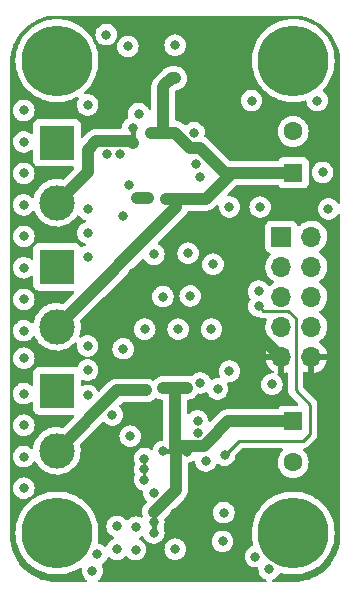
<source format=gbr>
%TF.GenerationSoftware,KiCad,Pcbnew,(6.0.0-rc1-124-g18b4ebcc17)*%
%TF.CreationDate,2021-11-27T01:21:43+01:00*%
%TF.ProjectId,2HBR_NG,32484252-5f4e-4472-9e6b-696361645f70,1*%
%TF.SameCoordinates,Original*%
%TF.FileFunction,Copper,L2,Inr*%
%TF.FilePolarity,Positive*%
%FSLAX46Y46*%
G04 Gerber Fmt 4.6, Leading zero omitted, Abs format (unit mm)*
G04 Created by KiCad (PCBNEW (6.0.0-rc1-124-g18b4ebcc17)) date 2021-11-27 01:21:43*
%MOMM*%
%LPD*%
G01*
G04 APERTURE LIST*
%TA.AperFunction,ComponentPad*%
%ADD10R,1.600000X1.600000*%
%TD*%
%TA.AperFunction,ComponentPad*%
%ADD11C,1.600000*%
%TD*%
%TA.AperFunction,ComponentPad*%
%ADD12R,3.000000X3.000000*%
%TD*%
%TA.AperFunction,ComponentPad*%
%ADD13C,3.000000*%
%TD*%
%TA.AperFunction,ComponentPad*%
%ADD14C,0.800000*%
%TD*%
%TA.AperFunction,ComponentPad*%
%ADD15C,6.000000*%
%TD*%
%TA.AperFunction,ComponentPad*%
%ADD16R,1.700000X1.700000*%
%TD*%
%TA.AperFunction,ComponentPad*%
%ADD17O,1.700000X1.700000*%
%TD*%
%TA.AperFunction,ViaPad*%
%ADD18C,0.800000*%
%TD*%
%TA.AperFunction,Conductor*%
%ADD19C,1.000000*%
%TD*%
%TA.AperFunction,Conductor*%
%ADD20C,0.400000*%
%TD*%
%TA.AperFunction,Conductor*%
%ADD21C,0.200000*%
%TD*%
%TA.AperFunction,Conductor*%
%ADD22C,0.250000*%
%TD*%
G04 APERTURE END LIST*
D10*
%TO.N,VIN*%
%TO.C,C8*%
X170000001Y-69500000D03*
D11*
%TO.N,GND*%
X170000001Y-66000000D03*
%TD*%
D12*
%TO.N,U2-OUT1*%
%TO.C,J3*%
X150000000Y-87960000D03*
D13*
%TO.N,U2-OUT2*%
X150000000Y-93040000D03*
%TD*%
D12*
%TO.N,GND*%
%TO.C,J1*%
X150000000Y-77460000D03*
D13*
%TO.N,VIN*%
X150000000Y-82540000D03*
%TD*%
D14*
%TO.N,unconnected-(H4-Pad1)*%
%TO.C,H4*%
X148409010Y-98409010D03*
X150000000Y-102250000D03*
X150000000Y-97750000D03*
D15*
X150000000Y-100000000D03*
D14*
X152250000Y-100000000D03*
X151590990Y-98409010D03*
X148409010Y-101590990D03*
X147750000Y-100000000D03*
X151590990Y-101590990D03*
%TD*%
%TO.N,unconnected-(H3-Pad1)*%
%TO.C,H3*%
X148409010Y-58409010D03*
X147750000Y-60000000D03*
X152250000Y-60000000D03*
X151590990Y-58409010D03*
X150000000Y-57750000D03*
X148409010Y-61590990D03*
D15*
X150000000Y-60000000D03*
D14*
X151590990Y-61590990D03*
X150000000Y-62250000D03*
%TD*%
D16*
%TO.N,U1-IN2*%
%TO.C,J4*%
X169000000Y-74925000D03*
D17*
%TO.N,U2-IN2*%
X171540000Y-74925000D03*
%TO.N,U1-IN1*%
X169000000Y-77465000D03*
%TO.N,U2-IN1*%
X171540000Y-77465000D03*
%TO.N,U1-EN*%
X169000000Y-80005000D03*
%TO.N,U2-EN*%
X171540000Y-80005000D03*
%TO.N,U1-nFault*%
X169000000Y-82545000D03*
%TO.N,U2-nFault*%
X171540000Y-82545000D03*
%TO.N,GNDA*%
X169000000Y-85085000D03*
X171540000Y-85085000D03*
%TD*%
D10*
%TO.N,VIN*%
%TO.C,C9*%
X170000001Y-90527350D03*
D11*
%TO.N,GND*%
X170000001Y-94027350D03*
%TD*%
D15*
%TO.N,unconnected-(H2-Pad1)*%
%TO.C,H2*%
X170000000Y-60000000D03*
D14*
X170000000Y-62250000D03*
X168409010Y-61590990D03*
X168409010Y-58409010D03*
X170000000Y-57750000D03*
X171590990Y-58409010D03*
X172250000Y-60000000D03*
X171590990Y-61590990D03*
X167750000Y-60000000D03*
%TD*%
D12*
%TO.N,U1-OUT1*%
%TO.C,J2*%
X150000000Y-66960000D03*
D13*
%TO.N,U1-OUT2*%
X150000000Y-72040000D03*
%TD*%
D14*
%TO.N,unconnected-(H1-Pad1)*%
%TO.C,H1*%
X172250000Y-100000000D03*
X170000000Y-102250000D03*
X168409010Y-101590990D03*
X171590990Y-101590990D03*
X171590990Y-98409010D03*
X168409010Y-98409010D03*
X170000000Y-97750000D03*
X167750000Y-100000000D03*
D15*
X170000000Y-100000000D03*
%TD*%
D18*
%TO.N,U1-OUT2*%
X155600000Y-73200000D03*
X156400000Y-65700000D03*
X156400000Y-66991999D03*
%TO.N,U2-OUT2*%
X157500000Y-87900000D03*
X155600000Y-84400000D03*
X156600000Y-87900000D03*
%TO.N,U1-OUT1*%
X156800000Y-71600000D03*
X157700000Y-71600000D03*
%TO.N,U2-OUT1*%
X164600000Y-86300000D03*
X157400000Y-93700000D03*
X157400000Y-95500000D03*
X157400000Y-94600000D03*
%TO.N,GNDA*%
X163600000Y-66700000D03*
X157600000Y-78100000D03*
X164000000Y-103080000D03*
X156500000Y-78100000D03*
X166600000Y-57200000D03*
X166200000Y-87800000D03*
X160000000Y-98300000D03*
X161200000Y-63300000D03*
%TO.N,Net-(R4-Pad1)*%
X162122919Y-87288898D03*
X156200000Y-91800000D03*
%TO.N,VIN*%
X158980000Y-93090000D03*
X158200000Y-100000000D03*
X158200000Y-99100000D03*
X160000000Y-66100000D03*
X159000000Y-87700000D03*
X159000000Y-66100000D03*
X161000000Y-87700000D03*
X159100000Y-62100000D03*
X159200000Y-71700500D03*
X160981770Y-93118230D03*
X160000000Y-61500000D03*
X158200000Y-98200000D03*
X160070000Y-93120000D03*
X161000000Y-71700500D03*
X160100000Y-71700500D03*
X158000000Y-66100500D03*
X160000000Y-87700000D03*
%TO.N,GND*%
X152600000Y-86200000D03*
X152600000Y-76600000D03*
X172500000Y-69460000D03*
X160010000Y-101370000D03*
X157430000Y-82740000D03*
X147190000Y-72215000D03*
X152600000Y-88340000D03*
X172980000Y-72560000D03*
X152600000Y-74600000D03*
X167970000Y-103070000D03*
X147190000Y-64220000D03*
X153400000Y-101800000D03*
X153000000Y-103200000D03*
X147190000Y-85200000D03*
X147190000Y-96200000D03*
X163210000Y-77240000D03*
X147190000Y-69550000D03*
X147190000Y-77545000D03*
X147190000Y-82875000D03*
X155080000Y-101380000D03*
X152600000Y-72600000D03*
X147190000Y-66885000D03*
X156670000Y-99500000D03*
X158970000Y-79990000D03*
X147190000Y-93535000D03*
X161280000Y-79930000D03*
X147190000Y-80210000D03*
X147190000Y-74880000D03*
X147190000Y-90870000D03*
X154170000Y-57810000D03*
X160000000Y-58700000D03*
X160255000Y-82740000D03*
X155090000Y-99430000D03*
X163080000Y-82740000D03*
X166800000Y-102000000D03*
X156650000Y-101400000D03*
X147190000Y-88205000D03*
X152600000Y-63750000D03*
X172040000Y-63390000D03*
X156000000Y-58800000D03*
X152600000Y-84160000D03*
X166480000Y-63390000D03*
%TO.N,Net-(R1-Pad1)*%
X155300000Y-67900000D03*
X158200000Y-76400000D03*
%TO.N,Net-(R3-Pad1)*%
X156076898Y-70499500D03*
X161100000Y-76300000D03*
%TO.N,U1-nFault*%
X164600000Y-72400000D03*
X167200000Y-72400000D03*
%TO.N,U2-nFault*%
X164020000Y-100700000D03*
X162600000Y-93900000D03*
%TO.N,U2-IFB*%
X163600000Y-87800000D03*
X158200000Y-96600000D03*
%TO.N,U1-EN*%
X167070000Y-79530000D03*
X154210000Y-67940000D03*
%TO.N,U1-IN1*%
X162100000Y-69900000D03*
%TO.N,U1-IN2*%
X161771140Y-68721757D03*
%TO.N,U2-IN1*%
X168200000Y-87400000D03*
X161935156Y-91528134D03*
%TO.N,U2-IN2*%
X161899999Y-90499999D03*
%TO.N,U2-EN*%
X154700000Y-90000000D03*
%TO.N,U1-IFB*%
X161600000Y-66100000D03*
X156930000Y-64500000D03*
%TO.N,U2-VCC*%
X164200000Y-93400000D03*
X164125000Y-98275000D03*
X167100000Y-80800000D03*
%TD*%
D19*
%TO.N,U1-OUT2*%
X152600499Y-67544571D02*
X153344571Y-66800499D01*
X153344571Y-66800499D02*
X156208500Y-66800499D01*
X150000000Y-72040000D02*
X152600499Y-69439501D01*
D20*
X156400000Y-66608999D02*
X156208500Y-66800499D01*
X156400000Y-65700000D02*
X156400000Y-66608999D01*
D19*
X156208500Y-66800499D02*
X156400000Y-66991999D01*
X152600499Y-69439501D02*
X152600499Y-67544571D01*
D21*
%TO.N,U2-OUT2*%
X157480000Y-87900000D02*
X157510000Y-87930000D01*
D19*
X150000000Y-93040000D02*
X155110000Y-87930000D01*
D21*
X156600000Y-87900000D02*
X157480000Y-87900000D01*
D19*
X155110000Y-87930000D02*
X157510000Y-87930000D01*
%TO.N,U1-OUT1*%
X157700000Y-71600000D02*
X156800000Y-71600000D01*
D22*
%TO.N,U2-OUT1*%
X157400000Y-95500000D02*
X157400000Y-93700000D01*
D19*
%TO.N,GNDA*%
X162015000Y-78100000D02*
X169000000Y-85085000D01*
X156500000Y-78100000D02*
X157600000Y-78100000D01*
X157600000Y-78100000D02*
X162015000Y-78100000D01*
%TO.N,VIN*%
X160000000Y-93050000D02*
X160070000Y-93120000D01*
X164487720Y-90527350D02*
X162760499Y-92254571D01*
X162415429Y-92649501D02*
X160540499Y-92649501D01*
X159000000Y-87700000D02*
X161000000Y-87700000D01*
X162760499Y-92304431D02*
X162415429Y-92649501D01*
X162599500Y-71700500D02*
X161000000Y-71700500D01*
D20*
X159000000Y-62200000D02*
X159100000Y-62100000D01*
D19*
X162760499Y-92254571D02*
X162760499Y-92304431D01*
D20*
X158200000Y-100000000D02*
X158200000Y-98200000D01*
X158980000Y-93090000D02*
X160953540Y-93090000D01*
D19*
X160100000Y-72440000D02*
X160100000Y-71700500D01*
X160540499Y-92649501D02*
X160070000Y-93120000D01*
X158000000Y-66100500D02*
X159999500Y-66100500D01*
X162100000Y-67400000D02*
X161300000Y-67400000D01*
X160000000Y-61500000D02*
X159700000Y-61500000D01*
X160000000Y-87700000D02*
X160000000Y-93050000D01*
X170000001Y-69500000D02*
X164800000Y-69500000D01*
X170000001Y-69500000D02*
X164200000Y-69500000D01*
X159200000Y-71700500D02*
X161000000Y-71700500D01*
X150000000Y-82540000D02*
X160100000Y-72440000D01*
D20*
X160953540Y-93090000D02*
X160981770Y-93118230D01*
X159999500Y-66100500D02*
X160000000Y-66100000D01*
D19*
X161300000Y-67400000D02*
X160000000Y-66100000D01*
X159000000Y-66100000D02*
X159000000Y-62200000D01*
X160070000Y-96330000D02*
X158200000Y-98200000D01*
X164800000Y-69500000D02*
X162599500Y-71700500D01*
X159700000Y-61500000D02*
X159100000Y-62100000D01*
X160070000Y-93120000D02*
X160070000Y-96330000D01*
X170000001Y-90527350D02*
X164487720Y-90527350D01*
X164200000Y-69500000D02*
X162100000Y-67400000D01*
D22*
%TO.N,U2-VCC*%
X171410000Y-91590000D02*
X170800000Y-92200000D01*
X171410000Y-89130000D02*
X171410000Y-91590000D01*
X167100000Y-80800000D02*
X167479511Y-81179511D01*
X170200000Y-87920000D02*
X171410000Y-89130000D01*
X165400000Y-92200000D02*
X164200000Y-93400000D01*
X169579511Y-81179511D02*
X170200000Y-81800000D01*
X167479511Y-81179511D02*
X169579511Y-81179511D01*
X170800000Y-92200000D02*
X165400000Y-92200000D01*
D21*
X164220000Y-93380000D02*
X164200000Y-93400000D01*
X164440000Y-93380000D02*
X164220000Y-93380000D01*
D22*
X170200000Y-81800000D02*
X170200000Y-87920000D01*
%TD*%
%TA.AperFunction,Conductor*%
%TO.N,GNDA*%
G36*
X169970063Y-56189498D02*
G01*
X169984857Y-56191802D01*
X169984861Y-56191802D01*
X169993730Y-56193183D01*
X170013626Y-56190581D01*
X170035784Y-56189651D01*
X170362517Y-56204757D01*
X170374106Y-56205831D01*
X170727764Y-56255165D01*
X170739203Y-56257304D01*
X170934960Y-56303345D01*
X171086796Y-56339056D01*
X171097978Y-56342237D01*
X171436563Y-56455720D01*
X171447388Y-56459913D01*
X171774063Y-56604155D01*
X171784467Y-56609335D01*
X172096440Y-56783103D01*
X172106317Y-56789219D01*
X172400911Y-56991021D01*
X172410199Y-56998035D01*
X172684912Y-57226153D01*
X172693513Y-57233994D01*
X172946004Y-57486486D01*
X172953844Y-57495086D01*
X173181962Y-57769798D01*
X173188976Y-57779086D01*
X173295020Y-57933891D01*
X173354783Y-58021134D01*
X173390778Y-58073681D01*
X173396904Y-58083576D01*
X173570654Y-58395517D01*
X173575842Y-58405935D01*
X173720075Y-58732593D01*
X173724279Y-58743445D01*
X173837756Y-59082010D01*
X173837756Y-59082011D01*
X173840939Y-59093196D01*
X173859369Y-59171556D01*
X173922693Y-59440794D01*
X173924832Y-59452234D01*
X173974165Y-59805892D01*
X173975239Y-59817481D01*
X173990002Y-60136814D01*
X173988637Y-60162013D01*
X173986813Y-60173728D01*
X173987977Y-60182630D01*
X173987977Y-60182633D01*
X173990935Y-60205249D01*
X173991999Y-60221587D01*
X173991999Y-72025597D01*
X173971997Y-72093718D01*
X173918341Y-72140211D01*
X173848067Y-72150315D01*
X173783487Y-72120821D01*
X173756880Y-72088597D01*
X173722341Y-72028774D01*
X173719040Y-72023056D01*
X173591253Y-71881134D01*
X173489447Y-71807167D01*
X173442094Y-71772763D01*
X173442093Y-71772762D01*
X173436752Y-71768882D01*
X173430724Y-71766198D01*
X173430722Y-71766197D01*
X173268319Y-71693891D01*
X173268318Y-71693891D01*
X173262288Y-71691206D01*
X173168887Y-71671353D01*
X173081944Y-71652872D01*
X173081939Y-71652872D01*
X173075487Y-71651500D01*
X172884513Y-71651500D01*
X172878061Y-71652872D01*
X172878056Y-71652872D01*
X172791113Y-71671353D01*
X172697712Y-71691206D01*
X172691682Y-71693891D01*
X172691681Y-71693891D01*
X172529278Y-71766197D01*
X172529276Y-71766198D01*
X172523248Y-71768882D01*
X172517907Y-71772762D01*
X172517906Y-71772763D01*
X172470553Y-71807167D01*
X172368747Y-71881134D01*
X172240960Y-72023056D01*
X172145473Y-72188444D01*
X172086458Y-72370072D01*
X172085768Y-72376633D01*
X172085768Y-72376635D01*
X172074295Y-72485796D01*
X172066496Y-72560000D01*
X172067186Y-72566565D01*
X172083283Y-72719716D01*
X172086458Y-72749928D01*
X172145473Y-72931556D01*
X172240960Y-73096944D01*
X172245378Y-73101851D01*
X172245379Y-73101852D01*
X172326570Y-73192024D01*
X172368747Y-73238866D01*
X172523248Y-73351118D01*
X172529276Y-73353802D01*
X172529278Y-73353803D01*
X172691681Y-73426109D01*
X172697712Y-73428794D01*
X172791113Y-73448647D01*
X172878056Y-73467128D01*
X172878061Y-73467128D01*
X172884513Y-73468500D01*
X173075487Y-73468500D01*
X173081939Y-73467128D01*
X173081944Y-73467128D01*
X173168887Y-73448647D01*
X173262288Y-73428794D01*
X173268319Y-73426109D01*
X173430722Y-73353803D01*
X173430724Y-73353802D01*
X173436752Y-73351118D01*
X173591253Y-73238866D01*
X173633430Y-73192024D01*
X173714621Y-73101852D01*
X173714622Y-73101851D01*
X173719040Y-73096944D01*
X173756880Y-73031403D01*
X173808262Y-72982410D01*
X173877976Y-72968974D01*
X173943887Y-72995360D01*
X173985069Y-73053192D01*
X173991999Y-73094403D01*
X173991999Y-100130679D01*
X173990499Y-100150064D01*
X173988195Y-100164858D01*
X173988195Y-100164862D01*
X173986814Y-100173731D01*
X173988932Y-100189928D01*
X173989416Y-100193627D01*
X173990346Y-100215785D01*
X173975240Y-100542518D01*
X173974166Y-100554106D01*
X173970710Y-100578882D01*
X173924832Y-100907765D01*
X173922693Y-100919204D01*
X173897000Y-101028444D01*
X173853650Y-101212763D01*
X173840942Y-101266793D01*
X173837760Y-101277979D01*
X173724277Y-101616564D01*
X173720084Y-101627389D01*
X173592232Y-101916944D01*
X173575842Y-101954064D01*
X173570662Y-101964468D01*
X173396894Y-102276441D01*
X173390779Y-102286317D01*
X173390223Y-102287128D01*
X173188976Y-102580912D01*
X173181962Y-102590200D01*
X172953844Y-102864913D01*
X172946003Y-102873514D01*
X172693511Y-103126005D01*
X172684911Y-103133845D01*
X172410199Y-103361963D01*
X172400911Y-103368977D01*
X172106316Y-103570779D01*
X172096423Y-103576904D01*
X172052756Y-103601226D01*
X171784480Y-103750655D01*
X171774062Y-103755843D01*
X171447404Y-103900076D01*
X171436552Y-103904280D01*
X171317854Y-103944064D01*
X171097982Y-104017758D01*
X171086801Y-104020940D01*
X170757707Y-104098342D01*
X170739203Y-104102694D01*
X170727763Y-104104833D01*
X170374105Y-104154166D01*
X170362516Y-104155240D01*
X170341948Y-104156191D01*
X170043183Y-104170003D01*
X170017984Y-104168638D01*
X170015141Y-104168195D01*
X170015139Y-104168195D01*
X170006269Y-104166814D01*
X169997367Y-104167978D01*
X169997364Y-104167978D01*
X169979244Y-104170348D01*
X169975314Y-104170862D01*
X169974748Y-104170936D01*
X169958410Y-104172000D01*
X168321283Y-104172000D01*
X168253162Y-104151998D01*
X168206669Y-104098342D01*
X168196565Y-104028068D01*
X168226059Y-103963488D01*
X168270034Y-103930893D01*
X168420722Y-103863803D01*
X168420724Y-103863802D01*
X168426752Y-103861118D01*
X168581253Y-103748866D01*
X168585675Y-103743955D01*
X168704621Y-103611852D01*
X168704622Y-103611851D01*
X168709040Y-103606944D01*
X168804527Y-103441556D01*
X168806569Y-103435271D01*
X168809253Y-103429243D01*
X168810565Y-103429827D01*
X168846400Y-103377428D01*
X168911799Y-103349795D01*
X168958763Y-103353268D01*
X169269541Y-103436541D01*
X169462558Y-103467112D01*
X169629511Y-103493555D01*
X169629519Y-103493556D01*
X169632759Y-103494069D01*
X170000000Y-103513315D01*
X170367241Y-103494069D01*
X170370481Y-103493556D01*
X170370489Y-103493555D01*
X170537442Y-103467112D01*
X170730459Y-103436541D01*
X171085674Y-103341361D01*
X171428994Y-103209573D01*
X171593006Y-103126005D01*
X171753717Y-103044119D01*
X171753724Y-103044115D01*
X171756658Y-103042620D01*
X171796672Y-103016635D01*
X172024327Y-102868794D01*
X172065075Y-102842332D01*
X172350867Y-102610902D01*
X172610902Y-102350867D01*
X172842332Y-102065075D01*
X173007932Y-101810072D01*
X173040822Y-101759426D01*
X173040824Y-101759423D01*
X173042620Y-101756657D01*
X173047399Y-101747279D01*
X173208075Y-101431934D01*
X173209573Y-101428994D01*
X173324470Y-101129676D01*
X173340175Y-101088764D01*
X173340176Y-101088762D01*
X173341361Y-101085674D01*
X173436541Y-100730459D01*
X173474388Y-100491500D01*
X173493555Y-100370489D01*
X173493556Y-100370481D01*
X173494069Y-100367241D01*
X173513315Y-100000000D01*
X173494069Y-99632759D01*
X173493032Y-99626206D01*
X173439770Y-99289928D01*
X173436541Y-99269541D01*
X173341361Y-98914326D01*
X173209573Y-98571006D01*
X173191194Y-98534935D01*
X173044119Y-98246284D01*
X173044115Y-98246277D01*
X173042620Y-98243343D01*
X172842332Y-97934925D01*
X172610902Y-97649133D01*
X172350867Y-97389098D01*
X172065075Y-97157668D01*
X171948593Y-97082024D01*
X171759427Y-96959178D01*
X171759424Y-96959176D01*
X171756658Y-96957380D01*
X171753724Y-96955885D01*
X171753717Y-96955881D01*
X171431934Y-96791925D01*
X171428994Y-96790427D01*
X171085674Y-96658639D01*
X170730459Y-96563459D01*
X170513348Y-96529072D01*
X170370489Y-96506445D01*
X170370481Y-96506444D01*
X170367241Y-96505931D01*
X170000000Y-96486685D01*
X169632759Y-96505931D01*
X169629519Y-96506444D01*
X169629511Y-96506445D01*
X169486652Y-96529072D01*
X169269541Y-96563459D01*
X168914326Y-96658639D01*
X168571006Y-96790427D01*
X168568066Y-96791925D01*
X168246284Y-96955881D01*
X168246277Y-96955885D01*
X168243343Y-96957380D01*
X168240577Y-96959176D01*
X168240574Y-96959178D01*
X168153722Y-97015580D01*
X167934925Y-97157668D01*
X167649133Y-97389098D01*
X167389098Y-97649133D01*
X167157668Y-97934925D01*
X166957380Y-98243343D01*
X166955885Y-98246277D01*
X166955881Y-98246284D01*
X166808806Y-98534935D01*
X166790427Y-98571006D01*
X166658639Y-98914326D01*
X166563459Y-99269541D01*
X166560230Y-99289928D01*
X166506969Y-99626206D01*
X166505931Y-99632759D01*
X166486685Y-100000000D01*
X166505931Y-100367241D01*
X166506444Y-100370481D01*
X166506445Y-100370489D01*
X166525612Y-100491500D01*
X166563459Y-100730459D01*
X166628223Y-100972160D01*
X166626533Y-101043135D01*
X166586739Y-101101931D01*
X166532716Y-101128016D01*
X166524174Y-101129832D01*
X166524170Y-101129833D01*
X166517712Y-101131206D01*
X166511682Y-101133891D01*
X166511681Y-101133891D01*
X166349278Y-101206197D01*
X166349276Y-101206198D01*
X166343248Y-101208882D01*
X166188747Y-101321134D01*
X166184326Y-101326044D01*
X166184325Y-101326045D01*
X166091630Y-101428994D01*
X166060960Y-101463056D01*
X165965473Y-101628444D01*
X165906458Y-101810072D01*
X165905768Y-101816633D01*
X165905768Y-101816635D01*
X165892523Y-101942654D01*
X165886496Y-102000000D01*
X165887186Y-102006565D01*
X165905129Y-102177279D01*
X165906458Y-102189928D01*
X165965473Y-102371556D01*
X166060960Y-102536944D01*
X166065378Y-102541851D01*
X166065379Y-102541852D01*
X166100549Y-102580912D01*
X166188747Y-102678866D01*
X166343248Y-102791118D01*
X166349276Y-102793802D01*
X166349278Y-102793803D01*
X166511681Y-102866109D01*
X166517712Y-102868794D01*
X166611112Y-102888647D01*
X166698056Y-102907128D01*
X166698061Y-102907128D01*
X166704513Y-102908500D01*
X166895487Y-102908500D01*
X166902982Y-102906907D01*
X166907904Y-102905861D01*
X166978695Y-102911264D01*
X167035327Y-102954081D01*
X167059820Y-103020719D01*
X167059410Y-103042274D01*
X167056496Y-103070000D01*
X167057186Y-103076565D01*
X167071166Y-103209573D01*
X167076458Y-103259928D01*
X167135473Y-103441556D01*
X167230960Y-103606944D01*
X167235378Y-103611851D01*
X167235379Y-103611852D01*
X167354325Y-103743955D01*
X167358747Y-103748866D01*
X167513248Y-103861118D01*
X167519276Y-103863802D01*
X167519278Y-103863803D01*
X167669966Y-103930893D01*
X167724062Y-103976873D01*
X167744711Y-104044800D01*
X167725359Y-104113108D01*
X167672148Y-104160110D01*
X167618717Y-104172000D01*
X153595577Y-104172000D01*
X153527456Y-104151998D01*
X153480963Y-104098342D01*
X153470859Y-104028068D01*
X153500353Y-103963488D01*
X153521516Y-103944064D01*
X153611253Y-103878866D01*
X153630728Y-103857237D01*
X153734621Y-103741852D01*
X153734622Y-103741851D01*
X153739040Y-103736944D01*
X153834527Y-103571556D01*
X153893542Y-103389928D01*
X153913504Y-103200000D01*
X153899841Y-103070000D01*
X153894232Y-103016635D01*
X153894232Y-103016633D01*
X153893542Y-103010072D01*
X153834527Y-102828444D01*
X153799973Y-102768595D01*
X153783235Y-102699600D01*
X153806455Y-102632508D01*
X153846091Y-102596477D01*
X153850726Y-102593801D01*
X153856752Y-102591118D01*
X153864185Y-102585718D01*
X153939186Y-102531226D01*
X154011253Y-102478866D01*
X154124393Y-102353211D01*
X154134621Y-102341852D01*
X154134622Y-102341851D01*
X154139040Y-102336944D01*
X154221683Y-102193803D01*
X154231223Y-102177279D01*
X154231224Y-102177278D01*
X154234527Y-102171556D01*
X154256146Y-102105020D01*
X154296220Y-102046415D01*
X154361617Y-102018778D01*
X154431574Y-102030885D01*
X154460293Y-102050324D01*
X154464325Y-102053954D01*
X154468747Y-102058866D01*
X154474089Y-102062747D01*
X154474091Y-102062749D01*
X154609484Y-102161118D01*
X154623248Y-102171118D01*
X154629276Y-102173802D01*
X154629278Y-102173803D01*
X154778333Y-102240166D01*
X154797712Y-102248794D01*
X154891113Y-102268647D01*
X154978056Y-102287128D01*
X154978061Y-102287128D01*
X154984513Y-102288500D01*
X155175487Y-102288500D01*
X155181939Y-102287128D01*
X155181944Y-102287128D01*
X155268887Y-102268647D01*
X155362288Y-102248794D01*
X155381667Y-102240166D01*
X155530722Y-102173803D01*
X155530724Y-102173802D01*
X155536752Y-102171118D01*
X155555858Y-102157237D01*
X155670479Y-102073959D01*
X155691253Y-102058866D01*
X155762361Y-101979892D01*
X155822806Y-101942654D01*
X155893790Y-101944006D01*
X155949631Y-101979892D01*
X156038747Y-102078866D01*
X156193248Y-102191118D01*
X156199276Y-102193802D01*
X156199278Y-102193803D01*
X156361681Y-102266109D01*
X156367712Y-102268794D01*
X156450193Y-102286326D01*
X156548056Y-102307128D01*
X156548061Y-102307128D01*
X156554513Y-102308500D01*
X156745487Y-102308500D01*
X156751939Y-102307128D01*
X156751944Y-102307128D01*
X156849807Y-102286326D01*
X156932288Y-102268794D01*
X156938319Y-102266109D01*
X157100722Y-102193803D01*
X157100724Y-102193802D01*
X157106752Y-102191118D01*
X157261253Y-102078866D01*
X157271351Y-102067651D01*
X157384621Y-101941852D01*
X157384622Y-101941851D01*
X157389040Y-101936944D01*
X157484527Y-101771556D01*
X157543542Y-101589928D01*
X157546046Y-101566109D01*
X157562814Y-101406565D01*
X157563504Y-101400000D01*
X157560351Y-101370000D01*
X159096496Y-101370000D01*
X159116458Y-101559928D01*
X159175473Y-101741556D01*
X159178776Y-101747278D01*
X159178777Y-101747279D01*
X159196098Y-101777279D01*
X159270960Y-101906944D01*
X159275378Y-101911851D01*
X159275379Y-101911852D01*
X159345679Y-101989928D01*
X159398747Y-102048866D01*
X159553248Y-102161118D01*
X159559276Y-102163802D01*
X159559278Y-102163803D01*
X159626660Y-102193803D01*
X159727712Y-102238794D01*
X159821113Y-102258647D01*
X159908056Y-102277128D01*
X159908061Y-102277128D01*
X159914513Y-102278500D01*
X160105487Y-102278500D01*
X160111939Y-102277128D01*
X160111944Y-102277128D01*
X160198887Y-102258647D01*
X160292288Y-102238794D01*
X160393340Y-102193803D01*
X160460722Y-102163803D01*
X160460724Y-102163802D01*
X160466752Y-102161118D01*
X160621253Y-102048866D01*
X160674321Y-101989928D01*
X160744621Y-101911852D01*
X160744622Y-101911851D01*
X160749040Y-101906944D01*
X160823902Y-101777279D01*
X160841223Y-101747279D01*
X160841224Y-101747278D01*
X160844527Y-101741556D01*
X160903542Y-101559928D01*
X160923504Y-101370000D01*
X160910035Y-101241852D01*
X160904232Y-101186635D01*
X160904232Y-101186633D01*
X160903542Y-101180072D01*
X160844527Y-100998444D01*
X160749040Y-100833056D01*
X160713697Y-100793803D01*
X160629236Y-100700000D01*
X163106496Y-100700000D01*
X163107186Y-100706565D01*
X163124235Y-100868774D01*
X163126458Y-100889928D01*
X163185473Y-101071556D01*
X163188776Y-101077278D01*
X163188777Y-101077279D01*
X163193624Y-101085674D01*
X163280960Y-101236944D01*
X163408747Y-101378866D01*
X163563248Y-101491118D01*
X163569276Y-101493802D01*
X163569278Y-101493803D01*
X163731681Y-101566109D01*
X163737712Y-101568794D01*
X163806263Y-101583365D01*
X163918056Y-101607128D01*
X163918061Y-101607128D01*
X163924513Y-101608500D01*
X164115487Y-101608500D01*
X164121939Y-101607128D01*
X164121944Y-101607128D01*
X164233737Y-101583365D01*
X164302288Y-101568794D01*
X164308319Y-101566109D01*
X164470722Y-101493803D01*
X164470724Y-101493802D01*
X164476752Y-101491118D01*
X164631253Y-101378866D01*
X164759040Y-101236944D01*
X164846376Y-101085674D01*
X164851223Y-101077279D01*
X164851224Y-101077278D01*
X164854527Y-101071556D01*
X164913542Y-100889928D01*
X164915766Y-100868774D01*
X164932814Y-100706565D01*
X164933504Y-100700000D01*
X164919794Y-100569559D01*
X164914232Y-100516635D01*
X164914232Y-100516633D01*
X164913542Y-100510072D01*
X164854527Y-100328444D01*
X164759040Y-100163056D01*
X164751561Y-100154749D01*
X164635675Y-100026045D01*
X164635674Y-100026044D01*
X164631253Y-100021134D01*
X164532157Y-99949136D01*
X164482094Y-99912763D01*
X164482093Y-99912762D01*
X164476752Y-99908882D01*
X164470724Y-99906198D01*
X164470722Y-99906197D01*
X164308319Y-99833891D01*
X164308318Y-99833891D01*
X164302288Y-99831206D01*
X164189721Y-99807279D01*
X164121944Y-99792872D01*
X164121939Y-99792872D01*
X164115487Y-99791500D01*
X163924513Y-99791500D01*
X163918061Y-99792872D01*
X163918056Y-99792872D01*
X163850279Y-99807279D01*
X163737712Y-99831206D01*
X163731682Y-99833891D01*
X163731681Y-99833891D01*
X163569278Y-99906197D01*
X163569276Y-99906198D01*
X163563248Y-99908882D01*
X163557907Y-99912762D01*
X163557906Y-99912763D01*
X163507843Y-99949136D01*
X163408747Y-100021134D01*
X163404326Y-100026044D01*
X163404325Y-100026045D01*
X163288440Y-100154749D01*
X163280960Y-100163056D01*
X163185473Y-100328444D01*
X163126458Y-100510072D01*
X163125768Y-100516633D01*
X163125768Y-100516635D01*
X163120206Y-100569559D01*
X163106496Y-100700000D01*
X160629236Y-100700000D01*
X160625675Y-100696045D01*
X160625674Y-100696044D01*
X160621253Y-100691134D01*
X160487436Y-100593910D01*
X160472094Y-100582763D01*
X160472093Y-100582762D01*
X160466752Y-100578882D01*
X160460724Y-100576198D01*
X160460722Y-100576197D01*
X160298319Y-100503891D01*
X160298318Y-100503891D01*
X160292288Y-100501206D01*
X160198888Y-100481353D01*
X160111944Y-100462872D01*
X160111939Y-100462872D01*
X160105487Y-100461500D01*
X159914513Y-100461500D01*
X159908061Y-100462872D01*
X159908056Y-100462872D01*
X159821113Y-100481353D01*
X159727712Y-100501206D01*
X159721682Y-100503891D01*
X159721681Y-100503891D01*
X159559278Y-100576197D01*
X159559276Y-100576198D01*
X159553248Y-100578882D01*
X159547907Y-100582762D01*
X159547906Y-100582763D01*
X159532564Y-100593910D01*
X159398747Y-100691134D01*
X159394326Y-100696044D01*
X159394325Y-100696045D01*
X159306304Y-100793803D01*
X159270960Y-100833056D01*
X159175473Y-100998444D01*
X159116458Y-101180072D01*
X159115768Y-101186633D01*
X159115768Y-101186635D01*
X159109965Y-101241852D01*
X159096496Y-101370000D01*
X157560351Y-101370000D01*
X157550100Y-101272464D01*
X157544232Y-101216635D01*
X157544232Y-101216633D01*
X157543542Y-101210072D01*
X157484527Y-101028444D01*
X157467207Y-100998444D01*
X157429937Y-100933891D01*
X157389040Y-100863056D01*
X157376181Y-100848774D01*
X157265675Y-100726045D01*
X157265671Y-100726041D01*
X157261253Y-100721134D01*
X157106752Y-100608882D01*
X157100724Y-100606198D01*
X157100722Y-100606197D01*
X157018431Y-100569559D01*
X156964335Y-100523579D01*
X156943686Y-100455652D01*
X156963038Y-100387343D01*
X157018432Y-100339345D01*
X157120719Y-100293805D01*
X157120726Y-100293801D01*
X157126752Y-100291118D01*
X157158435Y-100268099D01*
X157225303Y-100244241D01*
X157294454Y-100260322D01*
X157343934Y-100311237D01*
X157352328Y-100331099D01*
X157365473Y-100371556D01*
X157368776Y-100377278D01*
X157368777Y-100377279D01*
X157382804Y-100401574D01*
X157460960Y-100536944D01*
X157465378Y-100541851D01*
X157465379Y-100541852D01*
X157525733Y-100608882D01*
X157588747Y-100678866D01*
X157743248Y-100791118D01*
X157749276Y-100793802D01*
X157749278Y-100793803D01*
X157904824Y-100863056D01*
X157917712Y-100868794D01*
X157986263Y-100883365D01*
X158098056Y-100907128D01*
X158098061Y-100907128D01*
X158104513Y-100908500D01*
X158295487Y-100908500D01*
X158301939Y-100907128D01*
X158301944Y-100907128D01*
X158413737Y-100883365D01*
X158482288Y-100868794D01*
X158495176Y-100863056D01*
X158650722Y-100793803D01*
X158650724Y-100793802D01*
X158656752Y-100791118D01*
X158811253Y-100678866D01*
X158874267Y-100608882D01*
X158934621Y-100541852D01*
X158934622Y-100541851D01*
X158939040Y-100536944D01*
X159017196Y-100401574D01*
X159031223Y-100377279D01*
X159031224Y-100377278D01*
X159034527Y-100371556D01*
X159093542Y-100189928D01*
X159094586Y-100180001D01*
X159112814Y-100006565D01*
X159113504Y-100000000D01*
X159109429Y-99961226D01*
X159094232Y-99816635D01*
X159094232Y-99816633D01*
X159093542Y-99810072D01*
X159034527Y-99628444D01*
X159025611Y-99613001D01*
X159008872Y-99544007D01*
X159025611Y-99486998D01*
X159031224Y-99477277D01*
X159034527Y-99471556D01*
X159093542Y-99289928D01*
X159113504Y-99100000D01*
X159093542Y-98910072D01*
X159073902Y-98849626D01*
X159071875Y-98778658D01*
X159104640Y-98721595D01*
X159551235Y-98275000D01*
X163211496Y-98275000D01*
X163212186Y-98281565D01*
X163223292Y-98387229D01*
X163231458Y-98464928D01*
X163290473Y-98646556D01*
X163293776Y-98652278D01*
X163293777Y-98652279D01*
X163318774Y-98695574D01*
X163385960Y-98811944D01*
X163513747Y-98953866D01*
X163526396Y-98963056D01*
X163657686Y-99058444D01*
X163668248Y-99066118D01*
X163674276Y-99068802D01*
X163674278Y-99068803D01*
X163836681Y-99141109D01*
X163842712Y-99143794D01*
X163936112Y-99163647D01*
X164023056Y-99182128D01*
X164023061Y-99182128D01*
X164029513Y-99183500D01*
X164220487Y-99183500D01*
X164226939Y-99182128D01*
X164226944Y-99182128D01*
X164313887Y-99163647D01*
X164407288Y-99143794D01*
X164413319Y-99141109D01*
X164575722Y-99068803D01*
X164575724Y-99068802D01*
X164581752Y-99066118D01*
X164592315Y-99058444D01*
X164723604Y-98963056D01*
X164736253Y-98953866D01*
X164864040Y-98811944D01*
X164931226Y-98695574D01*
X164956223Y-98652279D01*
X164956224Y-98652278D01*
X164959527Y-98646556D01*
X165018542Y-98464928D01*
X165026709Y-98387229D01*
X165037814Y-98281565D01*
X165038504Y-98275000D01*
X165030894Y-98202593D01*
X165019232Y-98091635D01*
X165019232Y-98091633D01*
X165018542Y-98085072D01*
X164959527Y-97903444D01*
X164864040Y-97738056D01*
X164783974Y-97649133D01*
X164740675Y-97601045D01*
X164740674Y-97601044D01*
X164736253Y-97596134D01*
X164581752Y-97483882D01*
X164575724Y-97481198D01*
X164575722Y-97481197D01*
X164413319Y-97408891D01*
X164413318Y-97408891D01*
X164407288Y-97406206D01*
X164313887Y-97386353D01*
X164226944Y-97367872D01*
X164226939Y-97367872D01*
X164220487Y-97366500D01*
X164029513Y-97366500D01*
X164023061Y-97367872D01*
X164023056Y-97367872D01*
X163936113Y-97386353D01*
X163842712Y-97406206D01*
X163836682Y-97408891D01*
X163836681Y-97408891D01*
X163674278Y-97481197D01*
X163674276Y-97481198D01*
X163668248Y-97483882D01*
X163513747Y-97596134D01*
X163509326Y-97601044D01*
X163509325Y-97601045D01*
X163466027Y-97649133D01*
X163385960Y-97738056D01*
X163290473Y-97903444D01*
X163231458Y-98085072D01*
X163230768Y-98091633D01*
X163230768Y-98091635D01*
X163219106Y-98202593D01*
X163211496Y-98275000D01*
X159551235Y-98275000D01*
X160739379Y-97086855D01*
X160749522Y-97077753D01*
X160774218Y-97057897D01*
X160779025Y-97054032D01*
X160811320Y-97015544D01*
X160814478Y-97011925D01*
X160816124Y-97010110D01*
X160818309Y-97007925D01*
X160820264Y-97005545D01*
X160820273Y-97005535D01*
X160845549Y-96974764D01*
X160846391Y-96973749D01*
X160902194Y-96907245D01*
X160906154Y-96902526D01*
X160908723Y-96897852D01*
X160912102Y-96893739D01*
X160955975Y-96811915D01*
X160956584Y-96810793D01*
X160998464Y-96734614D01*
X160998465Y-96734612D01*
X161001433Y-96729213D01*
X161003045Y-96724131D01*
X161005562Y-96719437D01*
X161032762Y-96630469D01*
X161033108Y-96629358D01*
X161042422Y-96600000D01*
X161061235Y-96540694D01*
X161061829Y-96535398D01*
X161063387Y-96530302D01*
X161072790Y-96437743D01*
X161072911Y-96436607D01*
X161078500Y-96386773D01*
X161078500Y-96383246D01*
X161078555Y-96382261D01*
X161079002Y-96376581D01*
X161083374Y-96333538D01*
X161079059Y-96287891D01*
X161078500Y-96276033D01*
X161078500Y-94128499D01*
X161098502Y-94060378D01*
X161152158Y-94013885D01*
X161178303Y-94005252D01*
X161180425Y-94004801D01*
X161264058Y-93987024D01*
X161315212Y-93964249D01*
X161432492Y-93912033D01*
X161432494Y-93912032D01*
X161438522Y-93909348D01*
X161493259Y-93869579D01*
X161560124Y-93845722D01*
X161629275Y-93861801D01*
X161678756Y-93912715D01*
X161692628Y-93958345D01*
X161705128Y-94077277D01*
X161706458Y-94089928D01*
X161765473Y-94271556D01*
X161768776Y-94277278D01*
X161768777Y-94277279D01*
X161786803Y-94308500D01*
X161860960Y-94436944D01*
X161988747Y-94578866D01*
X162143248Y-94691118D01*
X162149276Y-94693802D01*
X162149278Y-94693803D01*
X162311681Y-94766109D01*
X162317712Y-94768794D01*
X162386263Y-94783365D01*
X162498056Y-94807128D01*
X162498061Y-94807128D01*
X162504513Y-94808500D01*
X162695487Y-94808500D01*
X162701939Y-94807128D01*
X162701944Y-94807128D01*
X162813737Y-94783365D01*
X162882288Y-94768794D01*
X162888319Y-94766109D01*
X163050722Y-94693803D01*
X163050724Y-94693802D01*
X163056752Y-94691118D01*
X163211253Y-94578866D01*
X163339040Y-94436944D01*
X163413197Y-94308500D01*
X163431223Y-94277279D01*
X163431224Y-94277278D01*
X163434527Y-94271556D01*
X163461041Y-94189955D01*
X163501115Y-94131349D01*
X163566511Y-94103712D01*
X163636468Y-94115819D01*
X163654935Y-94126955D01*
X163737906Y-94187237D01*
X163743248Y-94191118D01*
X163749276Y-94193802D01*
X163749278Y-94193803D01*
X163899649Y-94260752D01*
X163917712Y-94268794D01*
X164003143Y-94286953D01*
X164098056Y-94307128D01*
X164098061Y-94307128D01*
X164104513Y-94308500D01*
X164295487Y-94308500D01*
X164301939Y-94307128D01*
X164301944Y-94307128D01*
X164396857Y-94286953D01*
X164482288Y-94268794D01*
X164500351Y-94260752D01*
X164650722Y-94193803D01*
X164650724Y-94193802D01*
X164656752Y-94191118D01*
X164811253Y-94078866D01*
X164823919Y-94064799D01*
X164934621Y-93941852D01*
X164934622Y-93941851D01*
X164939040Y-93936944D01*
X165006475Y-93820144D01*
X165031223Y-93777279D01*
X165031224Y-93777278D01*
X165034527Y-93771556D01*
X165093542Y-93589928D01*
X165094785Y-93578107D01*
X165110907Y-93424707D01*
X165137920Y-93359050D01*
X165147122Y-93348782D01*
X165625499Y-92870405D01*
X165687811Y-92836379D01*
X165714594Y-92833500D01*
X169039163Y-92833500D01*
X169107284Y-92853502D01*
X169153777Y-92907158D01*
X169163881Y-92977432D01*
X169134387Y-93042012D01*
X169128258Y-93048595D01*
X168993803Y-93183050D01*
X168862478Y-93370601D01*
X168860155Y-93375583D01*
X168860152Y-93375588D01*
X168788879Y-93528435D01*
X168765717Y-93578107D01*
X168764295Y-93583415D01*
X168764294Y-93583417D01*
X168707882Y-93793948D01*
X168706458Y-93799263D01*
X168686503Y-94027350D01*
X168706458Y-94255437D01*
X168707882Y-94260750D01*
X168707882Y-94260752D01*
X168747893Y-94410072D01*
X168765717Y-94476593D01*
X168768040Y-94481574D01*
X168768040Y-94481575D01*
X168860152Y-94679112D01*
X168860155Y-94679117D01*
X168862478Y-94684099D01*
X168993803Y-94871650D01*
X169155701Y-95033548D01*
X169160209Y-95036705D01*
X169160212Y-95036707D01*
X169238390Y-95091448D01*
X169343252Y-95164873D01*
X169348234Y-95167196D01*
X169348239Y-95167199D01*
X169545776Y-95259311D01*
X169550758Y-95261634D01*
X169556066Y-95263056D01*
X169556068Y-95263057D01*
X169766599Y-95319469D01*
X169766601Y-95319469D01*
X169771914Y-95320893D01*
X170000001Y-95340848D01*
X170228088Y-95320893D01*
X170233401Y-95319469D01*
X170233403Y-95319469D01*
X170443934Y-95263057D01*
X170443936Y-95263056D01*
X170449244Y-95261634D01*
X170454226Y-95259311D01*
X170651763Y-95167199D01*
X170651768Y-95167196D01*
X170656750Y-95164873D01*
X170761612Y-95091448D01*
X170839790Y-95036707D01*
X170839793Y-95036705D01*
X170844301Y-95033548D01*
X171006199Y-94871650D01*
X171137524Y-94684099D01*
X171139847Y-94679117D01*
X171139850Y-94679112D01*
X171231962Y-94481575D01*
X171231962Y-94481574D01*
X171234285Y-94476593D01*
X171252110Y-94410072D01*
X171292120Y-94260752D01*
X171292120Y-94260750D01*
X171293544Y-94255437D01*
X171313499Y-94027350D01*
X171293544Y-93799263D01*
X171292120Y-93793948D01*
X171235708Y-93583417D01*
X171235707Y-93583415D01*
X171234285Y-93578107D01*
X171211123Y-93528435D01*
X171139850Y-93375588D01*
X171139847Y-93375583D01*
X171137524Y-93370601D01*
X171006199Y-93183050D01*
X170859869Y-93036720D01*
X170825843Y-92974408D01*
X170830908Y-92903593D01*
X170873455Y-92846757D01*
X170913812Y-92826628D01*
X170919340Y-92825022D01*
X170938700Y-92821013D01*
X170950930Y-92819468D01*
X170950931Y-92819468D01*
X170958797Y-92818474D01*
X170966168Y-92815555D01*
X170966170Y-92815555D01*
X170999912Y-92802196D01*
X171011142Y-92798351D01*
X171045983Y-92788229D01*
X171045984Y-92788229D01*
X171053593Y-92786018D01*
X171060412Y-92781985D01*
X171060417Y-92781983D01*
X171071028Y-92775707D01*
X171088776Y-92767012D01*
X171107617Y-92759552D01*
X171123844Y-92747763D01*
X171143387Y-92733564D01*
X171153307Y-92727048D01*
X171184535Y-92708580D01*
X171184538Y-92708578D01*
X171191362Y-92704542D01*
X171205683Y-92690221D01*
X171220717Y-92677380D01*
X171230694Y-92670131D01*
X171237107Y-92665472D01*
X171265298Y-92631395D01*
X171273288Y-92622616D01*
X171802247Y-92093657D01*
X171810537Y-92086113D01*
X171817018Y-92082000D01*
X171863659Y-92032332D01*
X171866413Y-92029491D01*
X171886134Y-92009770D01*
X171888612Y-92006575D01*
X171896318Y-91997553D01*
X171921158Y-91971101D01*
X171926586Y-91965321D01*
X171936346Y-91947568D01*
X171947199Y-91931045D01*
X171954753Y-91921306D01*
X171959613Y-91915041D01*
X171977176Y-91874457D01*
X171982383Y-91863827D01*
X172003695Y-91825060D01*
X172005666Y-91817383D01*
X172005668Y-91817378D01*
X172008732Y-91805442D01*
X172015138Y-91786730D01*
X172019294Y-91777128D01*
X172023181Y-91768145D01*
X172024421Y-91760317D01*
X172024423Y-91760310D01*
X172030099Y-91724476D01*
X172032505Y-91712856D01*
X172041528Y-91677711D01*
X172041528Y-91677710D01*
X172043500Y-91670030D01*
X172043500Y-91649776D01*
X172045051Y-91630065D01*
X172046980Y-91617886D01*
X172048220Y-91610057D01*
X172044059Y-91566038D01*
X172043500Y-91554181D01*
X172043500Y-89208763D01*
X172044027Y-89197579D01*
X172045701Y-89190091D01*
X172043562Y-89122032D01*
X172043500Y-89118075D01*
X172043500Y-89090144D01*
X172042994Y-89086138D01*
X172042061Y-89074292D01*
X172042046Y-89073794D01*
X172040673Y-89030110D01*
X172035022Y-89010658D01*
X172031014Y-88991306D01*
X172029468Y-88979068D01*
X172029467Y-88979066D01*
X172028474Y-88971203D01*
X172012194Y-88930086D01*
X172008359Y-88918885D01*
X171996018Y-88876406D01*
X171991985Y-88869587D01*
X171991983Y-88869582D01*
X171985707Y-88858971D01*
X171977010Y-88841221D01*
X171969552Y-88822383D01*
X171943571Y-88786623D01*
X171937053Y-88776701D01*
X171918578Y-88745460D01*
X171918574Y-88745455D01*
X171914542Y-88738637D01*
X171900218Y-88724313D01*
X171887376Y-88709278D01*
X171881621Y-88701357D01*
X171875472Y-88692893D01*
X171841406Y-88664711D01*
X171832627Y-88656722D01*
X170870405Y-87694500D01*
X170836379Y-87632188D01*
X170833500Y-87605405D01*
X170833500Y-86451923D01*
X170853502Y-86383802D01*
X170907158Y-86337309D01*
X170977432Y-86327205D01*
X171004449Y-86334213D01*
X171155001Y-86391703D01*
X171164899Y-86394579D01*
X171268250Y-86415606D01*
X171282299Y-86414410D01*
X171286000Y-86404065D01*
X171286000Y-86403517D01*
X171794000Y-86403517D01*
X171798064Y-86417359D01*
X171811478Y-86419393D01*
X171818184Y-86418534D01*
X171828262Y-86416392D01*
X172032255Y-86355191D01*
X172041842Y-86351433D01*
X172233095Y-86257739D01*
X172241945Y-86252464D01*
X172415328Y-86128792D01*
X172423200Y-86122139D01*
X172574052Y-85971812D01*
X172580730Y-85963965D01*
X172705003Y-85791020D01*
X172710313Y-85782183D01*
X172804670Y-85591267D01*
X172808469Y-85581672D01*
X172870377Y-85377910D01*
X172872555Y-85367837D01*
X172873986Y-85356962D01*
X172871775Y-85342778D01*
X172858617Y-85339000D01*
X171812115Y-85339000D01*
X171796876Y-85343475D01*
X171795671Y-85344865D01*
X171794000Y-85352548D01*
X171794000Y-86403517D01*
X171286000Y-86403517D01*
X171286000Y-85357115D01*
X171281525Y-85341876D01*
X171280135Y-85340671D01*
X171272452Y-85339000D01*
X170959500Y-85339000D01*
X170891379Y-85318998D01*
X170844886Y-85265342D01*
X170833500Y-85213000D01*
X170833500Y-84957000D01*
X170853502Y-84888879D01*
X170907158Y-84842386D01*
X170959500Y-84831000D01*
X172858344Y-84831000D01*
X172871875Y-84827027D01*
X172873180Y-84817947D01*
X172831214Y-84650875D01*
X172827894Y-84641124D01*
X172742972Y-84445814D01*
X172738105Y-84436739D01*
X172622426Y-84257926D01*
X172616136Y-84249757D01*
X172472806Y-84092240D01*
X172465273Y-84085215D01*
X172298139Y-83953222D01*
X172289556Y-83947520D01*
X172252602Y-83927120D01*
X172202631Y-83876687D01*
X172187859Y-83807245D01*
X172212975Y-83740839D01*
X172240327Y-83714232D01*
X172304016Y-83668803D01*
X172419860Y-83586173D01*
X172437762Y-83568334D01*
X172514864Y-83491500D01*
X172578096Y-83428489D01*
X172594094Y-83406226D01*
X172705435Y-83251277D01*
X172708453Y-83247077D01*
X172768345Y-83125895D01*
X172805136Y-83051453D01*
X172805137Y-83051451D01*
X172807430Y-83046811D01*
X172872370Y-82833069D01*
X172901529Y-82611590D01*
X172903156Y-82545000D01*
X172884852Y-82322361D01*
X172830431Y-82105702D01*
X172741354Y-81900840D01*
X172685538Y-81814562D01*
X172622822Y-81717617D01*
X172622820Y-81717614D01*
X172620014Y-81713277D01*
X172469670Y-81548051D01*
X172465619Y-81544852D01*
X172465615Y-81544848D01*
X172298414Y-81412800D01*
X172298410Y-81412798D01*
X172294359Y-81409598D01*
X172253053Y-81386796D01*
X172203084Y-81336364D01*
X172188312Y-81266921D01*
X172213428Y-81200516D01*
X172240780Y-81173909D01*
X172314070Y-81121632D01*
X172419860Y-81046173D01*
X172578096Y-80888489D01*
X172584877Y-80879053D01*
X172705435Y-80711277D01*
X172708453Y-80707077D01*
X172729320Y-80664857D01*
X172805136Y-80511453D01*
X172805137Y-80511451D01*
X172807430Y-80506811D01*
X172868053Y-80307279D01*
X172870865Y-80298023D01*
X172870865Y-80298021D01*
X172872370Y-80293069D01*
X172901529Y-80071590D01*
X172901782Y-80061223D01*
X172903074Y-80008365D01*
X172903074Y-80008361D01*
X172903156Y-80005000D01*
X172884852Y-79782361D01*
X172830431Y-79565702D01*
X172741354Y-79360840D01*
X172667870Y-79247251D01*
X172622822Y-79177617D01*
X172622820Y-79177614D01*
X172620014Y-79173277D01*
X172469670Y-79008051D01*
X172465619Y-79004852D01*
X172465615Y-79004848D01*
X172298414Y-78872800D01*
X172298410Y-78872798D01*
X172294359Y-78869598D01*
X172253053Y-78846796D01*
X172203084Y-78796364D01*
X172188312Y-78726921D01*
X172213428Y-78660516D01*
X172240780Y-78633909D01*
X172284603Y-78602650D01*
X172419860Y-78506173D01*
X172578096Y-78348489D01*
X172586986Y-78336118D01*
X172705435Y-78171277D01*
X172708453Y-78167077D01*
X172717635Y-78148500D01*
X172805136Y-77971453D01*
X172805137Y-77971451D01*
X172807430Y-77966811D01*
X172865116Y-77776944D01*
X172870865Y-77758023D01*
X172870865Y-77758021D01*
X172872370Y-77753069D01*
X172901529Y-77531590D01*
X172901611Y-77528240D01*
X172903074Y-77468365D01*
X172903074Y-77468361D01*
X172903156Y-77465000D01*
X172884852Y-77242361D01*
X172830431Y-77025702D01*
X172741354Y-76820840D01*
X172647786Y-76676206D01*
X172622822Y-76637617D01*
X172622820Y-76637614D01*
X172620014Y-76633277D01*
X172469670Y-76468051D01*
X172465619Y-76464852D01*
X172465615Y-76464848D01*
X172298414Y-76332800D01*
X172298410Y-76332798D01*
X172294359Y-76329598D01*
X172253053Y-76306796D01*
X172203084Y-76256364D01*
X172188312Y-76186921D01*
X172213428Y-76120516D01*
X172240780Y-76093909D01*
X172290915Y-76058148D01*
X172419860Y-75966173D01*
X172460129Y-75926045D01*
X172563616Y-75822918D01*
X172578096Y-75808489D01*
X172581951Y-75803125D01*
X172705435Y-75631277D01*
X172708453Y-75627077D01*
X172713310Y-75617251D01*
X172805136Y-75431453D01*
X172805137Y-75431451D01*
X172807430Y-75426811D01*
X172872370Y-75213069D01*
X172901529Y-74991590D01*
X172901879Y-74977279D01*
X172903074Y-74928365D01*
X172903074Y-74928361D01*
X172903156Y-74925000D01*
X172884852Y-74702361D01*
X172830431Y-74485702D01*
X172741354Y-74280840D01*
X172687278Y-74197251D01*
X172622822Y-74097617D01*
X172622820Y-74097614D01*
X172620014Y-74093277D01*
X172469670Y-73928051D01*
X172465619Y-73924852D01*
X172465615Y-73924848D01*
X172298414Y-73792800D01*
X172298410Y-73792798D01*
X172294359Y-73789598D01*
X172098789Y-73681638D01*
X172093920Y-73679914D01*
X172093916Y-73679912D01*
X171893087Y-73608795D01*
X171893083Y-73608794D01*
X171888212Y-73607069D01*
X171883119Y-73606162D01*
X171883116Y-73606161D01*
X171673373Y-73568800D01*
X171673367Y-73568799D01*
X171668284Y-73567894D01*
X171594452Y-73566992D01*
X171450081Y-73565228D01*
X171450079Y-73565228D01*
X171444911Y-73565165D01*
X171224091Y-73598955D01*
X171011756Y-73668357D01*
X170981443Y-73684137D01*
X170885867Y-73733891D01*
X170813607Y-73771507D01*
X170809474Y-73774610D01*
X170809471Y-73774612D01*
X170670618Y-73878866D01*
X170634965Y-73905635D01*
X170556985Y-73987237D01*
X170554283Y-73990064D01*
X170492759Y-74025494D01*
X170421846Y-74022037D01*
X170364060Y-73980791D01*
X170345207Y-73947243D01*
X170303767Y-73836703D01*
X170300615Y-73828295D01*
X170213261Y-73711739D01*
X170096705Y-73624385D01*
X169960316Y-73573255D01*
X169898134Y-73566500D01*
X168101866Y-73566500D01*
X168039684Y-73573255D01*
X167903295Y-73624385D01*
X167786739Y-73711739D01*
X167699385Y-73828295D01*
X167648255Y-73964684D01*
X167641500Y-74026866D01*
X167641500Y-75823134D01*
X167648255Y-75885316D01*
X167699385Y-76021705D01*
X167786739Y-76138261D01*
X167903295Y-76225615D01*
X167911704Y-76228767D01*
X167911705Y-76228768D01*
X168020451Y-76269535D01*
X168077216Y-76312176D01*
X168101916Y-76378738D01*
X168086709Y-76448087D01*
X168067316Y-76474568D01*
X167940629Y-76607138D01*
X167937720Y-76611403D01*
X167937714Y-76611411D01*
X167919838Y-76637617D01*
X167814743Y-76791680D01*
X167776193Y-76874729D01*
X167727855Y-76978866D01*
X167720688Y-76994305D01*
X167660989Y-77209570D01*
X167637251Y-77431695D01*
X167637548Y-77436848D01*
X167637548Y-77436851D01*
X167647951Y-77617279D01*
X167650110Y-77654715D01*
X167651247Y-77659761D01*
X167651248Y-77659767D01*
X167666708Y-77728365D01*
X167699222Y-77872639D01*
X167783266Y-78079616D01*
X167824637Y-78147128D01*
X167897291Y-78265688D01*
X167899987Y-78270088D01*
X168046250Y-78438938D01*
X168218126Y-78581632D01*
X168286352Y-78621500D01*
X168291445Y-78624476D01*
X168340169Y-78676114D01*
X168353240Y-78745897D01*
X168326509Y-78811669D01*
X168286055Y-78845027D01*
X168273607Y-78851507D01*
X168269474Y-78854610D01*
X168269471Y-78854612D01*
X168099100Y-78982530D01*
X168094965Y-78985635D01*
X168091393Y-78989373D01*
X168030207Y-79053400D01*
X167968682Y-79088830D01*
X167897770Y-79085373D01*
X167839984Y-79044127D01*
X167829994Y-79029350D01*
X167819902Y-79011870D01*
X167809040Y-78993056D01*
X167799563Y-78982530D01*
X167685675Y-78856045D01*
X167685674Y-78856044D01*
X167681253Y-78851134D01*
X167539793Y-78748357D01*
X167532094Y-78742763D01*
X167532093Y-78742762D01*
X167526752Y-78738882D01*
X167520724Y-78736198D01*
X167520722Y-78736197D01*
X167358319Y-78663891D01*
X167358318Y-78663891D01*
X167352288Y-78661206D01*
X167258887Y-78641353D01*
X167171944Y-78622872D01*
X167171939Y-78622872D01*
X167165487Y-78621500D01*
X166974513Y-78621500D01*
X166968061Y-78622872D01*
X166968056Y-78622872D01*
X166881113Y-78641353D01*
X166787712Y-78661206D01*
X166781682Y-78663891D01*
X166781681Y-78663891D01*
X166619278Y-78736197D01*
X166619276Y-78736198D01*
X166613248Y-78738882D01*
X166607907Y-78742762D01*
X166607906Y-78742763D01*
X166600207Y-78748357D01*
X166458747Y-78851134D01*
X166454326Y-78856044D01*
X166454325Y-78856045D01*
X166340438Y-78982530D01*
X166330960Y-78993056D01*
X166290890Y-79062460D01*
X166242001Y-79147138D01*
X166235473Y-79158444D01*
X166176458Y-79340072D01*
X166175768Y-79346633D01*
X166175768Y-79346635D01*
X166174275Y-79360840D01*
X166156496Y-79530000D01*
X166157186Y-79536565D01*
X166172133Y-79678774D01*
X166176458Y-79719928D01*
X166235473Y-79901556D01*
X166238776Y-79907278D01*
X166238777Y-79907279D01*
X166297139Y-80008365D01*
X166330960Y-80066944D01*
X166335378Y-80071851D01*
X166335379Y-80071852D01*
X166358617Y-80097660D01*
X166389334Y-80161668D01*
X166380571Y-80232121D01*
X166366916Y-80256034D01*
X166365384Y-80258143D01*
X166360960Y-80263056D01*
X166265473Y-80428444D01*
X166206458Y-80610072D01*
X166205768Y-80616633D01*
X166205768Y-80616635D01*
X166192673Y-80741226D01*
X166186496Y-80800000D01*
X166206458Y-80989928D01*
X166265473Y-81171556D01*
X166360960Y-81336944D01*
X166365378Y-81341851D01*
X166365379Y-81341852D01*
X166397828Y-81377890D01*
X166488747Y-81478866D01*
X166643248Y-81591118D01*
X166649276Y-81593802D01*
X166649278Y-81593803D01*
X166811681Y-81666109D01*
X166817712Y-81668794D01*
X166911112Y-81688647D01*
X166998056Y-81707128D01*
X166998061Y-81707128D01*
X167004513Y-81708500D01*
X167087079Y-81708500D01*
X167150113Y-81725745D01*
X167154471Y-81729125D01*
X167195051Y-81746685D01*
X167205699Y-81751902D01*
X167244451Y-81773206D01*
X167252127Y-81775177D01*
X167252130Y-81775178D01*
X167264073Y-81778244D01*
X167282778Y-81784648D01*
X167301366Y-81792692D01*
X167309189Y-81793931D01*
X167309199Y-81793934D01*
X167345035Y-81799610D01*
X167356655Y-81802016D01*
X167391800Y-81811039D01*
X167399481Y-81813011D01*
X167419735Y-81813011D01*
X167439445Y-81814562D01*
X167459454Y-81817731D01*
X167467346Y-81816985D01*
X167503472Y-81813570D01*
X167515330Y-81813011D01*
X167644576Y-81813011D01*
X167712697Y-81833013D01*
X167759190Y-81886669D01*
X167769294Y-81956943D01*
X167758864Y-81992061D01*
X167726802Y-82061134D01*
X167720688Y-82074305D01*
X167660989Y-82289570D01*
X167637251Y-82511695D01*
X167637548Y-82516848D01*
X167637548Y-82516851D01*
X167643011Y-82611590D01*
X167650110Y-82734715D01*
X167651247Y-82739761D01*
X167651248Y-82739767D01*
X167671119Y-82827939D01*
X167699222Y-82952639D01*
X167783266Y-83159616D01*
X167785965Y-83164020D01*
X167875375Y-83309924D01*
X167899987Y-83350088D01*
X168046250Y-83518938D01*
X168218126Y-83661632D01*
X168225803Y-83666118D01*
X168291955Y-83704774D01*
X168340679Y-83756412D01*
X168353750Y-83826195D01*
X168327019Y-83891967D01*
X168286562Y-83925327D01*
X168278457Y-83929546D01*
X168269738Y-83935036D01*
X168099433Y-84062905D01*
X168091726Y-84069748D01*
X167944590Y-84223717D01*
X167938104Y-84231727D01*
X167818098Y-84407649D01*
X167813000Y-84416623D01*
X167723338Y-84609783D01*
X167719775Y-84619470D01*
X167664389Y-84819183D01*
X167665912Y-84827607D01*
X167678292Y-84831000D01*
X169440500Y-84831000D01*
X169508621Y-84851002D01*
X169555114Y-84904658D01*
X169566500Y-84957000D01*
X169566500Y-85213000D01*
X169546498Y-85281121D01*
X169492842Y-85327614D01*
X169440500Y-85339000D01*
X169272115Y-85339000D01*
X169256876Y-85343475D01*
X169255671Y-85344865D01*
X169254000Y-85352548D01*
X169254000Y-86403517D01*
X169258064Y-86417359D01*
X169271478Y-86419393D01*
X169278184Y-86418534D01*
X169288262Y-86416392D01*
X169404292Y-86381581D01*
X169475288Y-86381165D01*
X169535238Y-86419197D01*
X169565110Y-86483603D01*
X169566500Y-86502267D01*
X169566500Y-87841233D01*
X169565973Y-87852416D01*
X169564298Y-87859909D01*
X169564547Y-87867835D01*
X169564547Y-87867836D01*
X169566438Y-87927986D01*
X169566500Y-87931945D01*
X169566500Y-87959856D01*
X169566997Y-87963790D01*
X169566997Y-87963791D01*
X169567005Y-87963856D01*
X169567938Y-87975693D01*
X169569327Y-88019889D01*
X169574978Y-88039339D01*
X169578987Y-88058700D01*
X169581526Y-88078797D01*
X169584445Y-88086168D01*
X169584445Y-88086170D01*
X169597804Y-88119912D01*
X169601649Y-88131142D01*
X169608582Y-88155007D01*
X169613982Y-88173593D01*
X169618015Y-88180412D01*
X169618017Y-88180417D01*
X169624293Y-88191028D01*
X169632988Y-88208776D01*
X169640448Y-88227617D01*
X169645110Y-88234033D01*
X169645110Y-88234034D01*
X169666436Y-88263387D01*
X169672952Y-88273307D01*
X169695458Y-88311362D01*
X169709779Y-88325683D01*
X169722619Y-88340716D01*
X169734528Y-88357107D01*
X169740634Y-88362158D01*
X169768605Y-88385298D01*
X169777384Y-88393288D01*
X170387851Y-89003755D01*
X170421877Y-89066067D01*
X170416812Y-89136882D01*
X170374265Y-89193718D01*
X170307745Y-89218529D01*
X170298756Y-89218850D01*
X169151867Y-89218850D01*
X169089685Y-89225605D01*
X168953296Y-89276735D01*
X168836740Y-89364089D01*
X168831359Y-89371269D01*
X168758552Y-89468415D01*
X168701693Y-89510930D01*
X168657726Y-89518850D01*
X164549560Y-89518850D01*
X164535952Y-89518113D01*
X164504456Y-89514691D01*
X164504452Y-89514691D01*
X164498331Y-89514026D01*
X164480331Y-89515601D01*
X164448329Y-89518400D01*
X164443504Y-89518729D01*
X164441033Y-89518850D01*
X164437951Y-89518850D01*
X164415483Y-89521053D01*
X164395209Y-89523041D01*
X164393894Y-89523163D01*
X164361633Y-89525986D01*
X164301307Y-89531263D01*
X164296188Y-89532750D01*
X164290887Y-89533270D01*
X164201914Y-89560132D01*
X164200774Y-89560470D01*
X164111383Y-89586441D01*
X164106649Y-89588895D01*
X164101551Y-89590434D01*
X164096107Y-89593328D01*
X164096106Y-89593329D01*
X164019551Y-89634034D01*
X164018383Y-89634648D01*
X163935794Y-89677458D01*
X163931631Y-89680781D01*
X163926924Y-89683284D01*
X163854802Y-89742105D01*
X163853946Y-89742796D01*
X163814747Y-89774088D01*
X163812243Y-89776592D01*
X163811525Y-89777234D01*
X163807192Y-89780935D01*
X163773658Y-89808285D01*
X163769731Y-89813032D01*
X163769729Y-89813034D01*
X163744433Y-89843612D01*
X163736443Y-89852392D01*
X163026482Y-90562353D01*
X162964170Y-90596379D01*
X162893355Y-90591314D01*
X162836519Y-90548767D01*
X162812077Y-90486429D01*
X162794231Y-90316633D01*
X162794230Y-90316630D01*
X162793541Y-90310071D01*
X162734526Y-90128443D01*
X162639039Y-89963055D01*
X162615341Y-89936735D01*
X162515674Y-89826044D01*
X162515670Y-89826040D01*
X162511252Y-89821133D01*
X162356751Y-89708881D01*
X162350723Y-89706197D01*
X162350721Y-89706196D01*
X162188318Y-89633890D01*
X162188317Y-89633890D01*
X162182287Y-89631205D01*
X162088887Y-89611352D01*
X162001943Y-89592871D01*
X162001938Y-89592871D01*
X161995486Y-89591499D01*
X161804512Y-89591499D01*
X161798060Y-89592871D01*
X161798055Y-89592871D01*
X161711112Y-89611352D01*
X161617711Y-89631205D01*
X161611681Y-89633890D01*
X161611680Y-89633890D01*
X161449277Y-89706196D01*
X161449275Y-89706197D01*
X161443247Y-89708881D01*
X161288746Y-89821133D01*
X161228135Y-89888449D01*
X161167690Y-89925687D01*
X161096706Y-89924335D01*
X161037722Y-89884821D01*
X161009464Y-89819691D01*
X161008500Y-89804137D01*
X161008500Y-88826797D01*
X161028502Y-88758676D01*
X161082158Y-88712183D01*
X161122204Y-88701398D01*
X161155760Y-88698107D01*
X161196833Y-88694080D01*
X161202734Y-88692298D01*
X161202736Y-88692298D01*
X161294104Y-88664712D01*
X161386169Y-88636916D01*
X161560796Y-88544066D01*
X161647062Y-88473709D01*
X161709287Y-88422960D01*
X161709290Y-88422957D01*
X161714062Y-88419065D01*
X161728837Y-88401206D01*
X161836203Y-88271422D01*
X161840130Y-88266675D01*
X161848203Y-88251745D01*
X161898199Y-88201337D01*
X161967510Y-88185961D01*
X161985233Y-88188429D01*
X162020972Y-88196025D01*
X162020973Y-88196025D01*
X162027432Y-88197398D01*
X162218406Y-88197398D01*
X162224858Y-88196026D01*
X162224863Y-88196026D01*
X162339982Y-88171556D01*
X162405207Y-88157692D01*
X162419207Y-88151459D01*
X162573641Y-88082701D01*
X162573643Y-88082700D01*
X162577712Y-88080888D01*
X162577713Y-88080888D01*
X162579671Y-88080016D01*
X162579830Y-88080374D01*
X162645100Y-88064536D01*
X162712192Y-88087754D01*
X162756082Y-88143559D01*
X162758935Y-88151433D01*
X162765473Y-88171556D01*
X162860960Y-88336944D01*
X162865378Y-88341851D01*
X162865379Y-88341852D01*
X162907901Y-88389077D01*
X162988747Y-88478866D01*
X163143248Y-88591118D01*
X163149276Y-88593802D01*
X163149278Y-88593803D01*
X163311681Y-88666109D01*
X163317712Y-88668794D01*
X163407316Y-88687840D01*
X163498056Y-88707128D01*
X163498061Y-88707128D01*
X163504513Y-88708500D01*
X163695487Y-88708500D01*
X163701939Y-88707128D01*
X163701944Y-88707128D01*
X163792684Y-88687840D01*
X163882288Y-88668794D01*
X163888319Y-88666109D01*
X164050722Y-88593803D01*
X164050724Y-88593802D01*
X164056752Y-88591118D01*
X164211253Y-88478866D01*
X164292099Y-88389077D01*
X164334621Y-88341852D01*
X164334622Y-88341851D01*
X164339040Y-88336944D01*
X164434527Y-88171556D01*
X164493542Y-87989928D01*
X164513504Y-87800000D01*
X164499425Y-87666045D01*
X164494232Y-87616635D01*
X164494232Y-87616633D01*
X164493542Y-87610072D01*
X164434527Y-87428444D01*
X164428361Y-87417763D01*
X164418105Y-87400000D01*
X167286496Y-87400000D01*
X167287186Y-87406565D01*
X167301147Y-87539393D01*
X167306458Y-87589928D01*
X167365473Y-87771556D01*
X167368776Y-87777278D01*
X167368777Y-87777279D01*
X167385685Y-87806565D01*
X167460960Y-87936944D01*
X167465378Y-87941851D01*
X167465379Y-87941852D01*
X167531307Y-88015072D01*
X167588747Y-88078866D01*
X167743248Y-88191118D01*
X167749276Y-88193802D01*
X167749278Y-88193803D01*
X167911681Y-88266109D01*
X167917712Y-88268794D01*
X168011113Y-88288647D01*
X168098056Y-88307128D01*
X168098061Y-88307128D01*
X168104513Y-88308500D01*
X168295487Y-88308500D01*
X168301939Y-88307128D01*
X168301944Y-88307128D01*
X168388888Y-88288647D01*
X168482288Y-88268794D01*
X168488319Y-88266109D01*
X168650722Y-88193803D01*
X168650724Y-88193802D01*
X168656752Y-88191118D01*
X168811253Y-88078866D01*
X168868693Y-88015072D01*
X168934621Y-87941852D01*
X168934622Y-87941851D01*
X168939040Y-87936944D01*
X169014315Y-87806565D01*
X169031223Y-87777279D01*
X169031224Y-87777278D01*
X169034527Y-87771556D01*
X169093542Y-87589928D01*
X169098854Y-87539393D01*
X169112814Y-87406565D01*
X169113504Y-87400000D01*
X169098938Y-87261414D01*
X169094232Y-87216635D01*
X169094232Y-87216633D01*
X169093542Y-87210072D01*
X169034527Y-87028444D01*
X169022730Y-87008010D01*
X168982355Y-86938079D01*
X168939040Y-86863056D01*
X168932628Y-86855934D01*
X168815675Y-86726045D01*
X168815674Y-86726044D01*
X168811253Y-86721134D01*
X168796792Y-86710627D01*
X168699747Y-86640120D01*
X168656393Y-86583898D01*
X168650318Y-86513161D01*
X168683449Y-86450370D01*
X168734936Y-86421294D01*
X168741700Y-86416087D01*
X168746000Y-86404065D01*
X168746000Y-85357115D01*
X168741525Y-85341876D01*
X168740135Y-85340671D01*
X168732452Y-85339000D01*
X167683225Y-85339000D01*
X167669694Y-85342973D01*
X167668257Y-85352966D01*
X167698565Y-85487446D01*
X167701645Y-85497275D01*
X167781770Y-85694603D01*
X167786413Y-85703794D01*
X167897694Y-85885388D01*
X167903777Y-85893699D01*
X168043213Y-86054667D01*
X168050580Y-86061883D01*
X168214434Y-86197916D01*
X168222876Y-86203828D01*
X168313376Y-86256712D01*
X168362099Y-86308351D01*
X168375170Y-86378134D01*
X168348438Y-86443906D01*
X168290391Y-86484784D01*
X168249805Y-86491500D01*
X168104513Y-86491500D01*
X168098061Y-86492872D01*
X168098056Y-86492872D01*
X168011112Y-86511353D01*
X167917712Y-86531206D01*
X167911682Y-86533891D01*
X167911681Y-86533891D01*
X167749278Y-86606197D01*
X167749276Y-86606198D01*
X167743248Y-86608882D01*
X167588747Y-86721134D01*
X167584326Y-86726044D01*
X167584325Y-86726045D01*
X167467373Y-86855934D01*
X167460960Y-86863056D01*
X167417645Y-86938079D01*
X167377271Y-87008010D01*
X167365473Y-87028444D01*
X167306458Y-87210072D01*
X167305768Y-87216633D01*
X167305768Y-87216635D01*
X167301062Y-87261414D01*
X167286496Y-87400000D01*
X164418105Y-87400000D01*
X164416662Y-87397501D01*
X164399923Y-87328506D01*
X164423143Y-87261414D01*
X164478949Y-87217526D01*
X164525780Y-87208500D01*
X164695487Y-87208500D01*
X164701939Y-87207128D01*
X164701944Y-87207128D01*
X164788887Y-87188647D01*
X164882288Y-87168794D01*
X164888319Y-87166109D01*
X165050722Y-87093803D01*
X165050724Y-87093802D01*
X165056752Y-87091118D01*
X165063358Y-87086319D01*
X165112157Y-87050864D01*
X165211253Y-86978866D01*
X165248554Y-86937439D01*
X165334621Y-86841852D01*
X165334622Y-86841851D01*
X165339040Y-86836944D01*
X165417673Y-86700748D01*
X165431223Y-86677279D01*
X165431224Y-86677278D01*
X165434527Y-86671556D01*
X165493542Y-86489928D01*
X165497537Y-86451923D01*
X165512814Y-86306565D01*
X165513504Y-86300000D01*
X165493542Y-86110072D01*
X165434527Y-85928444D01*
X165339040Y-85763056D01*
X165211253Y-85621134D01*
X165080375Y-85526045D01*
X165062094Y-85512763D01*
X165062093Y-85512762D01*
X165056752Y-85508882D01*
X165050724Y-85506198D01*
X165050722Y-85506197D01*
X164888319Y-85433891D01*
X164888318Y-85433891D01*
X164882288Y-85431206D01*
X164788887Y-85411353D01*
X164701944Y-85392872D01*
X164701939Y-85392872D01*
X164695487Y-85391500D01*
X164504513Y-85391500D01*
X164498061Y-85392872D01*
X164498056Y-85392872D01*
X164411112Y-85411353D01*
X164317712Y-85431206D01*
X164311682Y-85433891D01*
X164311681Y-85433891D01*
X164149278Y-85506197D01*
X164149276Y-85506198D01*
X164143248Y-85508882D01*
X164137907Y-85512762D01*
X164137906Y-85512763D01*
X164119625Y-85526045D01*
X163988747Y-85621134D01*
X163860960Y-85763056D01*
X163765473Y-85928444D01*
X163706458Y-86110072D01*
X163686496Y-86300000D01*
X163687186Y-86306565D01*
X163702464Y-86451923D01*
X163706458Y-86489928D01*
X163765473Y-86671556D01*
X163768777Y-86677278D01*
X163768778Y-86677281D01*
X163783338Y-86702499D01*
X163800077Y-86771494D01*
X163776857Y-86838586D01*
X163721051Y-86882474D01*
X163674220Y-86891500D01*
X163504513Y-86891500D01*
X163498061Y-86892872D01*
X163498056Y-86892872D01*
X163411112Y-86911353D01*
X163317712Y-86931206D01*
X163311682Y-86933891D01*
X163311681Y-86933891D01*
X163149278Y-87006197D01*
X163149276Y-87006198D01*
X163145207Y-87008010D01*
X163145206Y-87008010D01*
X163143248Y-87008882D01*
X163143089Y-87008524D01*
X163077819Y-87024362D01*
X163010727Y-87001144D01*
X162966837Y-86945339D01*
X162963984Y-86937465D01*
X162957446Y-86917342D01*
X162943518Y-86893217D01*
X162873240Y-86771494D01*
X162861959Y-86751954D01*
X162843296Y-86731226D01*
X162738594Y-86614943D01*
X162738593Y-86614942D01*
X162734172Y-86610032D01*
X162579671Y-86497780D01*
X162573643Y-86495096D01*
X162573641Y-86495095D01*
X162411238Y-86422789D01*
X162411237Y-86422789D01*
X162405207Y-86420104D01*
X162311806Y-86400251D01*
X162224863Y-86381770D01*
X162224858Y-86381770D01*
X162218406Y-86380398D01*
X162027432Y-86380398D01*
X162020980Y-86381770D01*
X162020975Y-86381770D01*
X161934032Y-86400251D01*
X161840631Y-86420104D01*
X161834601Y-86422789D01*
X161834600Y-86422789D01*
X161672197Y-86495095D01*
X161672195Y-86495096D01*
X161666167Y-86497780D01*
X161511666Y-86610032D01*
X161507245Y-86614942D01*
X161507244Y-86614943D01*
X161429985Y-86700748D01*
X161369539Y-86737988D01*
X161298252Y-86736540D01*
X161210694Y-86708765D01*
X161056773Y-86691500D01*
X160059873Y-86691500D01*
X160046703Y-86690810D01*
X160013204Y-86687289D01*
X160013202Y-86687289D01*
X160007075Y-86686645D01*
X159961309Y-86690810D01*
X159959430Y-86690981D01*
X159948010Y-86691500D01*
X158950231Y-86691500D01*
X158947175Y-86691800D01*
X158947168Y-86691800D01*
X158888660Y-86697537D01*
X158803167Y-86705920D01*
X158797266Y-86707702D01*
X158797264Y-86707702D01*
X158765637Y-86717251D01*
X158613831Y-86763084D01*
X158439204Y-86855934D01*
X158356213Y-86923620D01*
X158290713Y-86977040D01*
X158290710Y-86977043D01*
X158285938Y-86980935D01*
X158224583Y-87055101D01*
X158165750Y-87094838D01*
X158094772Y-87096459D01*
X158066799Y-87085199D01*
X157914613Y-87001535D01*
X157914608Y-87001533D01*
X157909213Y-86998567D01*
X157903346Y-86996706D01*
X157903344Y-86996705D01*
X157726564Y-86940627D01*
X157726563Y-86940627D01*
X157720694Y-86938765D01*
X157566773Y-86921500D01*
X155171842Y-86921500D01*
X155158235Y-86920763D01*
X155126737Y-86917341D01*
X155126732Y-86917341D01*
X155120611Y-86916676D01*
X155102611Y-86918251D01*
X155070609Y-86921050D01*
X155065784Y-86921379D01*
X155063313Y-86921500D01*
X155060231Y-86921500D01*
X155038612Y-86923620D01*
X155017489Y-86925691D01*
X155016174Y-86925813D01*
X154983913Y-86928636D01*
X154923587Y-86933913D01*
X154918468Y-86935400D01*
X154913167Y-86935920D01*
X154907262Y-86937703D01*
X154907261Y-86937703D01*
X154887907Y-86943546D01*
X154824194Y-86962782D01*
X154823054Y-86963120D01*
X154733663Y-86989091D01*
X154728929Y-86991545D01*
X154723831Y-86993084D01*
X154718387Y-86995978D01*
X154718386Y-86995979D01*
X154641831Y-87036684D01*
X154640663Y-87037298D01*
X154606320Y-87055100D01*
X154558074Y-87080108D01*
X154553911Y-87083431D01*
X154549204Y-87085934D01*
X154477082Y-87144755D01*
X154476226Y-87145446D01*
X154437027Y-87176738D01*
X154434523Y-87179242D01*
X154433805Y-87179884D01*
X154429472Y-87183585D01*
X154395938Y-87210935D01*
X154392011Y-87215682D01*
X154392009Y-87215684D01*
X154366713Y-87246262D01*
X154358723Y-87255042D01*
X153627794Y-87985971D01*
X153565482Y-88019997D01*
X153494667Y-88014932D01*
X153437831Y-87972385D01*
X153429580Y-87959876D01*
X153339040Y-87803056D01*
X153211253Y-87661134D01*
X153056752Y-87548882D01*
X153050724Y-87546198D01*
X153050722Y-87546197D01*
X152888319Y-87473891D01*
X152888318Y-87473891D01*
X152882288Y-87471206D01*
X152788888Y-87451353D01*
X152701944Y-87432872D01*
X152701939Y-87432872D01*
X152695487Y-87431500D01*
X152504513Y-87431500D01*
X152498061Y-87432872D01*
X152498056Y-87432872D01*
X152411113Y-87451353D01*
X152317712Y-87471206D01*
X152311685Y-87473889D01*
X152311677Y-87473892D01*
X152185748Y-87529959D01*
X152115381Y-87539393D01*
X152051084Y-87509286D01*
X152013271Y-87449197D01*
X152008500Y-87414852D01*
X152008500Y-87125148D01*
X152028502Y-87057027D01*
X152082158Y-87010534D01*
X152152432Y-87000430D01*
X152185748Y-87010041D01*
X152311677Y-87066108D01*
X152311685Y-87066111D01*
X152317712Y-87068794D01*
X152404479Y-87087237D01*
X152498056Y-87107128D01*
X152498061Y-87107128D01*
X152504513Y-87108500D01*
X152695487Y-87108500D01*
X152701939Y-87107128D01*
X152701944Y-87107128D01*
X152795521Y-87087237D01*
X152882288Y-87068794D01*
X152888321Y-87066108D01*
X153050722Y-86993803D01*
X153050724Y-86993802D01*
X153056752Y-86991118D01*
X153073616Y-86978866D01*
X153130271Y-86937703D01*
X153211253Y-86878866D01*
X153307931Y-86771494D01*
X153334621Y-86741852D01*
X153334622Y-86741851D01*
X153339040Y-86736944D01*
X153397314Y-86636010D01*
X153431223Y-86577279D01*
X153431224Y-86577278D01*
X153434527Y-86571556D01*
X153493542Y-86389928D01*
X153494400Y-86381770D01*
X153512814Y-86206565D01*
X153513504Y-86200000D01*
X153503406Y-86103919D01*
X153494232Y-86016635D01*
X153494232Y-86016633D01*
X153493542Y-86010072D01*
X153434527Y-85828444D01*
X153339040Y-85663056D01*
X153211253Y-85521134D01*
X153056752Y-85408882D01*
X153050724Y-85406198D01*
X153050722Y-85406197D01*
X152888319Y-85333891D01*
X152888318Y-85333891D01*
X152882288Y-85331206D01*
X152750752Y-85303247D01*
X152688279Y-85269518D01*
X152653957Y-85207369D01*
X152658685Y-85136530D01*
X152700961Y-85079492D01*
X152750752Y-85056753D01*
X152751769Y-85056537D01*
X152882288Y-85028794D01*
X152924339Y-85010072D01*
X153050722Y-84953803D01*
X153050724Y-84953802D01*
X153056752Y-84951118D01*
X153211253Y-84838866D01*
X153339040Y-84696944D01*
X153423628Y-84550434D01*
X153431223Y-84537279D01*
X153431224Y-84537278D01*
X153434527Y-84531556D01*
X153477272Y-84400000D01*
X154686496Y-84400000D01*
X154687186Y-84406565D01*
X154699228Y-84521134D01*
X154706458Y-84589928D01*
X154765473Y-84771556D01*
X154768776Y-84777278D01*
X154768777Y-84777279D01*
X154795013Y-84822721D01*
X154860960Y-84936944D01*
X154988747Y-85078866D01*
X155143248Y-85191118D01*
X155149276Y-85193802D01*
X155149278Y-85193803D01*
X155311681Y-85266109D01*
X155317712Y-85268794D01*
X155411113Y-85288647D01*
X155498056Y-85307128D01*
X155498061Y-85307128D01*
X155504513Y-85308500D01*
X155695487Y-85308500D01*
X155701939Y-85307128D01*
X155701944Y-85307128D01*
X155788887Y-85288647D01*
X155882288Y-85268794D01*
X155888319Y-85266109D01*
X156050722Y-85193803D01*
X156050724Y-85193802D01*
X156056752Y-85191118D01*
X156211253Y-85078866D01*
X156339040Y-84936944D01*
X156404987Y-84822721D01*
X156431223Y-84777279D01*
X156431224Y-84777278D01*
X156434527Y-84771556D01*
X156493542Y-84589928D01*
X156500773Y-84521134D01*
X156512814Y-84406565D01*
X156513504Y-84400000D01*
X156507711Y-84344883D01*
X156494232Y-84216635D01*
X156494232Y-84216633D01*
X156493542Y-84210072D01*
X156434527Y-84028444D01*
X156412949Y-83991069D01*
X156374992Y-83925327D01*
X156339040Y-83863056D01*
X156295027Y-83814174D01*
X156215675Y-83726045D01*
X156215674Y-83726044D01*
X156211253Y-83721134D01*
X156056752Y-83608882D01*
X156050724Y-83606198D01*
X156050722Y-83606197D01*
X155888319Y-83533891D01*
X155888318Y-83533891D01*
X155882288Y-83531206D01*
X155788887Y-83511353D01*
X155701944Y-83492872D01*
X155701939Y-83492872D01*
X155695487Y-83491500D01*
X155504513Y-83491500D01*
X155498061Y-83492872D01*
X155498056Y-83492872D01*
X155411112Y-83511353D01*
X155317712Y-83531206D01*
X155311682Y-83533891D01*
X155311681Y-83533891D01*
X155149278Y-83606197D01*
X155149276Y-83606198D01*
X155143248Y-83608882D01*
X154988747Y-83721134D01*
X154984326Y-83726044D01*
X154984325Y-83726045D01*
X154904974Y-83814174D01*
X154860960Y-83863056D01*
X154825008Y-83925327D01*
X154787052Y-83991069D01*
X154765473Y-84028444D01*
X154706458Y-84210072D01*
X154705768Y-84216633D01*
X154705768Y-84216635D01*
X154692289Y-84344883D01*
X154686496Y-84400000D01*
X153477272Y-84400000D01*
X153493542Y-84349928D01*
X153497534Y-84311951D01*
X153512814Y-84166565D01*
X153513504Y-84160000D01*
X153496246Y-83995799D01*
X153494232Y-83976635D01*
X153494232Y-83976633D01*
X153493542Y-83970072D01*
X153434527Y-83788444D01*
X153430881Y-83782128D01*
X153342341Y-83628774D01*
X153339040Y-83623056D01*
X153326199Y-83608794D01*
X153215675Y-83486045D01*
X153215674Y-83486044D01*
X153211253Y-83481134D01*
X153056752Y-83368882D01*
X153050724Y-83366198D01*
X153050722Y-83366197D01*
X152888319Y-83293891D01*
X152888318Y-83293891D01*
X152882288Y-83291206D01*
X152788290Y-83271226D01*
X152701944Y-83252872D01*
X152701939Y-83252872D01*
X152695487Y-83251500D01*
X152504513Y-83251500D01*
X152498061Y-83252872D01*
X152498056Y-83252872D01*
X152411710Y-83271226D01*
X152317712Y-83291206D01*
X152311682Y-83293891D01*
X152311681Y-83293891D01*
X152149278Y-83366197D01*
X152149276Y-83366198D01*
X152143248Y-83368882D01*
X152137907Y-83372762D01*
X152137906Y-83372763D01*
X152057731Y-83431014D01*
X151990863Y-83454872D01*
X151921712Y-83438792D01*
X151872232Y-83387878D01*
X151858132Y-83318296D01*
X151865804Y-83284540D01*
X151925751Y-83125895D01*
X151925752Y-83125891D01*
X151927269Y-83121877D01*
X151964933Y-82957425D01*
X151987449Y-82859117D01*
X151987450Y-82859113D01*
X151988407Y-82854933D01*
X151989917Y-82838023D01*
X151998665Y-82740000D01*
X156516496Y-82740000D01*
X156517186Y-82746565D01*
X156529016Y-82859117D01*
X156536458Y-82929928D01*
X156595473Y-83111556D01*
X156598776Y-83117278D01*
X156598777Y-83117279D01*
X156625763Y-83164020D01*
X156690960Y-83276944D01*
X156695378Y-83281851D01*
X156695379Y-83281852D01*
X156790845Y-83387878D01*
X156818747Y-83418866D01*
X156837013Y-83432137D01*
X156961029Y-83522240D01*
X156973248Y-83531118D01*
X156979276Y-83533802D01*
X156979278Y-83533803D01*
X157141681Y-83606109D01*
X157147712Y-83608794D01*
X157241113Y-83628647D01*
X157328056Y-83647128D01*
X157328061Y-83647128D01*
X157334513Y-83648500D01*
X157525487Y-83648500D01*
X157531939Y-83647128D01*
X157531944Y-83647128D01*
X157618888Y-83628647D01*
X157712288Y-83608794D01*
X157718319Y-83606109D01*
X157880722Y-83533803D01*
X157880724Y-83533802D01*
X157886752Y-83531118D01*
X157898972Y-83522240D01*
X158022987Y-83432137D01*
X158041253Y-83418866D01*
X158069155Y-83387878D01*
X158164621Y-83281852D01*
X158164622Y-83281851D01*
X158169040Y-83276944D01*
X158234237Y-83164020D01*
X158261223Y-83117279D01*
X158261224Y-83117278D01*
X158264527Y-83111556D01*
X158323542Y-82929928D01*
X158330985Y-82859117D01*
X158342814Y-82746565D01*
X158343504Y-82740000D01*
X159341496Y-82740000D01*
X159342186Y-82746565D01*
X159354016Y-82859117D01*
X159361458Y-82929928D01*
X159420473Y-83111556D01*
X159423776Y-83117278D01*
X159423777Y-83117279D01*
X159450763Y-83164020D01*
X159515960Y-83276944D01*
X159520378Y-83281851D01*
X159520379Y-83281852D01*
X159615845Y-83387878D01*
X159643747Y-83418866D01*
X159662013Y-83432137D01*
X159786029Y-83522240D01*
X159798248Y-83531118D01*
X159804276Y-83533802D01*
X159804278Y-83533803D01*
X159966681Y-83606109D01*
X159972712Y-83608794D01*
X160066113Y-83628647D01*
X160153056Y-83647128D01*
X160153061Y-83647128D01*
X160159513Y-83648500D01*
X160350487Y-83648500D01*
X160356939Y-83647128D01*
X160356944Y-83647128D01*
X160443888Y-83628647D01*
X160537288Y-83608794D01*
X160543319Y-83606109D01*
X160705722Y-83533803D01*
X160705724Y-83533802D01*
X160711752Y-83531118D01*
X160723972Y-83522240D01*
X160847987Y-83432137D01*
X160866253Y-83418866D01*
X160894155Y-83387878D01*
X160989621Y-83281852D01*
X160989622Y-83281851D01*
X160994040Y-83276944D01*
X161059237Y-83164020D01*
X161086223Y-83117279D01*
X161086224Y-83117278D01*
X161089527Y-83111556D01*
X161148542Y-82929928D01*
X161155985Y-82859117D01*
X161167814Y-82746565D01*
X161168504Y-82740000D01*
X162166496Y-82740000D01*
X162167186Y-82746565D01*
X162179016Y-82859117D01*
X162186458Y-82929928D01*
X162245473Y-83111556D01*
X162248776Y-83117278D01*
X162248777Y-83117279D01*
X162275763Y-83164020D01*
X162340960Y-83276944D01*
X162345378Y-83281851D01*
X162345379Y-83281852D01*
X162440845Y-83387878D01*
X162468747Y-83418866D01*
X162487013Y-83432137D01*
X162611029Y-83522240D01*
X162623248Y-83531118D01*
X162629276Y-83533802D01*
X162629278Y-83533803D01*
X162791681Y-83606109D01*
X162797712Y-83608794D01*
X162891113Y-83628647D01*
X162978056Y-83647128D01*
X162978061Y-83647128D01*
X162984513Y-83648500D01*
X163175487Y-83648500D01*
X163181939Y-83647128D01*
X163181944Y-83647128D01*
X163268888Y-83628647D01*
X163362288Y-83608794D01*
X163368319Y-83606109D01*
X163530722Y-83533803D01*
X163530724Y-83533802D01*
X163536752Y-83531118D01*
X163548972Y-83522240D01*
X163672987Y-83432137D01*
X163691253Y-83418866D01*
X163719155Y-83387878D01*
X163814621Y-83281852D01*
X163814622Y-83281851D01*
X163819040Y-83276944D01*
X163884237Y-83164020D01*
X163911223Y-83117279D01*
X163911224Y-83117278D01*
X163914527Y-83111556D01*
X163973542Y-82929928D01*
X163980985Y-82859117D01*
X163992814Y-82746565D01*
X163993504Y-82740000D01*
X163987071Y-82678794D01*
X163974232Y-82556635D01*
X163974232Y-82556633D01*
X163973542Y-82550072D01*
X163914527Y-82368444D01*
X163896983Y-82338056D01*
X163866113Y-82284588D01*
X163819040Y-82203056D01*
X163812808Y-82196134D01*
X163695675Y-82066045D01*
X163695674Y-82066044D01*
X163691253Y-82061134D01*
X163571632Y-81974224D01*
X163542094Y-81952763D01*
X163542093Y-81952762D01*
X163536752Y-81948882D01*
X163530724Y-81946198D01*
X163530722Y-81946197D01*
X163368319Y-81873891D01*
X163368318Y-81873891D01*
X163362288Y-81871206D01*
X163268888Y-81851353D01*
X163181944Y-81832872D01*
X163181939Y-81832872D01*
X163175487Y-81831500D01*
X162984513Y-81831500D01*
X162978061Y-81832872D01*
X162978056Y-81832872D01*
X162891113Y-81851353D01*
X162797712Y-81871206D01*
X162791682Y-81873891D01*
X162791681Y-81873891D01*
X162629278Y-81946197D01*
X162629276Y-81946198D01*
X162623248Y-81948882D01*
X162617907Y-81952762D01*
X162617906Y-81952763D01*
X162588368Y-81974224D01*
X162468747Y-82061134D01*
X162464326Y-82066044D01*
X162464325Y-82066045D01*
X162347193Y-82196134D01*
X162340960Y-82203056D01*
X162293887Y-82284588D01*
X162263018Y-82338056D01*
X162245473Y-82368444D01*
X162186458Y-82550072D01*
X162185768Y-82556633D01*
X162185768Y-82556635D01*
X162172929Y-82678794D01*
X162166496Y-82740000D01*
X161168504Y-82740000D01*
X161162071Y-82678794D01*
X161149232Y-82556635D01*
X161149232Y-82556633D01*
X161148542Y-82550072D01*
X161089527Y-82368444D01*
X161071983Y-82338056D01*
X161041113Y-82284588D01*
X160994040Y-82203056D01*
X160987808Y-82196134D01*
X160870675Y-82066045D01*
X160870674Y-82066044D01*
X160866253Y-82061134D01*
X160746632Y-81974224D01*
X160717094Y-81952763D01*
X160717093Y-81952762D01*
X160711752Y-81948882D01*
X160705724Y-81946198D01*
X160705722Y-81946197D01*
X160543319Y-81873891D01*
X160543318Y-81873891D01*
X160537288Y-81871206D01*
X160443888Y-81851353D01*
X160356944Y-81832872D01*
X160356939Y-81832872D01*
X160350487Y-81831500D01*
X160159513Y-81831500D01*
X160153061Y-81832872D01*
X160153056Y-81832872D01*
X160066113Y-81851353D01*
X159972712Y-81871206D01*
X159966682Y-81873891D01*
X159966681Y-81873891D01*
X159804278Y-81946197D01*
X159804276Y-81946198D01*
X159798248Y-81948882D01*
X159792907Y-81952762D01*
X159792906Y-81952763D01*
X159763368Y-81974224D01*
X159643747Y-82061134D01*
X159639326Y-82066044D01*
X159639325Y-82066045D01*
X159522193Y-82196134D01*
X159515960Y-82203056D01*
X159468887Y-82284588D01*
X159438018Y-82338056D01*
X159420473Y-82368444D01*
X159361458Y-82550072D01*
X159360768Y-82556633D01*
X159360768Y-82556635D01*
X159347929Y-82678794D01*
X159341496Y-82740000D01*
X158343504Y-82740000D01*
X158337071Y-82678794D01*
X158324232Y-82556635D01*
X158324232Y-82556633D01*
X158323542Y-82550072D01*
X158264527Y-82368444D01*
X158246983Y-82338056D01*
X158216113Y-82284588D01*
X158169040Y-82203056D01*
X158162808Y-82196134D01*
X158045675Y-82066045D01*
X158045674Y-82066044D01*
X158041253Y-82061134D01*
X157921632Y-81974224D01*
X157892094Y-81952763D01*
X157892093Y-81952762D01*
X157886752Y-81948882D01*
X157880724Y-81946198D01*
X157880722Y-81946197D01*
X157718319Y-81873891D01*
X157718318Y-81873891D01*
X157712288Y-81871206D01*
X157618888Y-81851353D01*
X157531944Y-81832872D01*
X157531939Y-81832872D01*
X157525487Y-81831500D01*
X157334513Y-81831500D01*
X157328061Y-81832872D01*
X157328056Y-81832872D01*
X157241113Y-81851353D01*
X157147712Y-81871206D01*
X157141682Y-81873891D01*
X157141681Y-81873891D01*
X156979278Y-81946197D01*
X156979276Y-81946198D01*
X156973248Y-81948882D01*
X156967907Y-81952762D01*
X156967906Y-81952763D01*
X156938368Y-81974224D01*
X156818747Y-82061134D01*
X156814326Y-82066044D01*
X156814325Y-82066045D01*
X156697193Y-82196134D01*
X156690960Y-82203056D01*
X156643887Y-82284588D01*
X156613018Y-82338056D01*
X156595473Y-82368444D01*
X156536458Y-82550072D01*
X156535768Y-82556633D01*
X156535768Y-82556635D01*
X156522929Y-82678794D01*
X156516496Y-82740000D01*
X151998665Y-82740000D01*
X152012531Y-82584627D01*
X152012531Y-82584625D01*
X152012751Y-82582161D01*
X152013193Y-82540000D01*
X152010914Y-82506562D01*
X152001498Y-82368444D01*
X151994567Y-82266778D01*
X151993698Y-82262581D01*
X151957724Y-82088870D01*
X151963496Y-82018109D01*
X151992011Y-81974224D01*
X153976235Y-79990000D01*
X158056496Y-79990000D01*
X158076458Y-80179928D01*
X158135473Y-80361556D01*
X158230960Y-80526944D01*
X158235378Y-80531851D01*
X158235379Y-80531852D01*
X158354325Y-80663955D01*
X158358747Y-80668866D01*
X158513248Y-80781118D01*
X158519276Y-80783802D01*
X158519278Y-80783803D01*
X158681681Y-80856109D01*
X158687712Y-80858794D01*
X158781112Y-80878647D01*
X158868056Y-80897128D01*
X158868061Y-80897128D01*
X158874513Y-80898500D01*
X159065487Y-80898500D01*
X159071939Y-80897128D01*
X159071944Y-80897128D01*
X159158887Y-80878647D01*
X159252288Y-80858794D01*
X159258319Y-80856109D01*
X159420722Y-80783803D01*
X159420724Y-80783802D01*
X159426752Y-80781118D01*
X159581253Y-80668866D01*
X159585675Y-80663955D01*
X159704621Y-80531852D01*
X159704622Y-80531851D01*
X159709040Y-80526944D01*
X159804527Y-80361556D01*
X159863542Y-80179928D01*
X159883504Y-79990000D01*
X159877198Y-79930000D01*
X160366496Y-79930000D01*
X160367186Y-79936565D01*
X160384118Y-80097660D01*
X160386458Y-80119928D01*
X160445473Y-80301556D01*
X160540960Y-80466944D01*
X160545378Y-80471851D01*
X160545379Y-80471852D01*
X160634472Y-80570800D01*
X160668747Y-80608866D01*
X160708373Y-80637656D01*
X160805233Y-80708029D01*
X160823248Y-80721118D01*
X160829276Y-80723802D01*
X160829278Y-80723803D01*
X160964041Y-80783803D01*
X160997712Y-80798794D01*
X161082146Y-80816741D01*
X161178056Y-80837128D01*
X161178061Y-80837128D01*
X161184513Y-80838500D01*
X161375487Y-80838500D01*
X161381939Y-80837128D01*
X161381944Y-80837128D01*
X161477854Y-80816741D01*
X161562288Y-80798794D01*
X161595959Y-80783803D01*
X161730722Y-80723803D01*
X161730724Y-80723802D01*
X161736752Y-80721118D01*
X161754768Y-80708029D01*
X161851627Y-80637656D01*
X161891253Y-80608866D01*
X161925528Y-80570800D01*
X162014621Y-80471852D01*
X162014622Y-80471851D01*
X162019040Y-80466944D01*
X162114527Y-80301556D01*
X162173542Y-80119928D01*
X162175883Y-80097660D01*
X162192814Y-79936565D01*
X162193504Y-79930000D01*
X162173542Y-79740072D01*
X162114527Y-79558444D01*
X162019040Y-79393056D01*
X161977243Y-79346635D01*
X161895675Y-79256045D01*
X161895674Y-79256044D01*
X161891253Y-79251134D01*
X161790066Y-79177617D01*
X161742094Y-79142763D01*
X161742093Y-79142762D01*
X161736752Y-79138882D01*
X161730724Y-79136198D01*
X161730722Y-79136197D01*
X161568319Y-79063891D01*
X161568318Y-79063891D01*
X161562288Y-79061206D01*
X161468888Y-79041353D01*
X161381944Y-79022872D01*
X161381939Y-79022872D01*
X161375487Y-79021500D01*
X161184513Y-79021500D01*
X161178061Y-79022872D01*
X161178056Y-79022872D01*
X161091112Y-79041353D01*
X160997712Y-79061206D01*
X160991682Y-79063891D01*
X160991681Y-79063891D01*
X160829278Y-79136197D01*
X160829276Y-79136198D01*
X160823248Y-79138882D01*
X160817907Y-79142762D01*
X160817906Y-79142763D01*
X160769934Y-79177617D01*
X160668747Y-79251134D01*
X160664326Y-79256044D01*
X160664325Y-79256045D01*
X160582758Y-79346635D01*
X160540960Y-79393056D01*
X160445473Y-79558444D01*
X160386458Y-79740072D01*
X160366496Y-79930000D01*
X159877198Y-79930000D01*
X159863542Y-79800072D01*
X159804527Y-79618444D01*
X159776974Y-79570720D01*
X159729505Y-79488502D01*
X159709040Y-79453056D01*
X159665977Y-79405229D01*
X159585675Y-79316045D01*
X159585674Y-79316044D01*
X159581253Y-79311134D01*
X159447410Y-79213891D01*
X159432094Y-79202763D01*
X159432093Y-79202762D01*
X159426752Y-79198882D01*
X159420724Y-79196198D01*
X159420722Y-79196197D01*
X159258319Y-79123891D01*
X159258318Y-79123891D01*
X159252288Y-79121206D01*
X159158887Y-79101353D01*
X159071944Y-79082872D01*
X159071939Y-79082872D01*
X159065487Y-79081500D01*
X158874513Y-79081500D01*
X158868061Y-79082872D01*
X158868056Y-79082872D01*
X158781113Y-79101353D01*
X158687712Y-79121206D01*
X158681682Y-79123891D01*
X158681681Y-79123891D01*
X158519278Y-79196197D01*
X158519276Y-79196198D01*
X158513248Y-79198882D01*
X158507907Y-79202762D01*
X158507906Y-79202763D01*
X158492590Y-79213891D01*
X158358747Y-79311134D01*
X158354326Y-79316044D01*
X158354325Y-79316045D01*
X158274024Y-79405229D01*
X158230960Y-79453056D01*
X158210495Y-79488502D01*
X158163027Y-79570720D01*
X158135473Y-79618444D01*
X158076458Y-79800072D01*
X158056496Y-79990000D01*
X153976235Y-79990000D01*
X157186847Y-76779388D01*
X157249159Y-76745362D01*
X157319974Y-76750427D01*
X157376810Y-76792974D01*
X157385059Y-76805481D01*
X157460960Y-76936944D01*
X157465378Y-76941851D01*
X157465379Y-76941852D01*
X157512608Y-76994305D01*
X157588747Y-77078866D01*
X157743248Y-77191118D01*
X157749276Y-77193802D01*
X157749278Y-77193803D01*
X157869934Y-77247522D01*
X157917712Y-77268794D01*
X157983365Y-77282749D01*
X158098056Y-77307128D01*
X158098061Y-77307128D01*
X158104513Y-77308500D01*
X158295487Y-77308500D01*
X158301939Y-77307128D01*
X158301944Y-77307128D01*
X158416635Y-77282749D01*
X158482288Y-77268794D01*
X158530066Y-77247522D01*
X158546961Y-77240000D01*
X162296496Y-77240000D01*
X162297186Y-77246565D01*
X162314420Y-77410534D01*
X162316458Y-77429928D01*
X162375473Y-77611556D01*
X162470960Y-77776944D01*
X162598747Y-77918866D01*
X162753248Y-78031118D01*
X162759276Y-78033802D01*
X162759278Y-78033803D01*
X162872068Y-78084020D01*
X162927712Y-78108794D01*
X163021113Y-78128647D01*
X163108056Y-78147128D01*
X163108061Y-78147128D01*
X163114513Y-78148500D01*
X163305487Y-78148500D01*
X163311939Y-78147128D01*
X163311944Y-78147128D01*
X163398887Y-78128647D01*
X163492288Y-78108794D01*
X163547932Y-78084020D01*
X163660722Y-78033803D01*
X163660724Y-78033802D01*
X163666752Y-78031118D01*
X163821253Y-77918866D01*
X163949040Y-77776944D01*
X164044527Y-77611556D01*
X164103542Y-77429928D01*
X164105581Y-77410534D01*
X164122814Y-77246565D01*
X164123504Y-77240000D01*
X164118366Y-77191118D01*
X164104232Y-77056635D01*
X164104232Y-77056633D01*
X164103542Y-77050072D01*
X164044527Y-76868444D01*
X164040952Y-76862251D01*
X163997238Y-76786538D01*
X163949040Y-76703056D01*
X163866516Y-76611403D01*
X163825675Y-76566045D01*
X163825674Y-76566044D01*
X163821253Y-76561134D01*
X163698392Y-76471870D01*
X163672094Y-76452763D01*
X163672093Y-76452762D01*
X163666752Y-76448882D01*
X163660724Y-76446198D01*
X163660722Y-76446197D01*
X163498319Y-76373891D01*
X163498318Y-76373891D01*
X163492288Y-76371206D01*
X163398887Y-76351353D01*
X163311944Y-76332872D01*
X163311939Y-76332872D01*
X163305487Y-76331500D01*
X163114513Y-76331500D01*
X163108061Y-76332872D01*
X163108056Y-76332872D01*
X163021113Y-76351353D01*
X162927712Y-76371206D01*
X162921682Y-76373891D01*
X162921681Y-76373891D01*
X162759278Y-76446197D01*
X162759276Y-76446198D01*
X162753248Y-76448882D01*
X162747907Y-76452762D01*
X162747906Y-76452763D01*
X162721608Y-76471870D01*
X162598747Y-76561134D01*
X162594326Y-76566044D01*
X162594325Y-76566045D01*
X162553485Y-76611403D01*
X162470960Y-76703056D01*
X162422762Y-76786538D01*
X162379049Y-76862251D01*
X162375473Y-76868444D01*
X162316458Y-77050072D01*
X162315768Y-77056633D01*
X162315768Y-77056635D01*
X162301634Y-77191118D01*
X162296496Y-77240000D01*
X158546961Y-77240000D01*
X158650722Y-77193803D01*
X158650724Y-77193802D01*
X158656752Y-77191118D01*
X158811253Y-77078866D01*
X158887392Y-76994305D01*
X158934621Y-76941852D01*
X158934622Y-76941851D01*
X158939040Y-76936944D01*
X159022161Y-76792974D01*
X159031223Y-76777279D01*
X159031224Y-76777278D01*
X159034527Y-76771556D01*
X159093542Y-76589928D01*
X159096569Y-76561134D01*
X159112814Y-76406565D01*
X159113504Y-76400000D01*
X159106441Y-76332800D01*
X159102994Y-76300000D01*
X160186496Y-76300000D01*
X160187186Y-76306565D01*
X160204844Y-76474568D01*
X160206458Y-76489928D01*
X160265473Y-76671556D01*
X160268776Y-76677278D01*
X160268777Y-76677279D01*
X160286961Y-76708774D01*
X160360960Y-76836944D01*
X160365378Y-76841851D01*
X160365379Y-76841852D01*
X160392238Y-76871682D01*
X160488747Y-76978866D01*
X160536794Y-77013774D01*
X160626385Y-77078866D01*
X160643248Y-77091118D01*
X160649276Y-77093802D01*
X160649278Y-77093803D01*
X160699673Y-77116240D01*
X160817712Y-77168794D01*
X160904479Y-77187237D01*
X160998056Y-77207128D01*
X160998061Y-77207128D01*
X161004513Y-77208500D01*
X161195487Y-77208500D01*
X161201939Y-77207128D01*
X161201944Y-77207128D01*
X161295521Y-77187237D01*
X161382288Y-77168794D01*
X161500327Y-77116240D01*
X161550722Y-77093803D01*
X161550724Y-77093802D01*
X161556752Y-77091118D01*
X161573616Y-77078866D01*
X161663206Y-77013774D01*
X161711253Y-76978866D01*
X161807762Y-76871682D01*
X161834621Y-76841852D01*
X161834622Y-76841851D01*
X161839040Y-76836944D01*
X161913039Y-76708774D01*
X161931223Y-76677279D01*
X161931224Y-76677278D01*
X161934527Y-76671556D01*
X161993542Y-76489928D01*
X161995157Y-76474568D01*
X162012814Y-76306565D01*
X162013504Y-76300000D01*
X162003872Y-76208357D01*
X161994232Y-76116635D01*
X161994232Y-76116633D01*
X161993542Y-76110072D01*
X161934527Y-75928444D01*
X161926929Y-75915283D01*
X161896775Y-75863056D01*
X161839040Y-75763056D01*
X161826199Y-75748794D01*
X161715675Y-75626045D01*
X161715674Y-75626044D01*
X161711253Y-75621134D01*
X161587478Y-75531206D01*
X161562094Y-75512763D01*
X161562093Y-75512762D01*
X161556752Y-75508882D01*
X161550724Y-75506198D01*
X161550722Y-75506197D01*
X161388319Y-75433891D01*
X161388318Y-75433891D01*
X161382288Y-75431206D01*
X161277808Y-75408998D01*
X161201944Y-75392872D01*
X161201939Y-75392872D01*
X161195487Y-75391500D01*
X161004513Y-75391500D01*
X160998061Y-75392872D01*
X160998056Y-75392872D01*
X160922192Y-75408998D01*
X160817712Y-75431206D01*
X160811682Y-75433891D01*
X160811681Y-75433891D01*
X160649278Y-75506197D01*
X160649276Y-75506198D01*
X160643248Y-75508882D01*
X160637907Y-75512762D01*
X160637906Y-75512763D01*
X160612522Y-75531206D01*
X160488747Y-75621134D01*
X160484326Y-75626044D01*
X160484325Y-75626045D01*
X160373802Y-75748794D01*
X160360960Y-75763056D01*
X160303225Y-75863056D01*
X160273072Y-75915283D01*
X160265473Y-75928444D01*
X160206458Y-76110072D01*
X160205768Y-76116633D01*
X160205768Y-76116635D01*
X160196128Y-76208357D01*
X160186496Y-76300000D01*
X159102994Y-76300000D01*
X159094232Y-76216635D01*
X159094232Y-76216633D01*
X159093542Y-76210072D01*
X159034527Y-76028444D01*
X158939040Y-75863056D01*
X158934074Y-75857540D01*
X158815675Y-75726045D01*
X158815674Y-75726044D01*
X158811253Y-75721134D01*
X158675410Y-75622438D01*
X158662094Y-75612763D01*
X158662093Y-75612762D01*
X158656752Y-75608882D01*
X158650724Y-75606198D01*
X158650722Y-75606197D01*
X158617069Y-75591214D01*
X158562973Y-75545234D01*
X158542324Y-75477307D01*
X158561676Y-75408998D01*
X158579223Y-75387012D01*
X160769379Y-73196855D01*
X160779522Y-73187753D01*
X160804218Y-73167897D01*
X160809025Y-73164032D01*
X160841292Y-73125578D01*
X160844472Y-73121931D01*
X160846115Y-73120119D01*
X160848309Y-73117925D01*
X160875642Y-73084651D01*
X160876348Y-73083800D01*
X160876354Y-73083794D01*
X160936154Y-73012526D01*
X160938722Y-73007856D01*
X160942103Y-73003739D01*
X160985977Y-72921914D01*
X160986606Y-72920755D01*
X161028462Y-72844619D01*
X161028465Y-72844611D01*
X161031433Y-72839213D01*
X161033045Y-72834131D01*
X161035562Y-72829437D01*
X161039645Y-72816084D01*
X161045124Y-72798161D01*
X161084168Y-72738865D01*
X161149072Y-72710091D01*
X161165618Y-72709000D01*
X162537657Y-72709000D01*
X162551264Y-72709737D01*
X162582762Y-72713159D01*
X162582767Y-72713159D01*
X162588888Y-72713824D01*
X162615138Y-72711527D01*
X162638888Y-72709450D01*
X162643714Y-72709121D01*
X162646186Y-72709000D01*
X162649269Y-72709000D01*
X162661238Y-72707826D01*
X162692006Y-72704810D01*
X162693319Y-72704688D01*
X162737584Y-72700815D01*
X162785913Y-72696587D01*
X162791032Y-72695100D01*
X162796333Y-72694580D01*
X162885334Y-72667709D01*
X162886467Y-72667374D01*
X162969914Y-72643130D01*
X162969918Y-72643128D01*
X162975836Y-72641409D01*
X162980568Y-72638956D01*
X162985669Y-72637416D01*
X163012440Y-72623182D01*
X163067760Y-72593769D01*
X163068926Y-72593157D01*
X163145953Y-72553229D01*
X163151426Y-72550392D01*
X163155589Y-72547069D01*
X163160296Y-72544566D01*
X163232418Y-72485745D01*
X163233274Y-72485054D01*
X163272473Y-72453762D01*
X163274977Y-72451258D01*
X163275695Y-72450616D01*
X163280028Y-72446915D01*
X163313562Y-72419565D01*
X163321416Y-72410072D01*
X163342787Y-72384238D01*
X163350777Y-72375458D01*
X163477211Y-72249024D01*
X163539523Y-72214998D01*
X163610338Y-72220063D01*
X163667174Y-72262610D01*
X163691985Y-72329130D01*
X163691616Y-72351285D01*
X163686496Y-72400000D01*
X163687186Y-72406565D01*
X163705012Y-72576167D01*
X163706458Y-72589928D01*
X163765473Y-72771556D01*
X163860960Y-72936944D01*
X163865378Y-72941851D01*
X163865379Y-72941852D01*
X163976081Y-73064799D01*
X163988747Y-73078866D01*
X164143248Y-73191118D01*
X164149276Y-73193802D01*
X164149278Y-73193803D01*
X164311681Y-73266109D01*
X164317712Y-73268794D01*
X164383365Y-73282749D01*
X164498056Y-73307128D01*
X164498061Y-73307128D01*
X164504513Y-73308500D01*
X164695487Y-73308500D01*
X164701939Y-73307128D01*
X164701944Y-73307128D01*
X164816635Y-73282749D01*
X164882288Y-73268794D01*
X164888319Y-73266109D01*
X165050722Y-73193803D01*
X165050724Y-73193802D01*
X165056752Y-73191118D01*
X165211253Y-73078866D01*
X165223919Y-73064799D01*
X165334621Y-72941852D01*
X165334622Y-72941851D01*
X165339040Y-72936944D01*
X165434527Y-72771556D01*
X165493542Y-72589928D01*
X165494989Y-72576167D01*
X165512814Y-72406565D01*
X165513504Y-72400000D01*
X166286496Y-72400000D01*
X166287186Y-72406565D01*
X166305012Y-72576167D01*
X166306458Y-72589928D01*
X166365473Y-72771556D01*
X166460960Y-72936944D01*
X166465378Y-72941851D01*
X166465379Y-72941852D01*
X166576081Y-73064799D01*
X166588747Y-73078866D01*
X166743248Y-73191118D01*
X166749276Y-73193802D01*
X166749278Y-73193803D01*
X166911681Y-73266109D01*
X166917712Y-73268794D01*
X166983365Y-73282749D01*
X167098056Y-73307128D01*
X167098061Y-73307128D01*
X167104513Y-73308500D01*
X167295487Y-73308500D01*
X167301939Y-73307128D01*
X167301944Y-73307128D01*
X167416635Y-73282749D01*
X167482288Y-73268794D01*
X167488319Y-73266109D01*
X167650722Y-73193803D01*
X167650724Y-73193802D01*
X167656752Y-73191118D01*
X167811253Y-73078866D01*
X167823919Y-73064799D01*
X167934621Y-72941852D01*
X167934622Y-72941851D01*
X167939040Y-72936944D01*
X168034527Y-72771556D01*
X168093542Y-72589928D01*
X168094989Y-72576167D01*
X168112814Y-72406565D01*
X168113504Y-72400000D01*
X168110925Y-72375458D01*
X168094232Y-72216635D01*
X168094232Y-72216633D01*
X168093542Y-72210072D01*
X168034527Y-72028444D01*
X167939040Y-71863056D01*
X167927041Y-71849729D01*
X167815675Y-71726045D01*
X167815674Y-71726044D01*
X167811253Y-71721134D01*
X167712157Y-71649136D01*
X167662094Y-71612763D01*
X167662093Y-71612762D01*
X167656752Y-71608882D01*
X167650724Y-71606198D01*
X167650722Y-71606197D01*
X167488319Y-71533891D01*
X167488318Y-71533891D01*
X167482288Y-71531206D01*
X167388887Y-71511353D01*
X167301944Y-71492872D01*
X167301939Y-71492872D01*
X167295487Y-71491500D01*
X167104513Y-71491500D01*
X167098061Y-71492872D01*
X167098056Y-71492872D01*
X167011113Y-71511353D01*
X166917712Y-71531206D01*
X166911682Y-71533891D01*
X166911681Y-71533891D01*
X166749278Y-71606197D01*
X166749276Y-71606198D01*
X166743248Y-71608882D01*
X166737907Y-71612762D01*
X166737906Y-71612763D01*
X166687843Y-71649136D01*
X166588747Y-71721134D01*
X166584326Y-71726044D01*
X166584325Y-71726045D01*
X166472960Y-71849729D01*
X166460960Y-71863056D01*
X166365473Y-72028444D01*
X166306458Y-72210072D01*
X166305768Y-72216633D01*
X166305768Y-72216635D01*
X166289075Y-72375458D01*
X166286496Y-72400000D01*
X165513504Y-72400000D01*
X165510925Y-72375458D01*
X165494232Y-72216635D01*
X165494232Y-72216633D01*
X165493542Y-72210072D01*
X165434527Y-72028444D01*
X165339040Y-71863056D01*
X165327041Y-71849729D01*
X165215675Y-71726045D01*
X165215674Y-71726044D01*
X165211253Y-71721134D01*
X165112157Y-71649136D01*
X165062094Y-71612763D01*
X165062093Y-71612762D01*
X165056752Y-71608882D01*
X165050724Y-71606198D01*
X165050722Y-71606197D01*
X164888319Y-71533891D01*
X164888318Y-71533891D01*
X164882288Y-71531206D01*
X164788887Y-71511353D01*
X164701944Y-71492872D01*
X164701939Y-71492872D01*
X164695487Y-71491500D01*
X164538925Y-71491500D01*
X164470804Y-71471498D01*
X164424311Y-71417842D01*
X164414207Y-71347568D01*
X164443701Y-71282988D01*
X164449820Y-71276415D01*
X165180830Y-70545404D01*
X165243141Y-70511380D01*
X165269924Y-70508500D01*
X168657726Y-70508500D01*
X168725847Y-70528502D01*
X168758552Y-70558935D01*
X168836740Y-70663261D01*
X168953296Y-70750615D01*
X169089685Y-70801745D01*
X169151867Y-70808500D01*
X170848135Y-70808500D01*
X170910317Y-70801745D01*
X171046706Y-70750615D01*
X171163262Y-70663261D01*
X171250616Y-70546705D01*
X171301746Y-70410316D01*
X171308501Y-70348134D01*
X171308501Y-69460000D01*
X171586496Y-69460000D01*
X171587186Y-69466565D01*
X171605396Y-69639819D01*
X171606458Y-69649928D01*
X171665473Y-69831556D01*
X171668776Y-69837278D01*
X171668777Y-69837279D01*
X171672727Y-69844120D01*
X171760960Y-69996944D01*
X171765378Y-70001851D01*
X171765379Y-70001852D01*
X171839629Y-70084315D01*
X171888747Y-70138866D01*
X172043248Y-70251118D01*
X172049276Y-70253802D01*
X172049278Y-70253803D01*
X172174538Y-70309572D01*
X172217712Y-70328794D01*
X172308699Y-70348134D01*
X172398056Y-70367128D01*
X172398061Y-70367128D01*
X172404513Y-70368500D01*
X172595487Y-70368500D01*
X172601939Y-70367128D01*
X172601944Y-70367128D01*
X172691301Y-70348134D01*
X172782288Y-70328794D01*
X172825462Y-70309572D01*
X172950722Y-70253803D01*
X172950724Y-70253802D01*
X172956752Y-70251118D01*
X173111253Y-70138866D01*
X173160371Y-70084315D01*
X173234621Y-70001852D01*
X173234622Y-70001851D01*
X173239040Y-69996944D01*
X173327273Y-69844120D01*
X173331223Y-69837279D01*
X173331224Y-69837278D01*
X173334527Y-69831556D01*
X173393542Y-69649928D01*
X173394605Y-69639819D01*
X173412814Y-69466565D01*
X173413504Y-69460000D01*
X173403001Y-69360072D01*
X173394232Y-69276635D01*
X173394232Y-69276633D01*
X173393542Y-69270072D01*
X173334527Y-69088444D01*
X173239040Y-68923056D01*
X173142720Y-68816081D01*
X173115675Y-68786045D01*
X173115674Y-68786044D01*
X173111253Y-68781134D01*
X172991051Y-68693802D01*
X172962094Y-68672763D01*
X172962093Y-68672762D01*
X172956752Y-68668882D01*
X172950724Y-68666198D01*
X172950722Y-68666197D01*
X172788319Y-68593891D01*
X172788318Y-68593891D01*
X172782288Y-68591206D01*
X172684009Y-68570316D01*
X172601944Y-68552872D01*
X172601939Y-68552872D01*
X172595487Y-68551500D01*
X172404513Y-68551500D01*
X172398061Y-68552872D01*
X172398056Y-68552872D01*
X172315991Y-68570316D01*
X172217712Y-68591206D01*
X172211682Y-68593891D01*
X172211681Y-68593891D01*
X172049278Y-68666197D01*
X172049276Y-68666198D01*
X172043248Y-68668882D01*
X172037907Y-68672762D01*
X172037906Y-68672763D01*
X172008949Y-68693802D01*
X171888747Y-68781134D01*
X171884326Y-68786044D01*
X171884325Y-68786045D01*
X171857281Y-68816081D01*
X171760960Y-68923056D01*
X171665473Y-69088444D01*
X171606458Y-69270072D01*
X171605768Y-69276633D01*
X171605768Y-69276635D01*
X171596999Y-69360072D01*
X171586496Y-69460000D01*
X171308501Y-69460000D01*
X171308501Y-68651866D01*
X171301746Y-68589684D01*
X171250616Y-68453295D01*
X171163262Y-68336739D01*
X171046706Y-68249385D01*
X170910317Y-68198255D01*
X170848135Y-68191500D01*
X169151867Y-68191500D01*
X169089685Y-68198255D01*
X168953296Y-68249385D01*
X168836740Y-68336739D01*
X168758552Y-68441065D01*
X168701693Y-68483580D01*
X168657726Y-68491500D01*
X164861843Y-68491500D01*
X164848236Y-68490763D01*
X164816738Y-68487341D01*
X164816733Y-68487341D01*
X164810612Y-68486676D01*
X164763896Y-68490763D01*
X164760947Y-68491021D01*
X164749966Y-68491500D01*
X164669924Y-68491500D01*
X164601803Y-68471498D01*
X164580829Y-68454595D01*
X162856855Y-66730621D01*
X162847753Y-66720478D01*
X162827891Y-66695775D01*
X162824032Y-66690975D01*
X162785562Y-66658694D01*
X162781918Y-66655515D01*
X162780107Y-66653873D01*
X162777925Y-66651691D01*
X162744651Y-66624358D01*
X162743853Y-66623696D01*
X162672526Y-66563846D01*
X162667856Y-66561278D01*
X162663739Y-66557897D01*
X162605855Y-66526860D01*
X162581914Y-66514023D01*
X162580754Y-66513394D01*
X162536498Y-66489064D01*
X162486439Y-66438718D01*
X162471546Y-66369301D01*
X162477366Y-66339713D01*
X162491502Y-66296206D01*
X162493542Y-66289928D01*
X162506653Y-66165189D01*
X162512814Y-66106565D01*
X162513504Y-66100000D01*
X162508289Y-66050380D01*
X162502994Y-66000000D01*
X168686503Y-66000000D01*
X168706458Y-66228087D01*
X168707882Y-66233400D01*
X168707882Y-66233402D01*
X168724711Y-66296206D01*
X168765717Y-66449243D01*
X168768040Y-66454224D01*
X168768040Y-66454225D01*
X168860152Y-66651762D01*
X168860155Y-66651767D01*
X168862478Y-66656749D01*
X168993803Y-66844300D01*
X169155701Y-67006198D01*
X169160209Y-67009355D01*
X169160212Y-67009357D01*
X169168080Y-67014866D01*
X169343252Y-67137523D01*
X169348234Y-67139846D01*
X169348239Y-67139849D01*
X169475586Y-67199231D01*
X169550758Y-67234284D01*
X169556066Y-67235706D01*
X169556068Y-67235707D01*
X169766599Y-67292119D01*
X169766601Y-67292119D01*
X169771914Y-67293543D01*
X170000001Y-67313498D01*
X170228088Y-67293543D01*
X170233401Y-67292119D01*
X170233403Y-67292119D01*
X170443934Y-67235707D01*
X170443936Y-67235706D01*
X170449244Y-67234284D01*
X170524416Y-67199231D01*
X170651763Y-67139849D01*
X170651768Y-67139846D01*
X170656750Y-67137523D01*
X170831922Y-67014866D01*
X170839790Y-67009357D01*
X170839793Y-67009355D01*
X170844301Y-67006198D01*
X171006199Y-66844300D01*
X171137524Y-66656749D01*
X171139847Y-66651767D01*
X171139850Y-66651762D01*
X171231962Y-66454225D01*
X171231962Y-66454224D01*
X171234285Y-66449243D01*
X171275292Y-66296206D01*
X171292120Y-66233402D01*
X171292120Y-66233400D01*
X171293544Y-66228087D01*
X171313499Y-66000000D01*
X171293544Y-65771913D01*
X171283581Y-65734729D01*
X171235708Y-65556067D01*
X171235707Y-65556065D01*
X171234285Y-65550757D01*
X171218374Y-65516635D01*
X171139850Y-65348238D01*
X171139847Y-65348233D01*
X171137524Y-65343251D01*
X171025544Y-65183327D01*
X171009358Y-65160211D01*
X171009356Y-65160208D01*
X171006199Y-65155700D01*
X170844301Y-64993802D01*
X170839793Y-64990645D01*
X170839790Y-64990643D01*
X170761612Y-64935902D01*
X170656750Y-64862477D01*
X170651768Y-64860154D01*
X170651763Y-64860151D01*
X170454226Y-64768039D01*
X170454225Y-64768039D01*
X170449244Y-64765716D01*
X170443936Y-64764294D01*
X170443934Y-64764293D01*
X170233403Y-64707881D01*
X170233401Y-64707881D01*
X170228088Y-64706457D01*
X170000001Y-64686502D01*
X169771914Y-64706457D01*
X169766601Y-64707881D01*
X169766599Y-64707881D01*
X169556068Y-64764293D01*
X169556066Y-64764294D01*
X169550758Y-64765716D01*
X169545777Y-64768039D01*
X169545776Y-64768039D01*
X169348239Y-64860151D01*
X169348234Y-64860154D01*
X169343252Y-64862477D01*
X169238390Y-64935902D01*
X169160212Y-64990643D01*
X169160209Y-64990645D01*
X169155701Y-64993802D01*
X168993803Y-65155700D01*
X168990646Y-65160208D01*
X168990644Y-65160211D01*
X168974458Y-65183327D01*
X168862478Y-65343251D01*
X168860155Y-65348233D01*
X168860152Y-65348238D01*
X168781628Y-65516635D01*
X168765717Y-65550757D01*
X168764295Y-65556065D01*
X168764294Y-65556067D01*
X168716421Y-65734729D01*
X168706458Y-65771913D01*
X168686503Y-66000000D01*
X162502994Y-66000000D01*
X162494232Y-65916635D01*
X162494232Y-65916633D01*
X162493542Y-65910072D01*
X162434527Y-65728444D01*
X162339040Y-65563056D01*
X162297243Y-65516635D01*
X162215675Y-65426045D01*
X162215674Y-65426044D01*
X162211253Y-65421134D01*
X162056752Y-65308882D01*
X162050724Y-65306198D01*
X162050722Y-65306197D01*
X161888319Y-65233891D01*
X161888318Y-65233891D01*
X161882288Y-65231206D01*
X161764217Y-65206109D01*
X161701944Y-65192872D01*
X161701939Y-65192872D01*
X161695487Y-65191500D01*
X161504513Y-65191500D01*
X161498061Y-65192872D01*
X161498056Y-65192872D01*
X161435783Y-65206109D01*
X161317712Y-65231206D01*
X161311682Y-65233891D01*
X161311681Y-65233891D01*
X161149278Y-65306197D01*
X161149276Y-65306198D01*
X161143248Y-65308882D01*
X161137907Y-65312762D01*
X161137906Y-65312763D01*
X160995991Y-65415871D01*
X160988747Y-65421134D01*
X160984326Y-65426044D01*
X160963225Y-65449478D01*
X160902778Y-65486717D01*
X160831795Y-65485364D01*
X160780495Y-65454261D01*
X160752248Y-65426014D01*
X160743147Y-65415871D01*
X160727396Y-65396281D01*
X160723532Y-65391475D01*
X160691555Y-65364643D01*
X160683451Y-65357217D01*
X160677925Y-65351691D01*
X160592777Y-65281749D01*
X160591792Y-65280932D01*
X160574855Y-65266720D01*
X160572026Y-65264346D01*
X160570781Y-65263661D01*
X160570501Y-65263451D01*
X160563739Y-65257897D01*
X160558313Y-65254988D01*
X160558306Y-65254983D01*
X160424667Y-65183327D01*
X160423507Y-65182698D01*
X160402158Y-65170961D01*
X160402159Y-65170961D01*
X160398713Y-65169067D01*
X160397273Y-65168610D01*
X160396744Y-65168356D01*
X160394870Y-65167351D01*
X160394867Y-65167350D01*
X160389437Y-65164438D01*
X160383545Y-65162637D01*
X160383541Y-65162635D01*
X160243307Y-65119761D01*
X160242048Y-65119369D01*
X160214419Y-65110605D01*
X160214414Y-65110604D01*
X160210194Y-65109265D01*
X160208508Y-65109076D01*
X160207543Y-65108826D01*
X160206200Y-65108415D01*
X160206191Y-65108413D01*
X160200302Y-65106613D01*
X160194171Y-65105990D01*
X160194170Y-65105990D01*
X160179851Y-65104536D01*
X160121765Y-65098635D01*
X160056017Y-65071853D01*
X160015184Y-65013773D01*
X160008500Y-64973281D01*
X160008500Y-63390000D01*
X165566496Y-63390000D01*
X165567186Y-63396565D01*
X165582381Y-63541134D01*
X165586458Y-63579928D01*
X165645473Y-63761556D01*
X165740960Y-63926944D01*
X165745378Y-63931851D01*
X165745379Y-63931852D01*
X165769056Y-63958148D01*
X165868747Y-64068866D01*
X165932618Y-64115271D01*
X166016277Y-64176053D01*
X166023248Y-64181118D01*
X166029276Y-64183802D01*
X166029278Y-64183803D01*
X166125324Y-64226565D01*
X166197712Y-64258794D01*
X166291112Y-64278647D01*
X166378056Y-64297128D01*
X166378061Y-64297128D01*
X166384513Y-64298500D01*
X166575487Y-64298500D01*
X166581939Y-64297128D01*
X166581944Y-64297128D01*
X166668888Y-64278647D01*
X166762288Y-64258794D01*
X166834676Y-64226565D01*
X166930722Y-64183803D01*
X166930724Y-64183802D01*
X166936752Y-64181118D01*
X166943724Y-64176053D01*
X167027382Y-64115271D01*
X167091253Y-64068866D01*
X167190944Y-63958148D01*
X167214621Y-63931852D01*
X167214622Y-63931851D01*
X167219040Y-63926944D01*
X167314527Y-63761556D01*
X167373542Y-63579928D01*
X167377620Y-63541134D01*
X167392814Y-63396565D01*
X167393504Y-63390000D01*
X167385398Y-63312872D01*
X167374232Y-63206635D01*
X167374232Y-63206633D01*
X167373542Y-63200072D01*
X167314527Y-63018444D01*
X167282380Y-62962763D01*
X167277314Y-62953990D01*
X167219040Y-62853056D01*
X167091253Y-62711134D01*
X166936752Y-62598882D01*
X166930724Y-62596198D01*
X166930722Y-62596197D01*
X166768319Y-62523891D01*
X166768318Y-62523891D01*
X166762288Y-62521206D01*
X166667749Y-62501111D01*
X166581944Y-62482872D01*
X166581939Y-62482872D01*
X166575487Y-62481500D01*
X166384513Y-62481500D01*
X166378061Y-62482872D01*
X166378056Y-62482872D01*
X166292251Y-62501111D01*
X166197712Y-62521206D01*
X166191682Y-62523891D01*
X166191681Y-62523891D01*
X166029278Y-62596197D01*
X166029276Y-62596198D01*
X166023248Y-62598882D01*
X165868747Y-62711134D01*
X165740960Y-62853056D01*
X165682686Y-62953990D01*
X165677621Y-62962763D01*
X165645473Y-63018444D01*
X165586458Y-63200072D01*
X165585768Y-63206633D01*
X165585768Y-63206635D01*
X165574602Y-63312872D01*
X165566496Y-63390000D01*
X160008500Y-63390000D01*
X160008500Y-62669926D01*
X160028502Y-62601805D01*
X160045405Y-62580831D01*
X160093223Y-62533013D01*
X160155535Y-62498987D01*
X160170021Y-62496709D01*
X160178060Y-62495921D01*
X160196833Y-62494080D01*
X160386169Y-62436916D01*
X160560796Y-62344066D01*
X160647062Y-62273709D01*
X160709287Y-62222960D01*
X160709290Y-62222957D01*
X160714062Y-62219065D01*
X160717991Y-62214316D01*
X160836201Y-62071425D01*
X160836203Y-62071421D01*
X160840130Y-62066675D01*
X160934198Y-61892701D01*
X160992682Y-61703768D01*
X161013355Y-61507075D01*
X160995430Y-61310112D01*
X160939590Y-61120381D01*
X160919777Y-61082481D01*
X160850813Y-60950568D01*
X160847960Y-60945110D01*
X160724032Y-60790975D01*
X160717727Y-60785684D01*
X160675062Y-60749884D01*
X160572526Y-60663846D01*
X160567128Y-60660879D01*
X160567123Y-60660875D01*
X160404608Y-60571533D01*
X160404609Y-60571533D01*
X160399213Y-60568567D01*
X160393346Y-60566706D01*
X160393344Y-60566705D01*
X160216564Y-60510627D01*
X160216563Y-60510627D01*
X160210694Y-60508765D01*
X160056773Y-60491500D01*
X159761842Y-60491500D01*
X159748235Y-60490763D01*
X159716737Y-60487341D01*
X159716732Y-60487341D01*
X159710611Y-60486676D01*
X159692611Y-60488251D01*
X159660609Y-60491050D01*
X159655784Y-60491379D01*
X159653313Y-60491500D01*
X159650231Y-60491500D01*
X159627763Y-60493703D01*
X159607489Y-60495691D01*
X159606174Y-60495813D01*
X159573913Y-60498636D01*
X159513587Y-60503913D01*
X159508468Y-60505400D01*
X159503167Y-60505920D01*
X159414166Y-60532791D01*
X159413033Y-60533126D01*
X159329586Y-60557370D01*
X159329582Y-60557372D01*
X159323664Y-60559091D01*
X159318932Y-60561544D01*
X159313831Y-60563084D01*
X159308388Y-60565978D01*
X159231740Y-60606731D01*
X159230574Y-60607343D01*
X159153547Y-60647271D01*
X159148074Y-60650108D01*
X159143911Y-60653431D01*
X159139204Y-60655934D01*
X159067082Y-60714755D01*
X159066226Y-60715446D01*
X159027027Y-60746738D01*
X159024523Y-60749242D01*
X159023805Y-60749884D01*
X159019472Y-60753585D01*
X158985938Y-60780935D01*
X158973657Y-60795781D01*
X158956712Y-60816264D01*
X158948721Y-60825045D01*
X158351691Y-61422075D01*
X158349731Y-61424461D01*
X158347678Y-61426960D01*
X158329265Y-61445181D01*
X158295787Y-61472098D01*
X158295781Y-61472104D01*
X158290975Y-61475968D01*
X158163846Y-61627474D01*
X158160879Y-61632872D01*
X158160875Y-61632877D01*
X158091305Y-61759426D01*
X158068567Y-61800787D01*
X158066706Y-61806654D01*
X158066705Y-61806656D01*
X158039410Y-61892701D01*
X158008765Y-61989306D01*
X157991500Y-62143227D01*
X157991500Y-64051335D01*
X157971498Y-64119456D01*
X157917842Y-64165949D01*
X157847568Y-64176053D01*
X157782988Y-64146559D01*
X157756381Y-64114335D01*
X157732371Y-64072749D01*
X157669040Y-63963056D01*
X157648216Y-63939928D01*
X157545675Y-63826045D01*
X157545674Y-63826044D01*
X157541253Y-63821134D01*
X157386752Y-63708882D01*
X157380724Y-63706198D01*
X157380722Y-63706197D01*
X157218319Y-63633891D01*
X157218318Y-63633891D01*
X157212288Y-63631206D01*
X157118888Y-63611353D01*
X157031944Y-63592872D01*
X157031939Y-63592872D01*
X157025487Y-63591500D01*
X156834513Y-63591500D01*
X156828061Y-63592872D01*
X156828056Y-63592872D01*
X156741112Y-63611353D01*
X156647712Y-63631206D01*
X156641682Y-63633891D01*
X156641681Y-63633891D01*
X156479278Y-63706197D01*
X156479276Y-63706198D01*
X156473248Y-63708882D01*
X156318747Y-63821134D01*
X156314326Y-63826044D01*
X156314325Y-63826045D01*
X156211785Y-63939928D01*
X156190960Y-63963056D01*
X156095473Y-64128444D01*
X156036458Y-64310072D01*
X156035768Y-64316633D01*
X156035768Y-64316635D01*
X156023972Y-64428866D01*
X156016496Y-64500000D01*
X156017186Y-64506565D01*
X156033011Y-64657128D01*
X156036458Y-64689928D01*
X156038496Y-64696202D01*
X156038498Y-64696209D01*
X156051771Y-64737059D01*
X156053798Y-64808027D01*
X156017135Y-64868824D01*
X155983187Y-64891100D01*
X155943248Y-64908882D01*
X155788747Y-65021134D01*
X155784326Y-65026044D01*
X155784325Y-65026045D01*
X155709394Y-65109265D01*
X155660960Y-65163056D01*
X155565473Y-65328444D01*
X155506458Y-65510072D01*
X155505768Y-65516633D01*
X155505768Y-65516635D01*
X155488685Y-65679170D01*
X155461672Y-65744826D01*
X155403450Y-65785456D01*
X155363375Y-65791999D01*
X153406421Y-65791999D01*
X153392813Y-65791262D01*
X153392233Y-65791199D01*
X153355183Y-65787174D01*
X153305141Y-65791552D01*
X153300359Y-65791878D01*
X153297881Y-65791999D01*
X153294802Y-65791999D01*
X153291748Y-65792298D01*
X153291737Y-65792299D01*
X153252100Y-65796186D01*
X153250786Y-65796308D01*
X153215259Y-65799416D01*
X153158158Y-65804412D01*
X153153039Y-65805899D01*
X153147738Y-65806419D01*
X153058737Y-65833290D01*
X153057604Y-65833625D01*
X152974157Y-65857869D01*
X152974153Y-65857871D01*
X152968235Y-65859590D01*
X152963503Y-65862043D01*
X152958402Y-65863583D01*
X152952959Y-65866477D01*
X152876311Y-65907230D01*
X152875145Y-65907842D01*
X152798118Y-65947770D01*
X152792645Y-65950607D01*
X152788482Y-65953930D01*
X152783775Y-65956433D01*
X152779000Y-65960327D01*
X152778999Y-65960328D01*
X152711673Y-66015238D01*
X152710646Y-66016066D01*
X152674363Y-66045030D01*
X152674358Y-66045035D01*
X152671599Y-66047237D01*
X152669098Y-66049738D01*
X152668380Y-66050380D01*
X152664032Y-66054093D01*
X152630509Y-66081434D01*
X152626586Y-66086176D01*
X152626584Y-66086178D01*
X152601274Y-66116772D01*
X152593284Y-66125552D01*
X152223595Y-66495241D01*
X152161283Y-66529267D01*
X152090468Y-66524202D01*
X152033632Y-66481655D01*
X152008821Y-66415135D01*
X152008500Y-66406146D01*
X152008500Y-65411866D01*
X152001745Y-65349684D01*
X151950615Y-65213295D01*
X151863261Y-65096739D01*
X151746705Y-65009385D01*
X151610316Y-64958255D01*
X151548134Y-64951500D01*
X148451866Y-64951500D01*
X148389684Y-64958255D01*
X148253295Y-65009385D01*
X148136739Y-65096739D01*
X148049385Y-65213295D01*
X147998255Y-65349684D01*
X147991500Y-65411866D01*
X147991500Y-66097068D01*
X147971498Y-66165189D01*
X147917842Y-66211682D01*
X147847568Y-66221786D01*
X147791439Y-66199004D01*
X147652094Y-66097763D01*
X147652093Y-66097762D01*
X147646752Y-66093882D01*
X147640724Y-66091198D01*
X147640722Y-66091197D01*
X147478319Y-66018891D01*
X147478318Y-66018891D01*
X147472288Y-66016206D01*
X147378887Y-65996353D01*
X147291944Y-65977872D01*
X147291939Y-65977872D01*
X147285487Y-65976500D01*
X147094513Y-65976500D01*
X147088061Y-65977872D01*
X147088056Y-65977872D01*
X147001113Y-65996353D01*
X146907712Y-66016206D01*
X146901682Y-66018891D01*
X146901681Y-66018891D01*
X146739278Y-66091197D01*
X146739276Y-66091198D01*
X146733248Y-66093882D01*
X146578747Y-66206134D01*
X146574326Y-66211044D01*
X146574325Y-66211045D01*
X146503299Y-66289928D01*
X146450960Y-66348056D01*
X146447659Y-66353774D01*
X146365983Y-66495241D01*
X146355473Y-66513444D01*
X146296458Y-66695072D01*
X146276496Y-66885000D01*
X146296458Y-67074928D01*
X146355473Y-67256556D01*
X146450960Y-67421944D01*
X146455378Y-67426851D01*
X146455379Y-67426852D01*
X146574325Y-67558955D01*
X146578747Y-67563866D01*
X146733248Y-67676118D01*
X146739276Y-67678802D01*
X146739278Y-67678803D01*
X146901681Y-67751109D01*
X146907712Y-67753794D01*
X147001112Y-67773647D01*
X147088056Y-67792128D01*
X147088061Y-67792128D01*
X147094513Y-67793500D01*
X147285487Y-67793500D01*
X147291939Y-67792128D01*
X147291944Y-67792128D01*
X147378888Y-67773647D01*
X147472288Y-67753794D01*
X147478319Y-67751109D01*
X147640722Y-67678803D01*
X147640724Y-67678802D01*
X147646752Y-67676118D01*
X147791440Y-67570996D01*
X147858306Y-67547138D01*
X147927458Y-67563218D01*
X147976938Y-67614132D01*
X147991500Y-67672932D01*
X147991500Y-68508134D01*
X147998255Y-68570316D01*
X148049385Y-68706705D01*
X148136739Y-68823261D01*
X148253295Y-68910615D01*
X148389684Y-68961745D01*
X148451866Y-68968500D01*
X151341075Y-68968500D01*
X151409196Y-68988502D01*
X151455689Y-69042158D01*
X151465793Y-69112432D01*
X151436299Y-69177012D01*
X151430182Y-69183583D01*
X150567762Y-70046004D01*
X150505451Y-70080028D01*
X150444151Y-70078088D01*
X150442038Y-70077486D01*
X150418566Y-70070800D01*
X150414324Y-70070196D01*
X150414318Y-70070195D01*
X150213834Y-70041662D01*
X150147443Y-70032213D01*
X150003589Y-70031460D01*
X149877877Y-70030802D01*
X149877871Y-70030802D01*
X149873591Y-70030780D01*
X149869347Y-70031339D01*
X149869343Y-70031339D01*
X149757960Y-70046003D01*
X149602078Y-70066525D01*
X149597938Y-70067658D01*
X149597936Y-70067658D01*
X149537048Y-70084315D01*
X149337928Y-70138788D01*
X149333980Y-70140472D01*
X149089982Y-70244546D01*
X149089978Y-70244548D01*
X149086030Y-70246232D01*
X149034154Y-70277279D01*
X148854725Y-70384664D01*
X148854721Y-70384667D01*
X148851043Y-70386868D01*
X148637318Y-70558094D01*
X148448808Y-70756742D01*
X148289002Y-70979136D01*
X148160857Y-71221161D01*
X148159385Y-71225184D01*
X148159383Y-71225188D01*
X148068214Y-71474317D01*
X148066743Y-71478337D01*
X148063873Y-71491500D01*
X148057182Y-71522187D01*
X148023126Y-71584483D01*
X147960798Y-71618477D01*
X147889984Y-71613378D01*
X147840441Y-71579657D01*
X147801253Y-71536134D01*
X147646752Y-71423882D01*
X147640724Y-71421198D01*
X147640722Y-71421197D01*
X147478319Y-71348891D01*
X147478318Y-71348891D01*
X147472288Y-71346206D01*
X147378887Y-71326353D01*
X147291944Y-71307872D01*
X147291939Y-71307872D01*
X147285487Y-71306500D01*
X147094513Y-71306500D01*
X147088061Y-71307872D01*
X147088056Y-71307872D01*
X147001113Y-71326353D01*
X146907712Y-71346206D01*
X146901682Y-71348891D01*
X146901681Y-71348891D01*
X146739278Y-71421197D01*
X146739276Y-71421198D01*
X146733248Y-71423882D01*
X146578747Y-71536134D01*
X146450960Y-71678056D01*
X146396281Y-71772763D01*
X146376418Y-71807167D01*
X146355473Y-71843444D01*
X146296458Y-72025072D01*
X146295768Y-72031633D01*
X146295768Y-72031635D01*
X146283295Y-72150315D01*
X146276496Y-72215000D01*
X146277186Y-72221565D01*
X146293803Y-72379664D01*
X146296458Y-72404928D01*
X146355473Y-72586556D01*
X146358776Y-72592278D01*
X146358777Y-72592279D01*
X146376619Y-72623182D01*
X146450960Y-72751944D01*
X146455378Y-72756851D01*
X146455379Y-72756852D01*
X146515817Y-72823975D01*
X146578747Y-72893866D01*
X146733248Y-73006118D01*
X146739276Y-73008802D01*
X146739278Y-73008803D01*
X146865048Y-73064799D01*
X146907712Y-73083794D01*
X146969578Y-73096944D01*
X147088056Y-73122128D01*
X147088061Y-73122128D01*
X147094513Y-73123500D01*
X147285487Y-73123500D01*
X147291939Y-73122128D01*
X147291944Y-73122128D01*
X147410422Y-73096944D01*
X147472288Y-73083794D01*
X147514952Y-73064799D01*
X147640722Y-73008803D01*
X147640724Y-73008802D01*
X147646752Y-73006118D01*
X147801253Y-72893866D01*
X147924527Y-72756956D01*
X147984973Y-72719716D01*
X148055956Y-72721068D01*
X148114941Y-72760581D01*
X148137370Y-72800453D01*
X148144112Y-72820144D01*
X148151480Y-72834794D01*
X148250364Y-73031403D01*
X148267160Y-73064799D01*
X148269586Y-73068328D01*
X148269589Y-73068334D01*
X148389462Y-73242749D01*
X148422274Y-73290490D01*
X148425161Y-73293663D01*
X148425162Y-73293664D01*
X148477441Y-73351118D01*
X148606582Y-73493043D01*
X148816675Y-73668707D01*
X148820316Y-73670991D01*
X149045024Y-73811951D01*
X149045028Y-73811953D01*
X149048664Y-73814234D01*
X149116544Y-73844883D01*
X149294345Y-73925164D01*
X149294349Y-73925166D01*
X149298257Y-73926930D01*
X149361393Y-73945632D01*
X149556723Y-74003491D01*
X149556727Y-74003492D01*
X149560836Y-74004709D01*
X149565070Y-74005357D01*
X149565075Y-74005358D01*
X149827298Y-74045483D01*
X149827300Y-74045483D01*
X149831540Y-74046132D01*
X149970912Y-74048322D01*
X150101071Y-74050367D01*
X150101077Y-74050367D01*
X150105362Y-74050434D01*
X150377235Y-74017534D01*
X150642127Y-73948041D01*
X150646087Y-73946401D01*
X150646092Y-73946399D01*
X150820986Y-73873955D01*
X150895136Y-73843241D01*
X151100481Y-73723247D01*
X151127879Y-73707237D01*
X151127880Y-73707236D01*
X151131582Y-73705073D01*
X151347089Y-73536094D01*
X151373830Y-73508500D01*
X151495094Y-73383365D01*
X151537669Y-73339431D01*
X151608689Y-73242749D01*
X151673210Y-73154915D01*
X151729659Y-73111856D01*
X151800426Y-73106151D01*
X151863043Y-73139612D01*
X151868390Y-73145196D01*
X151910554Y-73192024D01*
X151977261Y-73266109D01*
X151988747Y-73278866D01*
X151999878Y-73286953D01*
X152091889Y-73353803D01*
X152143248Y-73391118D01*
X152149276Y-73393802D01*
X152149278Y-73393803D01*
X152311681Y-73466109D01*
X152317712Y-73468794D01*
X152355156Y-73476753D01*
X152417629Y-73510482D01*
X152451951Y-73572631D01*
X152447223Y-73643470D01*
X152404947Y-73700508D01*
X152355156Y-73723247D01*
X152317712Y-73731206D01*
X152311682Y-73733891D01*
X152311681Y-73733891D01*
X152149278Y-73806197D01*
X152149276Y-73806198D01*
X152143248Y-73808882D01*
X152137907Y-73812762D01*
X152137906Y-73812763D01*
X152133451Y-73816000D01*
X151988747Y-73921134D01*
X151984326Y-73926044D01*
X151984325Y-73926045D01*
X151893546Y-74026866D01*
X151860960Y-74063056D01*
X151765473Y-74228444D01*
X151706458Y-74410072D01*
X151686496Y-74600000D01*
X151706458Y-74789928D01*
X151765473Y-74971556D01*
X151768776Y-74977278D01*
X151768777Y-74977279D01*
X151777040Y-74991590D01*
X151860960Y-75136944D01*
X151988747Y-75278866D01*
X152087843Y-75350864D01*
X152137597Y-75387012D01*
X152143248Y-75391118D01*
X152149276Y-75393802D01*
X152149278Y-75393803D01*
X152292125Y-75457402D01*
X152317712Y-75468794D01*
X152355156Y-75476753D01*
X152417629Y-75510482D01*
X152451951Y-75572631D01*
X152447223Y-75643470D01*
X152404947Y-75700508D01*
X152355156Y-75723247D01*
X152317712Y-75731206D01*
X152311682Y-75733891D01*
X152311681Y-75733891D01*
X152149279Y-75806197D01*
X152143248Y-75808882D01*
X152141692Y-75810012D01*
X152074384Y-75826343D01*
X152007292Y-75803125D01*
X151962394Y-75744715D01*
X151953768Y-75721705D01*
X151953767Y-75721703D01*
X151950615Y-75713295D01*
X151863261Y-75596739D01*
X151746705Y-75509385D01*
X151610316Y-75458255D01*
X151548134Y-75451500D01*
X148451866Y-75451500D01*
X148389684Y-75458255D01*
X148253295Y-75509385D01*
X148136739Y-75596739D01*
X148049385Y-75713295D01*
X147998255Y-75849684D01*
X147991500Y-75911866D01*
X147991500Y-76757068D01*
X147971498Y-76825189D01*
X147917842Y-76871682D01*
X147847568Y-76881786D01*
X147791439Y-76859004D01*
X147761077Y-76836944D01*
X147646752Y-76753882D01*
X147640724Y-76751198D01*
X147640722Y-76751197D01*
X147478319Y-76678891D01*
X147478318Y-76678891D01*
X147472288Y-76676206D01*
X147378888Y-76656353D01*
X147291944Y-76637872D01*
X147291939Y-76637872D01*
X147285487Y-76636500D01*
X147094513Y-76636500D01*
X147088061Y-76637872D01*
X147088056Y-76637872D01*
X147001112Y-76656353D01*
X146907712Y-76676206D01*
X146901682Y-76678891D01*
X146901681Y-76678891D01*
X146739278Y-76751197D01*
X146739276Y-76751198D01*
X146733248Y-76753882D01*
X146578747Y-76866134D01*
X146574326Y-76871044D01*
X146574325Y-76871045D01*
X146458847Y-76999297D01*
X146450960Y-77008056D01*
X146355473Y-77173444D01*
X146296458Y-77355072D01*
X146295768Y-77361633D01*
X146295768Y-77361635D01*
X146278258Y-77528240D01*
X146276496Y-77545000D01*
X146296458Y-77734928D01*
X146355473Y-77916556D01*
X146358776Y-77922278D01*
X146358777Y-77922279D01*
X146376329Y-77952680D01*
X146450960Y-78081944D01*
X146578747Y-78223866D01*
X146733248Y-78336118D01*
X146739276Y-78338802D01*
X146739278Y-78338803D01*
X146769227Y-78352137D01*
X146907712Y-78413794D01*
X147001112Y-78433647D01*
X147088056Y-78452128D01*
X147088061Y-78452128D01*
X147094513Y-78453500D01*
X147285487Y-78453500D01*
X147291939Y-78452128D01*
X147291944Y-78452128D01*
X147378888Y-78433647D01*
X147472288Y-78413794D01*
X147610773Y-78352137D01*
X147640722Y-78338803D01*
X147640724Y-78338802D01*
X147646752Y-78336118D01*
X147791440Y-78230996D01*
X147858306Y-78207138D01*
X147927458Y-78223218D01*
X147976938Y-78274132D01*
X147991500Y-78332932D01*
X147991500Y-79008134D01*
X147998255Y-79070316D01*
X148049385Y-79206705D01*
X148136739Y-79323261D01*
X148253295Y-79410615D01*
X148389684Y-79461745D01*
X148451866Y-79468500D01*
X151341076Y-79468500D01*
X151409197Y-79488502D01*
X151455690Y-79542158D01*
X151465794Y-79612432D01*
X151436300Y-79677012D01*
X151430171Y-79683595D01*
X150567763Y-80546003D01*
X150505451Y-80580029D01*
X150444151Y-80578088D01*
X150442038Y-80577486D01*
X150418566Y-80570800D01*
X150414324Y-80570196D01*
X150414318Y-80570195D01*
X150213834Y-80541662D01*
X150147443Y-80532213D01*
X150003589Y-80531460D01*
X149877877Y-80530802D01*
X149877871Y-80530802D01*
X149873591Y-80530780D01*
X149869347Y-80531339D01*
X149869343Y-80531339D01*
X149757960Y-80546003D01*
X149602078Y-80566525D01*
X149597938Y-80567658D01*
X149597936Y-80567658D01*
X149547134Y-80581556D01*
X149337928Y-80638788D01*
X149333980Y-80640472D01*
X149089982Y-80744546D01*
X149089978Y-80744548D01*
X149086030Y-80746232D01*
X149023253Y-80783803D01*
X148854725Y-80884664D01*
X148854721Y-80884667D01*
X148851043Y-80886868D01*
X148637318Y-81058094D01*
X148561057Y-81138456D01*
X148470069Y-81234338D01*
X148448808Y-81256742D01*
X148289002Y-81479136D01*
X148160857Y-81721161D01*
X148159385Y-81725184D01*
X148159383Y-81725188D01*
X148106450Y-81869834D01*
X148066743Y-81978337D01*
X148065831Y-81982519D01*
X148065830Y-81982523D01*
X148029098Y-82150994D01*
X147995043Y-82213291D01*
X147932715Y-82247286D01*
X147861902Y-82242188D01*
X147812356Y-82208465D01*
X147801253Y-82196134D01*
X147676785Y-82105702D01*
X147652094Y-82087763D01*
X147652093Y-82087762D01*
X147646752Y-82083882D01*
X147640724Y-82081198D01*
X147640722Y-82081197D01*
X147478319Y-82008891D01*
X147478318Y-82008891D01*
X147472288Y-82006206D01*
X147360869Y-81982523D01*
X147291944Y-81967872D01*
X147291939Y-81967872D01*
X147285487Y-81966500D01*
X147094513Y-81966500D01*
X147088061Y-81967872D01*
X147088056Y-81967872D01*
X147019131Y-81982523D01*
X146907712Y-82006206D01*
X146901682Y-82008891D01*
X146901681Y-82008891D01*
X146739278Y-82081197D01*
X146739276Y-82081198D01*
X146733248Y-82083882D01*
X146727907Y-82087762D01*
X146727906Y-82087763D01*
X146703215Y-82105702D01*
X146578747Y-82196134D01*
X146574326Y-82201044D01*
X146574325Y-82201045D01*
X146489992Y-82294707D01*
X146450960Y-82338056D01*
X146355473Y-82503444D01*
X146296458Y-82685072D01*
X146295768Y-82691633D01*
X146295768Y-82691635D01*
X146278605Y-82854933D01*
X146276496Y-82875000D01*
X146296458Y-83064928D01*
X146355473Y-83246556D01*
X146358776Y-83252278D01*
X146358777Y-83252279D01*
X146375851Y-83281852D01*
X146450960Y-83411944D01*
X146455378Y-83416851D01*
X146455379Y-83416852D01*
X146558265Y-83531118D01*
X146578747Y-83553866D01*
X146677843Y-83625864D01*
X146727074Y-83661632D01*
X146733248Y-83666118D01*
X146739276Y-83668802D01*
X146739278Y-83668803D01*
X146901075Y-83740839D01*
X146907712Y-83743794D01*
X147001112Y-83763647D01*
X147088056Y-83782128D01*
X147088061Y-83782128D01*
X147094513Y-83783500D01*
X147285487Y-83783500D01*
X147291939Y-83782128D01*
X147291944Y-83782128D01*
X147378888Y-83763647D01*
X147472288Y-83743794D01*
X147478925Y-83740839D01*
X147640722Y-83668803D01*
X147640724Y-83668802D01*
X147646752Y-83666118D01*
X147652927Y-83661632D01*
X147702157Y-83625864D01*
X147801253Y-83553866D01*
X147821735Y-83531118D01*
X147924621Y-83416852D01*
X147924622Y-83416851D01*
X147929040Y-83411944D01*
X147951898Y-83372353D01*
X148003281Y-83323360D01*
X148072994Y-83309924D01*
X148138905Y-83336310D01*
X148173582Y-83378739D01*
X148250265Y-83531206D01*
X148267160Y-83564799D01*
X148269586Y-83568328D01*
X148269589Y-83568334D01*
X148398853Y-83756412D01*
X148422274Y-83790490D01*
X148425161Y-83793663D01*
X148425162Y-83793664D01*
X148585680Y-83970072D01*
X148606582Y-83993043D01*
X148816675Y-84168707D01*
X148820316Y-84170991D01*
X149045024Y-84311951D01*
X149045028Y-84311953D01*
X149048664Y-84314234D01*
X149173461Y-84370582D01*
X149294345Y-84425164D01*
X149294349Y-84425166D01*
X149298257Y-84426930D01*
X149302377Y-84428150D01*
X149302376Y-84428150D01*
X149556723Y-84503491D01*
X149556727Y-84503492D01*
X149560836Y-84504709D01*
X149565070Y-84505357D01*
X149565075Y-84505358D01*
X149827298Y-84545483D01*
X149827300Y-84545483D01*
X149831540Y-84546132D01*
X149970912Y-84548322D01*
X150101071Y-84550367D01*
X150101077Y-84550367D01*
X150105362Y-84550434D01*
X150377235Y-84517534D01*
X150642127Y-84448041D01*
X150646087Y-84446401D01*
X150646092Y-84446399D01*
X150773957Y-84393435D01*
X150895136Y-84343241D01*
X151131582Y-84205073D01*
X151347089Y-84036094D01*
X151354503Y-84028444D01*
X151488457Y-83890214D01*
X151550227Y-83855214D01*
X151621114Y-83859166D01*
X151678611Y-83900815D01*
X151704463Y-83966937D01*
X151704251Y-83991069D01*
X151686496Y-84160000D01*
X151687186Y-84166565D01*
X151702467Y-84311951D01*
X151706458Y-84349928D01*
X151765473Y-84531556D01*
X151768776Y-84537278D01*
X151768777Y-84537279D01*
X151776372Y-84550434D01*
X151860960Y-84696944D01*
X151988747Y-84838866D01*
X152143248Y-84951118D01*
X152149276Y-84953802D01*
X152149278Y-84953803D01*
X152275661Y-85010072D01*
X152317712Y-85028794D01*
X152448231Y-85056537D01*
X152449248Y-85056753D01*
X152511721Y-85090482D01*
X152546043Y-85152631D01*
X152541315Y-85223470D01*
X152499039Y-85280508D01*
X152449248Y-85303247D01*
X152317712Y-85331206D01*
X152311682Y-85333891D01*
X152311681Y-85333891D01*
X152149278Y-85406197D01*
X152149276Y-85406198D01*
X152143248Y-85408882D01*
X151988747Y-85521134D01*
X151860960Y-85663056D01*
X151765473Y-85828444D01*
X151763431Y-85834729D01*
X151750800Y-85873603D01*
X151710727Y-85932209D01*
X151645330Y-85959846D01*
X151610370Y-85957759D01*
X151610316Y-85958255D01*
X151551531Y-85951869D01*
X151548134Y-85951500D01*
X148451866Y-85951500D01*
X148389684Y-85958255D01*
X148253295Y-86009385D01*
X148136739Y-86096739D01*
X148049385Y-86213295D01*
X147998255Y-86349684D01*
X147991500Y-86411866D01*
X147991500Y-87417068D01*
X147971498Y-87485189D01*
X147917842Y-87531682D01*
X147847568Y-87541786D01*
X147791439Y-87519004D01*
X147778064Y-87509286D01*
X147675445Y-87434729D01*
X147652094Y-87417763D01*
X147652093Y-87417762D01*
X147646752Y-87413882D01*
X147640724Y-87411198D01*
X147640722Y-87411197D01*
X147478319Y-87338891D01*
X147478318Y-87338891D01*
X147472288Y-87336206D01*
X147378887Y-87316353D01*
X147291944Y-87297872D01*
X147291939Y-87297872D01*
X147285487Y-87296500D01*
X147094513Y-87296500D01*
X147088061Y-87297872D01*
X147088056Y-87297872D01*
X147001112Y-87316353D01*
X146907712Y-87336206D01*
X146901682Y-87338891D01*
X146901681Y-87338891D01*
X146739278Y-87411197D01*
X146739276Y-87411198D01*
X146733248Y-87413882D01*
X146727907Y-87417762D01*
X146727906Y-87417763D01*
X146704555Y-87434729D01*
X146578747Y-87526134D01*
X146574326Y-87531044D01*
X146574325Y-87531045D01*
X146457193Y-87661134D01*
X146450960Y-87668056D01*
X146447659Y-87673774D01*
X146373018Y-87803056D01*
X146355473Y-87833444D01*
X146296458Y-88015072D01*
X146295768Y-88021633D01*
X146295768Y-88021635D01*
X146289350Y-88082701D01*
X146276496Y-88205000D01*
X146277186Y-88211565D01*
X146290880Y-88341852D01*
X146296458Y-88394928D01*
X146355473Y-88576556D01*
X146358776Y-88582278D01*
X146358777Y-88582279D01*
X146385443Y-88628465D01*
X146450960Y-88741944D01*
X146455378Y-88746851D01*
X146455379Y-88746852D01*
X146527159Y-88826572D01*
X146578747Y-88883866D01*
X146647932Y-88934132D01*
X146698956Y-88971203D01*
X146733248Y-88996118D01*
X146739276Y-88998802D01*
X146739278Y-88998803D01*
X146901681Y-89071109D01*
X146907712Y-89073794D01*
X147001113Y-89093647D01*
X147088056Y-89112128D01*
X147088061Y-89112128D01*
X147094513Y-89113500D01*
X147285487Y-89113500D01*
X147291939Y-89112128D01*
X147291944Y-89112128D01*
X147378887Y-89093647D01*
X147472288Y-89073794D01*
X147478319Y-89071109D01*
X147640722Y-88998803D01*
X147640724Y-88998802D01*
X147646752Y-88996118D01*
X147681045Y-88971203D01*
X147732068Y-88934132D01*
X147791440Y-88890996D01*
X147858306Y-88867138D01*
X147927458Y-88883218D01*
X147976938Y-88934132D01*
X147991500Y-88992932D01*
X147991500Y-89508134D01*
X147998255Y-89570316D01*
X148049385Y-89706705D01*
X148136739Y-89823261D01*
X148253295Y-89910615D01*
X148389684Y-89961745D01*
X148451866Y-89968500D01*
X151341076Y-89968500D01*
X151409197Y-89988502D01*
X151455690Y-90042158D01*
X151465794Y-90112432D01*
X151436300Y-90177012D01*
X151430171Y-90183595D01*
X150567763Y-91046003D01*
X150505451Y-91080029D01*
X150444151Y-91078088D01*
X150442038Y-91077486D01*
X150418566Y-91070800D01*
X150414324Y-91070196D01*
X150414318Y-91070195D01*
X150180677Y-91036943D01*
X150147443Y-91032213D01*
X150003589Y-91031460D01*
X149877877Y-91030802D01*
X149877871Y-91030802D01*
X149873591Y-91030780D01*
X149869347Y-91031339D01*
X149869343Y-91031339D01*
X149757960Y-91046003D01*
X149602078Y-91066525D01*
X149597938Y-91067658D01*
X149597936Y-91067658D01*
X149525008Y-91087609D01*
X149337928Y-91138788D01*
X149333980Y-91140472D01*
X149089982Y-91244546D01*
X149089978Y-91244548D01*
X149086030Y-91246232D01*
X149066120Y-91258148D01*
X148854725Y-91384664D01*
X148854721Y-91384667D01*
X148851043Y-91386868D01*
X148637318Y-91558094D01*
X148448808Y-91756742D01*
X148289002Y-91979136D01*
X148160857Y-92221161D01*
X148159385Y-92225184D01*
X148159383Y-92225188D01*
X148068248Y-92474224D01*
X148066743Y-92478337D01*
X148008404Y-92745907D01*
X148008068Y-92750179D01*
X148008066Y-92750191D01*
X148006572Y-92769170D01*
X147981287Y-92835511D01*
X147924148Y-92877650D01*
X147853298Y-92882209D01*
X147801695Y-92855526D01*
X147801253Y-92856134D01*
X147797260Y-92853233D01*
X147646752Y-92743882D01*
X147640724Y-92741198D01*
X147640722Y-92741197D01*
X147478319Y-92668891D01*
X147478318Y-92668891D01*
X147472288Y-92666206D01*
X147378887Y-92646353D01*
X147291944Y-92627872D01*
X147291939Y-92627872D01*
X147285487Y-92626500D01*
X147094513Y-92626500D01*
X147088061Y-92627872D01*
X147088056Y-92627872D01*
X147001112Y-92646353D01*
X146907712Y-92666206D01*
X146901682Y-92668891D01*
X146901681Y-92668891D01*
X146739278Y-92741197D01*
X146739276Y-92741198D01*
X146733248Y-92743882D01*
X146578747Y-92856134D01*
X146574326Y-92861044D01*
X146574325Y-92861045D01*
X146531253Y-92908882D01*
X146450960Y-92998056D01*
X146421781Y-93048595D01*
X146387998Y-93107110D01*
X146355473Y-93163444D01*
X146296458Y-93345072D01*
X146295768Y-93351633D01*
X146295768Y-93351635D01*
X146292359Y-93384074D01*
X146276496Y-93535000D01*
X146277186Y-93541565D01*
X146294897Y-93710072D01*
X146296458Y-93724928D01*
X146355473Y-93906556D01*
X146358776Y-93912278D01*
X146358777Y-93912279D01*
X146375851Y-93941852D01*
X146450960Y-94071944D01*
X146455378Y-94076851D01*
X146455379Y-94076852D01*
X146500492Y-94126955D01*
X146578747Y-94213866D01*
X146643280Y-94260752D01*
X146707111Y-94307128D01*
X146733248Y-94326118D01*
X146739276Y-94328802D01*
X146739278Y-94328803D01*
X146901681Y-94401109D01*
X146907712Y-94403794D01*
X147001113Y-94423647D01*
X147088056Y-94442128D01*
X147088061Y-94442128D01*
X147094513Y-94443500D01*
X147285487Y-94443500D01*
X147291939Y-94442128D01*
X147291944Y-94442128D01*
X147378887Y-94423647D01*
X147472288Y-94403794D01*
X147478319Y-94401109D01*
X147640722Y-94328803D01*
X147640724Y-94328802D01*
X147646752Y-94326118D01*
X147672890Y-94307128D01*
X147736720Y-94260752D01*
X147801253Y-94213866D01*
X147879508Y-94126955D01*
X147924621Y-94076852D01*
X147924622Y-94076851D01*
X147929040Y-94071944D01*
X147994905Y-93957863D01*
X148046288Y-93908870D01*
X148116001Y-93895434D01*
X148181912Y-93921820D01*
X148216589Y-93964249D01*
X148267160Y-94064799D01*
X148269586Y-94068328D01*
X148269589Y-94068334D01*
X148404941Y-94265271D01*
X148422274Y-94290490D01*
X148425161Y-94293663D01*
X148425162Y-94293664D01*
X148531085Y-94410072D01*
X148606582Y-94493043D01*
X148816675Y-94668707D01*
X148820316Y-94670991D01*
X149045024Y-94811951D01*
X149045028Y-94811953D01*
X149048664Y-94814234D01*
X149116544Y-94844883D01*
X149294345Y-94925164D01*
X149294349Y-94925166D01*
X149298257Y-94926930D01*
X149302377Y-94928150D01*
X149302376Y-94928150D01*
X149556723Y-95003491D01*
X149556727Y-95003492D01*
X149560836Y-95004709D01*
X149565070Y-95005357D01*
X149565075Y-95005358D01*
X149827298Y-95045483D01*
X149827300Y-95045483D01*
X149831540Y-95046132D01*
X149970912Y-95048322D01*
X150101071Y-95050367D01*
X150101077Y-95050367D01*
X150105362Y-95050434D01*
X150377235Y-95017534D01*
X150642127Y-94948041D01*
X150646087Y-94946401D01*
X150646092Y-94946399D01*
X150768632Y-94895641D01*
X150895136Y-94843241D01*
X151022537Y-94768794D01*
X151127879Y-94707237D01*
X151127880Y-94707236D01*
X151131582Y-94705073D01*
X151347089Y-94536094D01*
X151388809Y-94493043D01*
X151534686Y-94342509D01*
X151537669Y-94339431D01*
X151540202Y-94335983D01*
X151540206Y-94335978D01*
X151697257Y-94122178D01*
X151699795Y-94118723D01*
X151712021Y-94096206D01*
X151828418Y-93881830D01*
X151828419Y-93881828D01*
X151830468Y-93878054D01*
X151900230Y-93693435D01*
X151925751Y-93625895D01*
X151925752Y-93625891D01*
X151927269Y-93621877D01*
X151972427Y-93424707D01*
X151987449Y-93359117D01*
X151987450Y-93359113D01*
X151988407Y-93354933D01*
X151989848Y-93338794D01*
X152012531Y-93084627D01*
X152012531Y-93084625D01*
X152012751Y-93082161D01*
X152013193Y-93040000D01*
X152012970Y-93036720D01*
X152008155Y-92966099D01*
X151994567Y-92766778D01*
X151990245Y-92745907D01*
X151957724Y-92588870D01*
X151963496Y-92518109D01*
X151992011Y-92474224D01*
X152666235Y-91800000D01*
X155286496Y-91800000D01*
X155287186Y-91806565D01*
X155305722Y-91982921D01*
X155306458Y-91989928D01*
X155365473Y-92171556D01*
X155368776Y-92177278D01*
X155368777Y-92177279D01*
X155402686Y-92236010D01*
X155460960Y-92336944D01*
X155465378Y-92341851D01*
X155465379Y-92341852D01*
X155527761Y-92411134D01*
X155588747Y-92478866D01*
X155743248Y-92591118D01*
X155749276Y-92593802D01*
X155749278Y-92593803D01*
X155911681Y-92666109D01*
X155917712Y-92668794D01*
X156011113Y-92688647D01*
X156098056Y-92707128D01*
X156098061Y-92707128D01*
X156104513Y-92708500D01*
X156295487Y-92708500D01*
X156301939Y-92707128D01*
X156301944Y-92707128D01*
X156388887Y-92688647D01*
X156482288Y-92668794D01*
X156488319Y-92666109D01*
X156650722Y-92593803D01*
X156650724Y-92593802D01*
X156656752Y-92591118D01*
X156811253Y-92478866D01*
X156872239Y-92411134D01*
X156934621Y-92341852D01*
X156934622Y-92341851D01*
X156939040Y-92336944D01*
X156997314Y-92236010D01*
X157031223Y-92177279D01*
X157031224Y-92177278D01*
X157034527Y-92171556D01*
X157093542Y-91989928D01*
X157094279Y-91982921D01*
X157112814Y-91806565D01*
X157113504Y-91800000D01*
X157110156Y-91768145D01*
X157094232Y-91616635D01*
X157094232Y-91616633D01*
X157093542Y-91610072D01*
X157034527Y-91428444D01*
X157012072Y-91389550D01*
X156942341Y-91268774D01*
X156939040Y-91263056D01*
X156924835Y-91247279D01*
X156815675Y-91126045D01*
X156815674Y-91126044D01*
X156811253Y-91121134D01*
X156703516Y-91042858D01*
X156662094Y-91012763D01*
X156662093Y-91012762D01*
X156656752Y-91008882D01*
X156650724Y-91006198D01*
X156650722Y-91006197D01*
X156488319Y-90933891D01*
X156488318Y-90933891D01*
X156482288Y-90931206D01*
X156388888Y-90911353D01*
X156301944Y-90892872D01*
X156301939Y-90892872D01*
X156295487Y-90891500D01*
X156104513Y-90891500D01*
X156098061Y-90892872D01*
X156098056Y-90892872D01*
X156011112Y-90911353D01*
X155917712Y-90931206D01*
X155911682Y-90933891D01*
X155911681Y-90933891D01*
X155749278Y-91006197D01*
X155749276Y-91006198D01*
X155743248Y-91008882D01*
X155737907Y-91012762D01*
X155737906Y-91012763D01*
X155696484Y-91042858D01*
X155588747Y-91121134D01*
X155584326Y-91126044D01*
X155584325Y-91126045D01*
X155475166Y-91247279D01*
X155460960Y-91263056D01*
X155457659Y-91268774D01*
X155387929Y-91389550D01*
X155365473Y-91428444D01*
X155306458Y-91610072D01*
X155305768Y-91616633D01*
X155305768Y-91616635D01*
X155289844Y-91768145D01*
X155286496Y-91800000D01*
X152666235Y-91800000D01*
X152917369Y-91548866D01*
X153852068Y-90614166D01*
X153914380Y-90580141D01*
X153985195Y-90585205D01*
X154034798Y-90618949D01*
X154088747Y-90678866D01*
X154243248Y-90791118D01*
X154249276Y-90793802D01*
X154249278Y-90793803D01*
X154405675Y-90863435D01*
X154417712Y-90868794D01*
X154511112Y-90888647D01*
X154598056Y-90907128D01*
X154598061Y-90907128D01*
X154604513Y-90908500D01*
X154795487Y-90908500D01*
X154801939Y-90907128D01*
X154801944Y-90907128D01*
X154888888Y-90888647D01*
X154982288Y-90868794D01*
X154994325Y-90863435D01*
X155150722Y-90793803D01*
X155150724Y-90793802D01*
X155156752Y-90791118D01*
X155311253Y-90678866D01*
X155439040Y-90536944D01*
X155534527Y-90371556D01*
X155593542Y-90189928D01*
X155605496Y-90076197D01*
X155612814Y-90006565D01*
X155613504Y-90000000D01*
X155610193Y-89968500D01*
X155594232Y-89816635D01*
X155594232Y-89816633D01*
X155593542Y-89810072D01*
X155534527Y-89628444D01*
X155439040Y-89463056D01*
X155312535Y-89322558D01*
X155281820Y-89258554D01*
X155290583Y-89188101D01*
X155317078Y-89149156D01*
X155490829Y-88975405D01*
X155553141Y-88941379D01*
X155579924Y-88938500D01*
X157559769Y-88938500D01*
X157562825Y-88938200D01*
X157562832Y-88938200D01*
X157621340Y-88932463D01*
X157706833Y-88924080D01*
X157712734Y-88922298D01*
X157712736Y-88922298D01*
X157816412Y-88890996D01*
X157896169Y-88866916D01*
X158070796Y-88774066D01*
X158162462Y-88699305D01*
X158219287Y-88652960D01*
X158219290Y-88652957D01*
X158224062Y-88649065D01*
X158285417Y-88574899D01*
X158344250Y-88535162D01*
X158415228Y-88533541D01*
X158443201Y-88544801D01*
X158595387Y-88628465D01*
X158595392Y-88628467D01*
X158600787Y-88631433D01*
X158606654Y-88633294D01*
X158606656Y-88633295D01*
X158783436Y-88689373D01*
X158789306Y-88691235D01*
X158861252Y-88699305D01*
X158879545Y-88701357D01*
X158945012Y-88728828D01*
X158985234Y-88787332D01*
X158991500Y-88826572D01*
X158991500Y-92057498D01*
X158971498Y-92125619D01*
X158917842Y-92172112D01*
X158884455Y-92181228D01*
X158884513Y-92181500D01*
X158878060Y-92182872D01*
X158878057Y-92182872D01*
X158815487Y-92196172D01*
X158697712Y-92221206D01*
X158691682Y-92223891D01*
X158691681Y-92223891D01*
X158529278Y-92296197D01*
X158529276Y-92296198D01*
X158523248Y-92298882D01*
X158368747Y-92411134D01*
X158364326Y-92416044D01*
X158364325Y-92416045D01*
X158268655Y-92522298D01*
X158240960Y-92553056D01*
X158198557Y-92626500D01*
X158161768Y-92690221D01*
X158145473Y-92718444D01*
X158112971Y-92818474D01*
X158093863Y-92877282D01*
X158053789Y-92935887D01*
X157988392Y-92963524D01*
X157918436Y-92951417D01*
X157899969Y-92940281D01*
X157862094Y-92912763D01*
X157862093Y-92912762D01*
X157856752Y-92908882D01*
X157850724Y-92906198D01*
X157850722Y-92906197D01*
X157688319Y-92833891D01*
X157688318Y-92833891D01*
X157682288Y-92831206D01*
X157588887Y-92811353D01*
X157501944Y-92792872D01*
X157501939Y-92792872D01*
X157495487Y-92791500D01*
X157304513Y-92791500D01*
X157298061Y-92792872D01*
X157298056Y-92792872D01*
X157211112Y-92811353D01*
X157117712Y-92831206D01*
X157111682Y-92833891D01*
X157111681Y-92833891D01*
X156949278Y-92906197D01*
X156949276Y-92906198D01*
X156943248Y-92908882D01*
X156788747Y-93021134D01*
X156784326Y-93026044D01*
X156784325Y-93026045D01*
X156665764Y-93157721D01*
X156660960Y-93163056D01*
X156646812Y-93187561D01*
X156573431Y-93314661D01*
X156565473Y-93328444D01*
X156506458Y-93510072D01*
X156486496Y-93700000D01*
X156506458Y-93889928D01*
X156565473Y-94071556D01*
X156571936Y-94082749D01*
X156574389Y-94086998D01*
X156591128Y-94155993D01*
X156574390Y-94213000D01*
X156565473Y-94228444D01*
X156506458Y-94410072D01*
X156505768Y-94416633D01*
X156505768Y-94416635D01*
X156497448Y-94495799D01*
X156486496Y-94600000D01*
X156487186Y-94606565D01*
X156503955Y-94766109D01*
X156506458Y-94789928D01*
X156565473Y-94971556D01*
X156568776Y-94977277D01*
X156574389Y-94986998D01*
X156591128Y-95055993D01*
X156574390Y-95113000D01*
X156565473Y-95128444D01*
X156506458Y-95310072D01*
X156505768Y-95316633D01*
X156505768Y-95316635D01*
X156503274Y-95340369D01*
X156486496Y-95500000D01*
X156487186Y-95506565D01*
X156504235Y-95668774D01*
X156506458Y-95689928D01*
X156565473Y-95871556D01*
X156660960Y-96036944D01*
X156788747Y-96178866D01*
X156943248Y-96291118D01*
X156949276Y-96293802D01*
X156949278Y-96293803D01*
X157038525Y-96333538D01*
X157117712Y-96368794D01*
X157124173Y-96370167D01*
X157124178Y-96370169D01*
X157195605Y-96385352D01*
X157258079Y-96419080D01*
X157292400Y-96481230D01*
X157294718Y-96521768D01*
X157288884Y-96577279D01*
X157286496Y-96600000D01*
X157287186Y-96606565D01*
X157300044Y-96728898D01*
X157306458Y-96789928D01*
X157365473Y-96971556D01*
X157460960Y-97136944D01*
X157559036Y-97245869D01*
X157589752Y-97309874D01*
X157580988Y-97380328D01*
X157554494Y-97419272D01*
X157451691Y-97522075D01*
X157357897Y-97636261D01*
X157264438Y-97810563D01*
X157206613Y-97999698D01*
X157205990Y-98005833D01*
X157198579Y-98078794D01*
X157186626Y-98196462D01*
X157205239Y-98393362D01*
X157247444Y-98534937D01*
X157247737Y-98605931D01*
X157209600Y-98665815D01*
X157145141Y-98695574D01*
X157075447Y-98686039D01*
X156958323Y-98633892D01*
X156958315Y-98633889D01*
X156952288Y-98631206D01*
X156858888Y-98611353D01*
X156771944Y-98592872D01*
X156771939Y-98592872D01*
X156765487Y-98591500D01*
X156574513Y-98591500D01*
X156568061Y-98592872D01*
X156568056Y-98592872D01*
X156481112Y-98611353D01*
X156387712Y-98631206D01*
X156381682Y-98633891D01*
X156381681Y-98633891D01*
X156219278Y-98706197D01*
X156219276Y-98706198D01*
X156213248Y-98708882D01*
X156058747Y-98821134D01*
X156018991Y-98865288D01*
X156005150Y-98880660D01*
X155944704Y-98917899D01*
X155873720Y-98916547D01*
X155817879Y-98880661D01*
X155701253Y-98751134D01*
X155583822Y-98665815D01*
X155552094Y-98642763D01*
X155552093Y-98642762D01*
X155546752Y-98638882D01*
X155540724Y-98636198D01*
X155540722Y-98636197D01*
X155378319Y-98563891D01*
X155378318Y-98563891D01*
X155372288Y-98561206D01*
X155278887Y-98541353D01*
X155191944Y-98522872D01*
X155191939Y-98522872D01*
X155185487Y-98521500D01*
X154994513Y-98521500D01*
X154988061Y-98522872D01*
X154988056Y-98522872D01*
X154901113Y-98541353D01*
X154807712Y-98561206D01*
X154801682Y-98563891D01*
X154801681Y-98563891D01*
X154639278Y-98636197D01*
X154639276Y-98636198D01*
X154633248Y-98638882D01*
X154627907Y-98642762D01*
X154627906Y-98642763D01*
X154596178Y-98665815D01*
X154478747Y-98751134D01*
X154474329Y-98756041D01*
X154474325Y-98756045D01*
X154390065Y-98849626D01*
X154350960Y-98893056D01*
X154255473Y-99058444D01*
X154196458Y-99240072D01*
X154176496Y-99430000D01*
X154196458Y-99619928D01*
X154255473Y-99801556D01*
X154350960Y-99966944D01*
X154355378Y-99971851D01*
X154355379Y-99971852D01*
X154474325Y-100103955D01*
X154478747Y-100108866D01*
X154573027Y-100177365D01*
X154618656Y-100210516D01*
X154633248Y-100221118D01*
X154639276Y-100223802D01*
X154639278Y-100223803D01*
X154782720Y-100287667D01*
X154836816Y-100333647D01*
X154857465Y-100401574D01*
X154838113Y-100469882D01*
X154782720Y-100517881D01*
X154769922Y-100523579D01*
X154629278Y-100586197D01*
X154629276Y-100586198D01*
X154623248Y-100588882D01*
X154617907Y-100592762D01*
X154617906Y-100592763D01*
X154616325Y-100593912D01*
X154468747Y-100701134D01*
X154464329Y-100706041D01*
X154464325Y-100706045D01*
X154347319Y-100835994D01*
X154340960Y-100843056D01*
X154289226Y-100932661D01*
X154251247Y-100998444D01*
X154245473Y-101008444D01*
X154223854Y-101074980D01*
X154183780Y-101133585D01*
X154118383Y-101161222D01*
X154048426Y-101149115D01*
X154019707Y-101129676D01*
X154015675Y-101126046D01*
X154011253Y-101121134D01*
X153984823Y-101101931D01*
X153862094Y-101012763D01*
X153862093Y-101012762D01*
X153856752Y-101008882D01*
X153850724Y-101006198D01*
X153850722Y-101006197D01*
X153688319Y-100933891D01*
X153688318Y-100933891D01*
X153682288Y-100931206D01*
X153528767Y-100898574D01*
X153466294Y-100864845D01*
X153431972Y-100802696D01*
X153433257Y-100742718D01*
X153435684Y-100733659D01*
X153435686Y-100733651D01*
X153436541Y-100730459D01*
X153474388Y-100491500D01*
X153493555Y-100370489D01*
X153493556Y-100370481D01*
X153494069Y-100367241D01*
X153513315Y-100000000D01*
X153494069Y-99632759D01*
X153493032Y-99626206D01*
X153439770Y-99289928D01*
X153436541Y-99269541D01*
X153341361Y-98914326D01*
X153209573Y-98571006D01*
X153191194Y-98534935D01*
X153044119Y-98246284D01*
X153044115Y-98246277D01*
X153042620Y-98243343D01*
X152842332Y-97934925D01*
X152610902Y-97649133D01*
X152350867Y-97389098D01*
X152065075Y-97157668D01*
X151948593Y-97082024D01*
X151759427Y-96959178D01*
X151759424Y-96959176D01*
X151756658Y-96957380D01*
X151753724Y-96955885D01*
X151753717Y-96955881D01*
X151431934Y-96791925D01*
X151428994Y-96790427D01*
X151085674Y-96658639D01*
X150730459Y-96563459D01*
X150513348Y-96529072D01*
X150370489Y-96506445D01*
X150370481Y-96506444D01*
X150367241Y-96505931D01*
X150000000Y-96486685D01*
X149632759Y-96505931D01*
X149629519Y-96506444D01*
X149629511Y-96506445D01*
X149486652Y-96529072D01*
X149269541Y-96563459D01*
X148914326Y-96658639D01*
X148571006Y-96790427D01*
X148568066Y-96791925D01*
X148246284Y-96955881D01*
X148246277Y-96955885D01*
X148243343Y-96957380D01*
X148240577Y-96959176D01*
X148240574Y-96959178D01*
X148153722Y-97015580D01*
X147934925Y-97157668D01*
X147649133Y-97389098D01*
X147389098Y-97649133D01*
X147157668Y-97934925D01*
X146957380Y-98243343D01*
X146955885Y-98246277D01*
X146955881Y-98246284D01*
X146808806Y-98534935D01*
X146790427Y-98571006D01*
X146658639Y-98914326D01*
X146563459Y-99269541D01*
X146560230Y-99289928D01*
X146506969Y-99626206D01*
X146505931Y-99632759D01*
X146486685Y-100000000D01*
X146505931Y-100367241D01*
X146506444Y-100370481D01*
X146506445Y-100370489D01*
X146525612Y-100491500D01*
X146563459Y-100730459D01*
X146658639Y-101085674D01*
X146659824Y-101088762D01*
X146659825Y-101088764D01*
X146675530Y-101129676D01*
X146790427Y-101428994D01*
X146791925Y-101431934D01*
X146952602Y-101747279D01*
X146957380Y-101756657D01*
X146959176Y-101759423D01*
X146959178Y-101759426D01*
X146992068Y-101810072D01*
X147157668Y-102065075D01*
X147389098Y-102350867D01*
X147649133Y-102610902D01*
X147934925Y-102842332D01*
X147975673Y-102868794D01*
X148203329Y-103016635D01*
X148243342Y-103042620D01*
X148246276Y-103044115D01*
X148246283Y-103044119D01*
X148406994Y-103126005D01*
X148571006Y-103209573D01*
X148914326Y-103341361D01*
X149269541Y-103436541D01*
X149462558Y-103467112D01*
X149629511Y-103493555D01*
X149629519Y-103493556D01*
X149632759Y-103494069D01*
X150000000Y-103513315D01*
X150367241Y-103494069D01*
X150370481Y-103493556D01*
X150370489Y-103493555D01*
X150537442Y-103467112D01*
X150730459Y-103436541D01*
X151085674Y-103341361D01*
X151428994Y-103209573D01*
X151593006Y-103126005D01*
X151753717Y-103044119D01*
X151753724Y-103044115D01*
X151756658Y-103042620D01*
X151790383Y-103020719D01*
X151906865Y-102945075D01*
X151974890Y-102924749D01*
X152043105Y-102944427D01*
X152089852Y-102997861D01*
X152100799Y-103063917D01*
X152086496Y-103200000D01*
X152106458Y-103389928D01*
X152165473Y-103571556D01*
X152260960Y-103736944D01*
X152265378Y-103741851D01*
X152265379Y-103741852D01*
X152369272Y-103857237D01*
X152388747Y-103878866D01*
X152478484Y-103944064D01*
X152521838Y-104000286D01*
X152527913Y-104071023D01*
X152494781Y-104133814D01*
X152432961Y-104168726D01*
X152404423Y-104172000D01*
X150049312Y-104172000D01*
X150029927Y-104170500D01*
X150015139Y-104168197D01*
X150015135Y-104168197D01*
X150006266Y-104166816D01*
X149987101Y-104169322D01*
X149986370Y-104169418D01*
X149964212Y-104170348D01*
X149637479Y-104155242D01*
X149625890Y-104154168D01*
X149272232Y-104104834D01*
X149260792Y-104102695D01*
X149242284Y-104098342D01*
X148913195Y-104020941D01*
X148902019Y-104017761D01*
X148682139Y-103944064D01*
X148563444Y-103904281D01*
X148552592Y-103900077D01*
X148225934Y-103755844D01*
X148215516Y-103750656D01*
X147903575Y-103576906D01*
X147893680Y-103570780D01*
X147599086Y-103368978D01*
X147589798Y-103361964D01*
X147315079Y-103133840D01*
X147306479Y-103125999D01*
X147053999Y-102873519D01*
X147046158Y-102864919D01*
X146818035Y-102590200D01*
X146811021Y-102580912D01*
X146609225Y-102286326D01*
X146603099Y-102276431D01*
X146429340Y-101964473D01*
X146424152Y-101954055D01*
X146279923Y-101627405D01*
X146275719Y-101616553D01*
X146206637Y-101410442D01*
X146162239Y-101277978D01*
X146159057Y-101266792D01*
X146158179Y-101263056D01*
X146098295Y-101008444D01*
X146077306Y-100919203D01*
X146075167Y-100907764D01*
X146025834Y-100554107D01*
X146024760Y-100542518D01*
X146009997Y-100223184D01*
X146011362Y-100197985D01*
X146011805Y-100195142D01*
X146011805Y-100195140D01*
X146013186Y-100186270D01*
X146011577Y-100173959D01*
X146009064Y-100154749D01*
X146008000Y-100138411D01*
X146008000Y-96200000D01*
X146276496Y-96200000D01*
X146277186Y-96206565D01*
X146293955Y-96366109D01*
X146296458Y-96389928D01*
X146355473Y-96571556D01*
X146450960Y-96736944D01*
X146455378Y-96741851D01*
X146455379Y-96741852D01*
X146498050Y-96789243D01*
X146578747Y-96878866D01*
X146677843Y-96950864D01*
X146689287Y-96959178D01*
X146733248Y-96991118D01*
X146739276Y-96993802D01*
X146739278Y-96993803D01*
X146901681Y-97066109D01*
X146907712Y-97068794D01*
X146992682Y-97086855D01*
X147088056Y-97107128D01*
X147088061Y-97107128D01*
X147094513Y-97108500D01*
X147285487Y-97108500D01*
X147291939Y-97107128D01*
X147291944Y-97107128D01*
X147387318Y-97086855D01*
X147472288Y-97068794D01*
X147478319Y-97066109D01*
X147640722Y-96993803D01*
X147640724Y-96993802D01*
X147646752Y-96991118D01*
X147690714Y-96959178D01*
X147702157Y-96950864D01*
X147801253Y-96878866D01*
X147881950Y-96789243D01*
X147924621Y-96741852D01*
X147924622Y-96741851D01*
X147929040Y-96736944D01*
X148024527Y-96571556D01*
X148083542Y-96389928D01*
X148086046Y-96366109D01*
X148102814Y-96206565D01*
X148103504Y-96200000D01*
X148086882Y-96041852D01*
X148084232Y-96016635D01*
X148084232Y-96016633D01*
X148083542Y-96010072D01*
X148024527Y-95828444D01*
X147929040Y-95663056D01*
X147801253Y-95521134D01*
X147646752Y-95408882D01*
X147640724Y-95406198D01*
X147640722Y-95406197D01*
X147478319Y-95333891D01*
X147478318Y-95333891D01*
X147472288Y-95331206D01*
X147372861Y-95310072D01*
X147291944Y-95292872D01*
X147291939Y-95292872D01*
X147285487Y-95291500D01*
X147094513Y-95291500D01*
X147088061Y-95292872D01*
X147088056Y-95292872D01*
X147007139Y-95310072D01*
X146907712Y-95331206D01*
X146901682Y-95333891D01*
X146901681Y-95333891D01*
X146739278Y-95406197D01*
X146739276Y-95406198D01*
X146733248Y-95408882D01*
X146578747Y-95521134D01*
X146450960Y-95663056D01*
X146355473Y-95828444D01*
X146296458Y-96010072D01*
X146295768Y-96016633D01*
X146295768Y-96016635D01*
X146293118Y-96041852D01*
X146276496Y-96200000D01*
X146008000Y-96200000D01*
X146008000Y-90870000D01*
X146276496Y-90870000D01*
X146277186Y-90876565D01*
X146293609Y-91032818D01*
X146296458Y-91059928D01*
X146355473Y-91241556D01*
X146450960Y-91406944D01*
X146455378Y-91411851D01*
X146455379Y-91411852D01*
X146475978Y-91434729D01*
X146578747Y-91548866D01*
X146733248Y-91661118D01*
X146739276Y-91663802D01*
X146739278Y-91663803D01*
X146810377Y-91695458D01*
X146907712Y-91738794D01*
X146977524Y-91753633D01*
X147088056Y-91777128D01*
X147088061Y-91777128D01*
X147094513Y-91778500D01*
X147285487Y-91778500D01*
X147291939Y-91777128D01*
X147291944Y-91777128D01*
X147402476Y-91753633D01*
X147472288Y-91738794D01*
X147569623Y-91695458D01*
X147640722Y-91663803D01*
X147640724Y-91663802D01*
X147646752Y-91661118D01*
X147801253Y-91548866D01*
X147904022Y-91434729D01*
X147924621Y-91411852D01*
X147924622Y-91411851D01*
X147929040Y-91406944D01*
X148024527Y-91241556D01*
X148083542Y-91059928D01*
X148086392Y-91032818D01*
X148102814Y-90876565D01*
X148103504Y-90870000D01*
X148100982Y-90846009D01*
X148084232Y-90686635D01*
X148084232Y-90686633D01*
X148083542Y-90680072D01*
X148024527Y-90498444D01*
X147929040Y-90333056D01*
X147801253Y-90191134D01*
X147646752Y-90078882D01*
X147640724Y-90076198D01*
X147640722Y-90076197D01*
X147478319Y-90003891D01*
X147478318Y-90003891D01*
X147472288Y-90001206D01*
X147378888Y-89981353D01*
X147291944Y-89962872D01*
X147291939Y-89962872D01*
X147285487Y-89961500D01*
X147094513Y-89961500D01*
X147088061Y-89962872D01*
X147088056Y-89962872D01*
X147001113Y-89981353D01*
X146907712Y-90001206D01*
X146901682Y-90003891D01*
X146901681Y-90003891D01*
X146739278Y-90076197D01*
X146739276Y-90076198D01*
X146733248Y-90078882D01*
X146578747Y-90191134D01*
X146450960Y-90333056D01*
X146355473Y-90498444D01*
X146296458Y-90680072D01*
X146295768Y-90686633D01*
X146295768Y-90686635D01*
X146279018Y-90846009D01*
X146276496Y-90870000D01*
X146008000Y-90870000D01*
X146008000Y-85200000D01*
X146276496Y-85200000D01*
X146277186Y-85206565D01*
X146291576Y-85343475D01*
X146296458Y-85389928D01*
X146355473Y-85571556D01*
X146450960Y-85736944D01*
X146578747Y-85878866D01*
X146733248Y-85991118D01*
X146739276Y-85993802D01*
X146739278Y-85993803D01*
X146901681Y-86066109D01*
X146907712Y-86068794D01*
X147001112Y-86088647D01*
X147088056Y-86107128D01*
X147088061Y-86107128D01*
X147094513Y-86108500D01*
X147285487Y-86108500D01*
X147291939Y-86107128D01*
X147291944Y-86107128D01*
X147378888Y-86088647D01*
X147472288Y-86068794D01*
X147478319Y-86066109D01*
X147640722Y-85993803D01*
X147640724Y-85993802D01*
X147646752Y-85991118D01*
X147801253Y-85878866D01*
X147929040Y-85736944D01*
X148024527Y-85571556D01*
X148083542Y-85389928D01*
X148088425Y-85343475D01*
X148102814Y-85206565D01*
X148103504Y-85200000D01*
X148090838Y-85079492D01*
X148084232Y-85016635D01*
X148084232Y-85016633D01*
X148083542Y-85010072D01*
X148024527Y-84828444D01*
X147929040Y-84663056D01*
X147909293Y-84641124D01*
X147805675Y-84526045D01*
X147805674Y-84526044D01*
X147801253Y-84521134D01*
X147646752Y-84408882D01*
X147640724Y-84406198D01*
X147640722Y-84406197D01*
X147478319Y-84333891D01*
X147478318Y-84333891D01*
X147472288Y-84331206D01*
X147378887Y-84311353D01*
X147291944Y-84292872D01*
X147291939Y-84292872D01*
X147285487Y-84291500D01*
X147094513Y-84291500D01*
X147088061Y-84292872D01*
X147088056Y-84292872D01*
X147001113Y-84311353D01*
X146907712Y-84331206D01*
X146901682Y-84333891D01*
X146901681Y-84333891D01*
X146739278Y-84406197D01*
X146739276Y-84406198D01*
X146733248Y-84408882D01*
X146578747Y-84521134D01*
X146574326Y-84526044D01*
X146574325Y-84526045D01*
X146470708Y-84641124D01*
X146450960Y-84663056D01*
X146355473Y-84828444D01*
X146296458Y-85010072D01*
X146295768Y-85016633D01*
X146295768Y-85016635D01*
X146289162Y-85079492D01*
X146276496Y-85200000D01*
X146008000Y-85200000D01*
X146008000Y-80210000D01*
X146276496Y-80210000D01*
X146296458Y-80399928D01*
X146355473Y-80581556D01*
X146450960Y-80746944D01*
X146455378Y-80751851D01*
X146455379Y-80751852D01*
X146495228Y-80796109D01*
X146578747Y-80888866D01*
X146733248Y-81001118D01*
X146739276Y-81003802D01*
X146739278Y-81003803D01*
X146868195Y-81061200D01*
X146907712Y-81078794D01*
X147001113Y-81098647D01*
X147088056Y-81117128D01*
X147088061Y-81117128D01*
X147094513Y-81118500D01*
X147285487Y-81118500D01*
X147291939Y-81117128D01*
X147291944Y-81117128D01*
X147378887Y-81098647D01*
X147472288Y-81078794D01*
X147511805Y-81061200D01*
X147640722Y-81003803D01*
X147640724Y-81003802D01*
X147646752Y-81001118D01*
X147801253Y-80888866D01*
X147884772Y-80796109D01*
X147924621Y-80751852D01*
X147924622Y-80751851D01*
X147929040Y-80746944D01*
X148024527Y-80581556D01*
X148083542Y-80399928D01*
X148103504Y-80210000D01*
X148091697Y-80097660D01*
X148084232Y-80026635D01*
X148084232Y-80026633D01*
X148083542Y-80020072D01*
X148024527Y-79838444D01*
X147929040Y-79673056D01*
X147801253Y-79531134D01*
X147687033Y-79448148D01*
X147652094Y-79422763D01*
X147652093Y-79422762D01*
X147646752Y-79418882D01*
X147640724Y-79416198D01*
X147640722Y-79416197D01*
X147478319Y-79343891D01*
X147478318Y-79343891D01*
X147472288Y-79341206D01*
X147354085Y-79316081D01*
X147291944Y-79302872D01*
X147291939Y-79302872D01*
X147285487Y-79301500D01*
X147094513Y-79301500D01*
X147088061Y-79302872D01*
X147088056Y-79302872D01*
X147025915Y-79316081D01*
X146907712Y-79341206D01*
X146901682Y-79343891D01*
X146901681Y-79343891D01*
X146739278Y-79416197D01*
X146739276Y-79416198D01*
X146733248Y-79418882D01*
X146727907Y-79422762D01*
X146727906Y-79422763D01*
X146692967Y-79448148D01*
X146578747Y-79531134D01*
X146450960Y-79673056D01*
X146355473Y-79838444D01*
X146296458Y-80020072D01*
X146295768Y-80026633D01*
X146295768Y-80026635D01*
X146288303Y-80097660D01*
X146276496Y-80210000D01*
X146008000Y-80210000D01*
X146008000Y-74880000D01*
X146276496Y-74880000D01*
X146296458Y-75069928D01*
X146355473Y-75251556D01*
X146450960Y-75416944D01*
X146455378Y-75421851D01*
X146455379Y-75421852D01*
X146490654Y-75461029D01*
X146578747Y-75558866D01*
X146733248Y-75671118D01*
X146739276Y-75673802D01*
X146739278Y-75673803D01*
X146874239Y-75733891D01*
X146907712Y-75748794D01*
X147001113Y-75768647D01*
X147088056Y-75787128D01*
X147088061Y-75787128D01*
X147094513Y-75788500D01*
X147285487Y-75788500D01*
X147291939Y-75787128D01*
X147291944Y-75787128D01*
X147378887Y-75768647D01*
X147472288Y-75748794D01*
X147505761Y-75733891D01*
X147640722Y-75673803D01*
X147640724Y-75673802D01*
X147646752Y-75671118D01*
X147801253Y-75558866D01*
X147889346Y-75461029D01*
X147924621Y-75421852D01*
X147924622Y-75421851D01*
X147929040Y-75416944D01*
X148024527Y-75251556D01*
X148083542Y-75069928D01*
X148103504Y-74880000D01*
X148083542Y-74690072D01*
X148024527Y-74508444D01*
X147929040Y-74343056D01*
X147877298Y-74285590D01*
X147805675Y-74206045D01*
X147805674Y-74206044D01*
X147801253Y-74201134D01*
X147673754Y-74108500D01*
X147652094Y-74092763D01*
X147652093Y-74092762D01*
X147646752Y-74088882D01*
X147640724Y-74086198D01*
X147640722Y-74086197D01*
X147478319Y-74013891D01*
X147478318Y-74013891D01*
X147472288Y-74011206D01*
X147372823Y-73990064D01*
X147291944Y-73972872D01*
X147291939Y-73972872D01*
X147285487Y-73971500D01*
X147094513Y-73971500D01*
X147088061Y-73972872D01*
X147088056Y-73972872D01*
X147007177Y-73990064D01*
X146907712Y-74011206D01*
X146901682Y-74013891D01*
X146901681Y-74013891D01*
X146739278Y-74086197D01*
X146739276Y-74086198D01*
X146733248Y-74088882D01*
X146727907Y-74092762D01*
X146727906Y-74092763D01*
X146706246Y-74108500D01*
X146578747Y-74201134D01*
X146574326Y-74206044D01*
X146574325Y-74206045D01*
X146502703Y-74285590D01*
X146450960Y-74343056D01*
X146355473Y-74508444D01*
X146296458Y-74690072D01*
X146276496Y-74880000D01*
X146008000Y-74880000D01*
X146008000Y-69550000D01*
X146276496Y-69550000D01*
X146277186Y-69556565D01*
X146292661Y-69703797D01*
X146296458Y-69739928D01*
X146355473Y-69921556D01*
X146450960Y-70086944D01*
X146455378Y-70091851D01*
X146455379Y-70091852D01*
X146496621Y-70137656D01*
X146578747Y-70228866D01*
X146613070Y-70253803D01*
X146716286Y-70328794D01*
X146733248Y-70341118D01*
X146739276Y-70343802D01*
X146739278Y-70343803D01*
X146871025Y-70402460D01*
X146907712Y-70418794D01*
X146993101Y-70436944D01*
X147088056Y-70457128D01*
X147088061Y-70457128D01*
X147094513Y-70458500D01*
X147285487Y-70458500D01*
X147291939Y-70457128D01*
X147291944Y-70457128D01*
X147386899Y-70436944D01*
X147472288Y-70418794D01*
X147508975Y-70402460D01*
X147640722Y-70343803D01*
X147640724Y-70343802D01*
X147646752Y-70341118D01*
X147663715Y-70328794D01*
X147766930Y-70253803D01*
X147801253Y-70228866D01*
X147883379Y-70137656D01*
X147924621Y-70091852D01*
X147924622Y-70091851D01*
X147929040Y-70086944D01*
X148024527Y-69921556D01*
X148083542Y-69739928D01*
X148087340Y-69703797D01*
X148102814Y-69556565D01*
X148103504Y-69550000D01*
X148087804Y-69400623D01*
X148084232Y-69366635D01*
X148084232Y-69366633D01*
X148083542Y-69360072D01*
X148024527Y-69178444D01*
X147929040Y-69013056D01*
X147888590Y-68968131D01*
X147805675Y-68876045D01*
X147805674Y-68876044D01*
X147801253Y-68871134D01*
X147646752Y-68758882D01*
X147640724Y-68756198D01*
X147640722Y-68756197D01*
X147478319Y-68683891D01*
X147478318Y-68683891D01*
X147472288Y-68681206D01*
X147350331Y-68655283D01*
X147291944Y-68642872D01*
X147291939Y-68642872D01*
X147285487Y-68641500D01*
X147094513Y-68641500D01*
X147088061Y-68642872D01*
X147088056Y-68642872D01*
X147029669Y-68655283D01*
X146907712Y-68681206D01*
X146901682Y-68683891D01*
X146901681Y-68683891D01*
X146739278Y-68756197D01*
X146739276Y-68756198D01*
X146733248Y-68758882D01*
X146578747Y-68871134D01*
X146574326Y-68876044D01*
X146574325Y-68876045D01*
X146491411Y-68968131D01*
X146450960Y-69013056D01*
X146355473Y-69178444D01*
X146296458Y-69360072D01*
X146295768Y-69366633D01*
X146295768Y-69366635D01*
X146292196Y-69400623D01*
X146276496Y-69550000D01*
X146008000Y-69550000D01*
X146008000Y-64220000D01*
X146276496Y-64220000D01*
X146277186Y-64226565D01*
X146284747Y-64298500D01*
X146296458Y-64409928D01*
X146355473Y-64591556D01*
X146450960Y-64756944D01*
X146455378Y-64761851D01*
X146455379Y-64761852D01*
X146522747Y-64836672D01*
X146578747Y-64898866D01*
X146597875Y-64912763D01*
X146709415Y-64993802D01*
X146733248Y-65011118D01*
X146739276Y-65013802D01*
X146739278Y-65013803D01*
X146901681Y-65086109D01*
X146907712Y-65088794D01*
X147000021Y-65108415D01*
X147088056Y-65127128D01*
X147088061Y-65127128D01*
X147094513Y-65128500D01*
X147285487Y-65128500D01*
X147291939Y-65127128D01*
X147291944Y-65127128D01*
X147379979Y-65108415D01*
X147472288Y-65088794D01*
X147478319Y-65086109D01*
X147640722Y-65013803D01*
X147640724Y-65013802D01*
X147646752Y-65011118D01*
X147670586Y-64993802D01*
X147782125Y-64912763D01*
X147801253Y-64898866D01*
X147857253Y-64836672D01*
X147924621Y-64761852D01*
X147924622Y-64761851D01*
X147929040Y-64756944D01*
X148024527Y-64591556D01*
X148083542Y-64409928D01*
X148095254Y-64298500D01*
X148102814Y-64226565D01*
X148103504Y-64220000D01*
X148099417Y-64181118D01*
X148084232Y-64036635D01*
X148084232Y-64036633D01*
X148083542Y-64030072D01*
X148024527Y-63848444D01*
X147929040Y-63683056D01*
X147801253Y-63541134D01*
X147646752Y-63428882D01*
X147640724Y-63426198D01*
X147640722Y-63426197D01*
X147478319Y-63353891D01*
X147478318Y-63353891D01*
X147472288Y-63351206D01*
X147378888Y-63331353D01*
X147291944Y-63312872D01*
X147291939Y-63312872D01*
X147285487Y-63311500D01*
X147094513Y-63311500D01*
X147088061Y-63312872D01*
X147088056Y-63312872D01*
X147001112Y-63331353D01*
X146907712Y-63351206D01*
X146901682Y-63353891D01*
X146901681Y-63353891D01*
X146739278Y-63426197D01*
X146739276Y-63426198D01*
X146733248Y-63428882D01*
X146578747Y-63541134D01*
X146450960Y-63683056D01*
X146355473Y-63848444D01*
X146296458Y-64030072D01*
X146295768Y-64036633D01*
X146295768Y-64036635D01*
X146280583Y-64181118D01*
X146276496Y-64220000D01*
X146008000Y-64220000D01*
X146008000Y-60229321D01*
X146009500Y-60209936D01*
X146011804Y-60195142D01*
X146011804Y-60195138D01*
X146013185Y-60186269D01*
X146010583Y-60166373D01*
X146009653Y-60144215D01*
X146016321Y-60000000D01*
X146486685Y-60000000D01*
X146505931Y-60367241D01*
X146506444Y-60370481D01*
X146506445Y-60370489D01*
X146528346Y-60508765D01*
X146563459Y-60730459D01*
X146658639Y-61085674D01*
X146659824Y-61088762D01*
X146659825Y-61088764D01*
X146709902Y-61219218D01*
X146790427Y-61428994D01*
X146791925Y-61431934D01*
X146930432Y-61703768D01*
X146957380Y-61756657D01*
X146959176Y-61759423D01*
X146959178Y-61759426D01*
X147049246Y-61898119D01*
X147157668Y-62065075D01*
X147389098Y-62350867D01*
X147649133Y-62610902D01*
X147934925Y-62842332D01*
X147960244Y-62858774D01*
X148114397Y-62958882D01*
X148243342Y-63042620D01*
X148246276Y-63044115D01*
X148246283Y-63044119D01*
X148361846Y-63103001D01*
X148571006Y-63209573D01*
X148714547Y-63264673D01*
X148840110Y-63312872D01*
X148914326Y-63341361D01*
X149269541Y-63436541D01*
X149462558Y-63467112D01*
X149629511Y-63493555D01*
X149629519Y-63493556D01*
X149632759Y-63494069D01*
X150000000Y-63513315D01*
X150367241Y-63494069D01*
X150370481Y-63493556D01*
X150370489Y-63493555D01*
X150537442Y-63467112D01*
X150730459Y-63436541D01*
X151085674Y-63341361D01*
X151159891Y-63312872D01*
X151285453Y-63264673D01*
X151428994Y-63209573D01*
X151638154Y-63103001D01*
X151664838Y-63089405D01*
X151734615Y-63076301D01*
X151800400Y-63103001D01*
X151841306Y-63161029D01*
X151844346Y-63231960D01*
X151831163Y-63264666D01*
X151765473Y-63378444D01*
X151706458Y-63560072D01*
X151705768Y-63566633D01*
X151705768Y-63566635D01*
X151698699Y-63633891D01*
X151686496Y-63750000D01*
X151687186Y-63756565D01*
X151694489Y-63826045D01*
X151706458Y-63939928D01*
X151765473Y-64121556D01*
X151768776Y-64127278D01*
X151768777Y-64127279D01*
X151799861Y-64181118D01*
X151860960Y-64286944D01*
X151865378Y-64291851D01*
X151865379Y-64291852D01*
X151887694Y-64316635D01*
X151988747Y-64428866D01*
X152143248Y-64541118D01*
X152149276Y-64543802D01*
X152149278Y-64543803D01*
X152256534Y-64591556D01*
X152317712Y-64618794D01*
X152411113Y-64638647D01*
X152498056Y-64657128D01*
X152498061Y-64657128D01*
X152504513Y-64658500D01*
X152695487Y-64658500D01*
X152701939Y-64657128D01*
X152701944Y-64657128D01*
X152788887Y-64638647D01*
X152882288Y-64618794D01*
X152943466Y-64591556D01*
X153050722Y-64543803D01*
X153050724Y-64543802D01*
X153056752Y-64541118D01*
X153211253Y-64428866D01*
X153312306Y-64316635D01*
X153334621Y-64291852D01*
X153334622Y-64291851D01*
X153339040Y-64286944D01*
X153400139Y-64181118D01*
X153431223Y-64127279D01*
X153431224Y-64127278D01*
X153434527Y-64121556D01*
X153493542Y-63939928D01*
X153505512Y-63826045D01*
X153512814Y-63756565D01*
X153513504Y-63750000D01*
X153501301Y-63633891D01*
X153494232Y-63566635D01*
X153494232Y-63566633D01*
X153493542Y-63560072D01*
X153434527Y-63378444D01*
X153339040Y-63213056D01*
X153321697Y-63193794D01*
X153215675Y-63076045D01*
X153215674Y-63076044D01*
X153211253Y-63071134D01*
X153056752Y-62958882D01*
X153050724Y-62956198D01*
X153050722Y-62956197D01*
X152888319Y-62883891D01*
X152888318Y-62883891D01*
X152882288Y-62881206D01*
X152788888Y-62861353D01*
X152701944Y-62842872D01*
X152701939Y-62842872D01*
X152695487Y-62841500D01*
X152504513Y-62841500D01*
X152498061Y-62842872D01*
X152498056Y-62842872D01*
X152423428Y-62858735D01*
X152352637Y-62853333D01*
X152296004Y-62810516D01*
X152271511Y-62743878D01*
X152286932Y-62674577D01*
X152317934Y-62637571D01*
X152350867Y-62610902D01*
X152610902Y-62350867D01*
X152842332Y-62065075D01*
X152950754Y-61898119D01*
X153040822Y-61759426D01*
X153040824Y-61759423D01*
X153042620Y-61756657D01*
X153069569Y-61703768D01*
X153208075Y-61431934D01*
X153209573Y-61428994D01*
X153290098Y-61219218D01*
X153340175Y-61088764D01*
X153340176Y-61088762D01*
X153341361Y-61085674D01*
X153436541Y-60730459D01*
X153471654Y-60508765D01*
X153493555Y-60370489D01*
X153493556Y-60370481D01*
X153494069Y-60367241D01*
X153513315Y-60000000D01*
X166486685Y-60000000D01*
X166505931Y-60367241D01*
X166506444Y-60370481D01*
X166506445Y-60370489D01*
X166528346Y-60508765D01*
X166563459Y-60730459D01*
X166658639Y-61085674D01*
X166659824Y-61088762D01*
X166659825Y-61088764D01*
X166709902Y-61219218D01*
X166790427Y-61428994D01*
X166791925Y-61431934D01*
X166930432Y-61703768D01*
X166957380Y-61756657D01*
X166959176Y-61759423D01*
X166959178Y-61759426D01*
X167049246Y-61898119D01*
X167157668Y-62065075D01*
X167389098Y-62350867D01*
X167649133Y-62610902D01*
X167934925Y-62842332D01*
X167960244Y-62858774D01*
X168114397Y-62958882D01*
X168243342Y-63042620D01*
X168246276Y-63044115D01*
X168246283Y-63044119D01*
X168361846Y-63103001D01*
X168571006Y-63209573D01*
X168714547Y-63264673D01*
X168840110Y-63312872D01*
X168914326Y-63341361D01*
X169269541Y-63436541D01*
X169462558Y-63467112D01*
X169629511Y-63493555D01*
X169629519Y-63493556D01*
X169632759Y-63494069D01*
X170000000Y-63513315D01*
X170367241Y-63494069D01*
X170370481Y-63493556D01*
X170370489Y-63493555D01*
X170537442Y-63467112D01*
X170730459Y-63436541D01*
X170923823Y-63384729D01*
X170977905Y-63370238D01*
X171048881Y-63371928D01*
X171107677Y-63411722D01*
X171135826Y-63478774D01*
X171142897Y-63546045D01*
X171146458Y-63579928D01*
X171205473Y-63761556D01*
X171300960Y-63926944D01*
X171305378Y-63931851D01*
X171305379Y-63931852D01*
X171329056Y-63958148D01*
X171428747Y-64068866D01*
X171492618Y-64115271D01*
X171576277Y-64176053D01*
X171583248Y-64181118D01*
X171589276Y-64183802D01*
X171589278Y-64183803D01*
X171685324Y-64226565D01*
X171757712Y-64258794D01*
X171851112Y-64278647D01*
X171938056Y-64297128D01*
X171938061Y-64297128D01*
X171944513Y-64298500D01*
X172135487Y-64298500D01*
X172141939Y-64297128D01*
X172141944Y-64297128D01*
X172228888Y-64278647D01*
X172322288Y-64258794D01*
X172394676Y-64226565D01*
X172490722Y-64183803D01*
X172490724Y-64183802D01*
X172496752Y-64181118D01*
X172503724Y-64176053D01*
X172587382Y-64115271D01*
X172651253Y-64068866D01*
X172750944Y-63958148D01*
X172774621Y-63931852D01*
X172774622Y-63931851D01*
X172779040Y-63926944D01*
X172874527Y-63761556D01*
X172933542Y-63579928D01*
X172937620Y-63541134D01*
X172952814Y-63396565D01*
X172953504Y-63390000D01*
X172945398Y-63312872D01*
X172934232Y-63206635D01*
X172934232Y-63206633D01*
X172933542Y-63200072D01*
X172874527Y-63018444D01*
X172842380Y-62962763D01*
X172837314Y-62953990D01*
X172779040Y-62853056D01*
X172651253Y-62711134D01*
X172538569Y-62629264D01*
X172495216Y-62573041D01*
X172489141Y-62502305D01*
X172523536Y-62438233D01*
X172610902Y-62350867D01*
X172842332Y-62065075D01*
X172950754Y-61898119D01*
X173040822Y-61759426D01*
X173040824Y-61759423D01*
X173042620Y-61756657D01*
X173069569Y-61703768D01*
X173208075Y-61431934D01*
X173209573Y-61428994D01*
X173290098Y-61219218D01*
X173340175Y-61088764D01*
X173340176Y-61088762D01*
X173341361Y-61085674D01*
X173436541Y-60730459D01*
X173471654Y-60508765D01*
X173493555Y-60370489D01*
X173493556Y-60370481D01*
X173494069Y-60367241D01*
X173513315Y-60000000D01*
X173494069Y-59632759D01*
X173490010Y-59607128D01*
X173453856Y-59378866D01*
X173436541Y-59269541D01*
X173341361Y-58914326D01*
X173334406Y-58896206D01*
X173271600Y-58732593D01*
X173209573Y-58571006D01*
X173169699Y-58492749D01*
X173044119Y-58246284D01*
X173044115Y-58246277D01*
X173042620Y-58243343D01*
X172842332Y-57934925D01*
X172610902Y-57649133D01*
X172350867Y-57389098D01*
X172065075Y-57157668D01*
X171851363Y-57018882D01*
X171759427Y-56959178D01*
X171759424Y-56959176D01*
X171756658Y-56957380D01*
X171753724Y-56955885D01*
X171753717Y-56955881D01*
X171431934Y-56791925D01*
X171428994Y-56790427D01*
X171085674Y-56658639D01*
X170730459Y-56563459D01*
X170537442Y-56532888D01*
X170370489Y-56506445D01*
X170370481Y-56506444D01*
X170367241Y-56505931D01*
X170000000Y-56486685D01*
X169632759Y-56505931D01*
X169629519Y-56506444D01*
X169629511Y-56506445D01*
X169462558Y-56532888D01*
X169269541Y-56563459D01*
X168914326Y-56658639D01*
X168571006Y-56790427D01*
X168568066Y-56791925D01*
X168246284Y-56955881D01*
X168246277Y-56955885D01*
X168243343Y-56957380D01*
X168240577Y-56959176D01*
X168240574Y-56959178D01*
X168036482Y-57091716D01*
X167934925Y-57157668D01*
X167649133Y-57389098D01*
X167389098Y-57649133D01*
X167157668Y-57934925D01*
X166957380Y-58243343D01*
X166955885Y-58246277D01*
X166955881Y-58246284D01*
X166830301Y-58492749D01*
X166790427Y-58571006D01*
X166728400Y-58732593D01*
X166665595Y-58896206D01*
X166658639Y-58914326D01*
X166563459Y-59269541D01*
X166546144Y-59378866D01*
X166509991Y-59607128D01*
X166505931Y-59632759D01*
X166486685Y-60000000D01*
X153513315Y-60000000D01*
X153494069Y-59632759D01*
X153490010Y-59607128D01*
X153453856Y-59378866D01*
X153436541Y-59269541D01*
X153341361Y-58914326D01*
X153334406Y-58896206D01*
X153297475Y-58800000D01*
X155086496Y-58800000D01*
X155087186Y-58806565D01*
X155098848Y-58917519D01*
X155106458Y-58989928D01*
X155165473Y-59171556D01*
X155260960Y-59336944D01*
X155265378Y-59341851D01*
X155265379Y-59341852D01*
X155359578Y-59446471D01*
X155388747Y-59478866D01*
X155543248Y-59591118D01*
X155549276Y-59593802D01*
X155549278Y-59593803D01*
X155644165Y-59636049D01*
X155717712Y-59668794D01*
X155811113Y-59688647D01*
X155898056Y-59707128D01*
X155898061Y-59707128D01*
X155904513Y-59708500D01*
X156095487Y-59708500D01*
X156101939Y-59707128D01*
X156101944Y-59707128D01*
X156188887Y-59688647D01*
X156282288Y-59668794D01*
X156355835Y-59636049D01*
X156450722Y-59593803D01*
X156450724Y-59593802D01*
X156456752Y-59591118D01*
X156611253Y-59478866D01*
X156640422Y-59446471D01*
X156734621Y-59341852D01*
X156734622Y-59341851D01*
X156739040Y-59336944D01*
X156834527Y-59171556D01*
X156893542Y-58989928D01*
X156901153Y-58917519D01*
X156912814Y-58806565D01*
X156913504Y-58800000D01*
X156902994Y-58700000D01*
X159086496Y-58700000D01*
X159106458Y-58889928D01*
X159165473Y-59071556D01*
X159168776Y-59077278D01*
X159168777Y-59077279D01*
X159171509Y-59082011D01*
X159260960Y-59236944D01*
X159265378Y-59241851D01*
X159265379Y-59241852D01*
X159367262Y-59355005D01*
X159388747Y-59378866D01*
X159473983Y-59440794D01*
X159526385Y-59478866D01*
X159543248Y-59491118D01*
X159549276Y-59493802D01*
X159549278Y-59493803D01*
X159711681Y-59566109D01*
X159717712Y-59568794D01*
X159804479Y-59587237D01*
X159898056Y-59607128D01*
X159898061Y-59607128D01*
X159904513Y-59608500D01*
X160095487Y-59608500D01*
X160101939Y-59607128D01*
X160101944Y-59607128D01*
X160195521Y-59587237D01*
X160282288Y-59568794D01*
X160288319Y-59566109D01*
X160450722Y-59493803D01*
X160450724Y-59493802D01*
X160456752Y-59491118D01*
X160473616Y-59478866D01*
X160526017Y-59440794D01*
X160611253Y-59378866D01*
X160632738Y-59355005D01*
X160734621Y-59241852D01*
X160734622Y-59241851D01*
X160739040Y-59236944D01*
X160828491Y-59082011D01*
X160831223Y-59077279D01*
X160831224Y-59077278D01*
X160834527Y-59071556D01*
X160893542Y-58889928D01*
X160913504Y-58700000D01*
X160904052Y-58610072D01*
X160894232Y-58516635D01*
X160894232Y-58516633D01*
X160893542Y-58510072D01*
X160834527Y-58328444D01*
X160739040Y-58163056D01*
X160662889Y-58078481D01*
X160615675Y-58026045D01*
X160615674Y-58026044D01*
X160611253Y-58021134D01*
X160512157Y-57949136D01*
X160462094Y-57912763D01*
X160462093Y-57912762D01*
X160456752Y-57908882D01*
X160450724Y-57906198D01*
X160450722Y-57906197D01*
X160288319Y-57833891D01*
X160288318Y-57833891D01*
X160282288Y-57831206D01*
X160182522Y-57810000D01*
X160101944Y-57792872D01*
X160101939Y-57792872D01*
X160095487Y-57791500D01*
X159904513Y-57791500D01*
X159898061Y-57792872D01*
X159898056Y-57792872D01*
X159817478Y-57810000D01*
X159717712Y-57831206D01*
X159711682Y-57833891D01*
X159711681Y-57833891D01*
X159549278Y-57906197D01*
X159549276Y-57906198D01*
X159543248Y-57908882D01*
X159537907Y-57912762D01*
X159537906Y-57912763D01*
X159487843Y-57949136D01*
X159388747Y-58021134D01*
X159384326Y-58026044D01*
X159384325Y-58026045D01*
X159337112Y-58078481D01*
X159260960Y-58163056D01*
X159165473Y-58328444D01*
X159106458Y-58510072D01*
X159105768Y-58516633D01*
X159105768Y-58516635D01*
X159095948Y-58610072D01*
X159086496Y-58700000D01*
X156902994Y-58700000D01*
X156893542Y-58610072D01*
X156834527Y-58428444D01*
X156821532Y-58405935D01*
X156787473Y-58346944D01*
X156739040Y-58263056D01*
X156723939Y-58246284D01*
X156615675Y-58126045D01*
X156615674Y-58126044D01*
X156611253Y-58121134D01*
X156480375Y-58026045D01*
X156462094Y-58012763D01*
X156462093Y-58012762D01*
X156456752Y-58008882D01*
X156450724Y-58006198D01*
X156450722Y-58006197D01*
X156288319Y-57933891D01*
X156288318Y-57933891D01*
X156282288Y-57931206D01*
X156188888Y-57911353D01*
X156101944Y-57892872D01*
X156101939Y-57892872D01*
X156095487Y-57891500D01*
X155904513Y-57891500D01*
X155898061Y-57892872D01*
X155898056Y-57892872D01*
X155811112Y-57911353D01*
X155717712Y-57931206D01*
X155711682Y-57933891D01*
X155711681Y-57933891D01*
X155549278Y-58006197D01*
X155549276Y-58006198D01*
X155543248Y-58008882D01*
X155537907Y-58012762D01*
X155537906Y-58012763D01*
X155519625Y-58026045D01*
X155388747Y-58121134D01*
X155384326Y-58126044D01*
X155384325Y-58126045D01*
X155276062Y-58246284D01*
X155260960Y-58263056D01*
X155212527Y-58346944D01*
X155178469Y-58405935D01*
X155165473Y-58428444D01*
X155106458Y-58610072D01*
X155086496Y-58800000D01*
X153297475Y-58800000D01*
X153271600Y-58732593D01*
X153209573Y-58571006D01*
X153169699Y-58492749D01*
X153044119Y-58246284D01*
X153044115Y-58246277D01*
X153042620Y-58243343D01*
X152842332Y-57934925D01*
X152741170Y-57810000D01*
X153256496Y-57810000D01*
X153257186Y-57816565D01*
X153266607Y-57906197D01*
X153276458Y-57999928D01*
X153335473Y-58181556D01*
X153430960Y-58346944D01*
X153435378Y-58351851D01*
X153435379Y-58351852D01*
X153499190Y-58422721D01*
X153558747Y-58488866D01*
X153596968Y-58516635D01*
X153671803Y-58571006D01*
X153713248Y-58601118D01*
X153719276Y-58603802D01*
X153719278Y-58603803D01*
X153881681Y-58676109D01*
X153887712Y-58678794D01*
X153981112Y-58698647D01*
X154068056Y-58717128D01*
X154068061Y-58717128D01*
X154074513Y-58718500D01*
X154265487Y-58718500D01*
X154271939Y-58717128D01*
X154271944Y-58717128D01*
X154358888Y-58698647D01*
X154452288Y-58678794D01*
X154458319Y-58676109D01*
X154620722Y-58603803D01*
X154620724Y-58603802D01*
X154626752Y-58601118D01*
X154668198Y-58571006D01*
X154743032Y-58516635D01*
X154781253Y-58488866D01*
X154840810Y-58422721D01*
X154904621Y-58351852D01*
X154904622Y-58351851D01*
X154909040Y-58346944D01*
X155004527Y-58181556D01*
X155063542Y-57999928D01*
X155073394Y-57906197D01*
X155082814Y-57816565D01*
X155083504Y-57810000D01*
X155066867Y-57651708D01*
X155064232Y-57626635D01*
X155064232Y-57626633D01*
X155063542Y-57620072D01*
X155004527Y-57438444D01*
X154909040Y-57273056D01*
X154873869Y-57233994D01*
X154785675Y-57136045D01*
X154785674Y-57136044D01*
X154781253Y-57131134D01*
X154626752Y-57018882D01*
X154620724Y-57016198D01*
X154620722Y-57016197D01*
X154458319Y-56943891D01*
X154458318Y-56943891D01*
X154452288Y-56941206D01*
X154358887Y-56921353D01*
X154271944Y-56902872D01*
X154271939Y-56902872D01*
X154265487Y-56901500D01*
X154074513Y-56901500D01*
X154068061Y-56902872D01*
X154068056Y-56902872D01*
X153981113Y-56921353D01*
X153887712Y-56941206D01*
X153881682Y-56943891D01*
X153881681Y-56943891D01*
X153719278Y-57016197D01*
X153719276Y-57016198D01*
X153713248Y-57018882D01*
X153558747Y-57131134D01*
X153554326Y-57136044D01*
X153554325Y-57136045D01*
X153466132Y-57233994D01*
X153430960Y-57273056D01*
X153335473Y-57438444D01*
X153276458Y-57620072D01*
X153275768Y-57626633D01*
X153275768Y-57626635D01*
X153273133Y-57651708D01*
X153256496Y-57810000D01*
X152741170Y-57810000D01*
X152610902Y-57649133D01*
X152350867Y-57389098D01*
X152065075Y-57157668D01*
X151851363Y-57018882D01*
X151759427Y-56959178D01*
X151759424Y-56959176D01*
X151756658Y-56957380D01*
X151753724Y-56955885D01*
X151753717Y-56955881D01*
X151431934Y-56791925D01*
X151428994Y-56790427D01*
X151085674Y-56658639D01*
X150730459Y-56563459D01*
X150537442Y-56532888D01*
X150370489Y-56506445D01*
X150370481Y-56506444D01*
X150367241Y-56505931D01*
X150000000Y-56486685D01*
X149632759Y-56505931D01*
X149629519Y-56506444D01*
X149629511Y-56506445D01*
X149462558Y-56532888D01*
X149269541Y-56563459D01*
X148914326Y-56658639D01*
X148571006Y-56790427D01*
X148568066Y-56791925D01*
X148246284Y-56955881D01*
X148246277Y-56955885D01*
X148243343Y-56957380D01*
X148240577Y-56959176D01*
X148240574Y-56959178D01*
X148036482Y-57091716D01*
X147934925Y-57157668D01*
X147649133Y-57389098D01*
X147389098Y-57649133D01*
X147157668Y-57934925D01*
X146957380Y-58243343D01*
X146955885Y-58246277D01*
X146955881Y-58246284D01*
X146830301Y-58492749D01*
X146790427Y-58571006D01*
X146728400Y-58732593D01*
X146665595Y-58896206D01*
X146658639Y-58914326D01*
X146563459Y-59269541D01*
X146546144Y-59378866D01*
X146509991Y-59607128D01*
X146505931Y-59632759D01*
X146486685Y-60000000D01*
X146016321Y-60000000D01*
X146024759Y-59817481D01*
X146025833Y-59805892D01*
X146075166Y-59452235D01*
X146077305Y-59440795D01*
X146126595Y-59231226D01*
X146159059Y-59093200D01*
X146162243Y-59082010D01*
X146167853Y-59065271D01*
X146275718Y-58743445D01*
X146279920Y-58732597D01*
X146286145Y-58718500D01*
X146385824Y-58492749D01*
X146424156Y-58405936D01*
X146429336Y-58395531D01*
X146603104Y-58083558D01*
X146609220Y-58073681D01*
X146641852Y-58026045D01*
X146773480Y-57833891D01*
X146811022Y-57779087D01*
X146818036Y-57769799D01*
X147046159Y-57495080D01*
X147054000Y-57486480D01*
X147306480Y-57234000D01*
X147315080Y-57226159D01*
X147589799Y-56998036D01*
X147599087Y-56991022D01*
X147891919Y-56790427D01*
X147893682Y-56789219D01*
X147903558Y-56783104D01*
X148215531Y-56609336D01*
X148225936Y-56604156D01*
X148448393Y-56505931D01*
X148552601Y-56459918D01*
X148563446Y-56455718D01*
X148902012Y-56342242D01*
X148913200Y-56339059D01*
X149260795Y-56257305D01*
X149272235Y-56255166D01*
X149625892Y-56205833D01*
X149637480Y-56204759D01*
X149658610Y-56203782D01*
X149956815Y-56189996D01*
X149982014Y-56191361D01*
X149984857Y-56191804D01*
X149984859Y-56191804D01*
X149993729Y-56193185D01*
X150002631Y-56192021D01*
X150002634Y-56192021D01*
X150022790Y-56189385D01*
X150025251Y-56189063D01*
X150041588Y-56187999D01*
X159136644Y-56187999D01*
X169950678Y-56187998D01*
X169970063Y-56189498D01*
G37*
%TD.AperFunction*%
%TD*%
M02*

</source>
